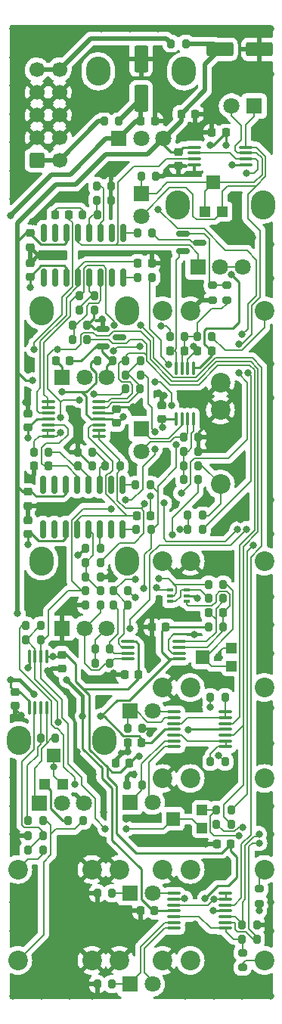
<source format=gbl>
G04 #@! TF.GenerationSoftware,KiCad,Pcbnew,(6.0.9)*
G04 #@! TF.CreationDate,2022-11-24T13:13:05-08:00*
G04 #@! TF.ProjectId,vcf-20,7663662d-3230-42e6-9b69-6361645f7063,rev?*
G04 #@! TF.SameCoordinates,Original*
G04 #@! TF.FileFunction,Copper,L2,Bot*
G04 #@! TF.FilePolarity,Positive*
%FSLAX46Y46*%
G04 Gerber Fmt 4.6, Leading zero omitted, Abs format (unit mm)*
G04 Created by KiCad (PCBNEW (6.0.9)) date 2022-11-24 13:13:05*
%MOMM*%
%LPD*%
G01*
G04 APERTURE LIST*
G04 Aperture macros list*
%AMRoundRect*
0 Rectangle with rounded corners*
0 $1 Rounding radius*
0 $2 $3 $4 $5 $6 $7 $8 $9 X,Y pos of 4 corners*
0 Add a 4 corners polygon primitive as box body*
4,1,4,$2,$3,$4,$5,$6,$7,$8,$9,$2,$3,0*
0 Add four circle primitives for the rounded corners*
1,1,$1+$1,$2,$3*
1,1,$1+$1,$4,$5*
1,1,$1+$1,$6,$7*
1,1,$1+$1,$8,$9*
0 Add four rect primitives between the rounded corners*
20,1,$1+$1,$2,$3,$4,$5,0*
20,1,$1+$1,$4,$5,$6,$7,0*
20,1,$1+$1,$6,$7,$8,$9,0*
20,1,$1+$1,$8,$9,$2,$3,0*%
G04 Aperture macros list end*
G04 #@! TA.AperFunction,SMDPad,CuDef*
%ADD10RoundRect,0.100000X0.637500X0.100000X-0.637500X0.100000X-0.637500X-0.100000X0.637500X-0.100000X0*%
G04 #@! TD*
G04 #@! TA.AperFunction,SMDPad,CuDef*
%ADD11RoundRect,0.200000X-0.200000X-0.275000X0.200000X-0.275000X0.200000X0.275000X-0.200000X0.275000X0*%
G04 #@! TD*
G04 #@! TA.AperFunction,ComponentPad*
%ADD12R,1.800000X1.800000*%
G04 #@! TD*
G04 #@! TA.AperFunction,ComponentPad*
%ADD13C,1.800000*%
G04 #@! TD*
G04 #@! TA.AperFunction,ComponentPad*
%ADD14C,2.200000*%
G04 #@! TD*
G04 #@! TA.AperFunction,ComponentPad*
%ADD15O,2.720000X3.240000*%
G04 #@! TD*
G04 #@! TA.AperFunction,SMDPad,CuDef*
%ADD16RoundRect,0.225000X0.225000X0.250000X-0.225000X0.250000X-0.225000X-0.250000X0.225000X-0.250000X0*%
G04 #@! TD*
G04 #@! TA.AperFunction,SMDPad,CuDef*
%ADD17RoundRect,0.250000X-1.250000X-0.550000X1.250000X-0.550000X1.250000X0.550000X-1.250000X0.550000X0*%
G04 #@! TD*
G04 #@! TA.AperFunction,SMDPad,CuDef*
%ADD18RoundRect,0.250000X-0.550000X1.250000X-0.550000X-1.250000X0.550000X-1.250000X0.550000X1.250000X0*%
G04 #@! TD*
G04 #@! TA.AperFunction,ComponentPad*
%ADD19RoundRect,0.250000X-0.600000X-0.600000X0.600000X-0.600000X0.600000X0.600000X-0.600000X0.600000X0*%
G04 #@! TD*
G04 #@! TA.AperFunction,ComponentPad*
%ADD20C,1.700000*%
G04 #@! TD*
G04 #@! TA.AperFunction,SMDPad,CuDef*
%ADD21RoundRect,0.225000X-0.250000X0.225000X-0.250000X-0.225000X0.250000X-0.225000X0.250000X0.225000X0*%
G04 #@! TD*
G04 #@! TA.AperFunction,SMDPad,CuDef*
%ADD22RoundRect,0.225000X-0.225000X-0.250000X0.225000X-0.250000X0.225000X0.250000X-0.225000X0.250000X0*%
G04 #@! TD*
G04 #@! TA.AperFunction,SMDPad,CuDef*
%ADD23RoundRect,0.225000X0.250000X-0.225000X0.250000X0.225000X-0.250000X0.225000X-0.250000X-0.225000X0*%
G04 #@! TD*
G04 #@! TA.AperFunction,SMDPad,CuDef*
%ADD24R,0.650000X0.400000*%
G04 #@! TD*
G04 #@! TA.AperFunction,SMDPad,CuDef*
%ADD25RoundRect,0.150000X-0.587500X-0.150000X0.587500X-0.150000X0.587500X0.150000X-0.587500X0.150000X0*%
G04 #@! TD*
G04 #@! TA.AperFunction,SMDPad,CuDef*
%ADD26RoundRect,0.200000X0.200000X0.275000X-0.200000X0.275000X-0.200000X-0.275000X0.200000X-0.275000X0*%
G04 #@! TD*
G04 #@! TA.AperFunction,SMDPad,CuDef*
%ADD27RoundRect,0.200000X0.275000X-0.200000X0.275000X0.200000X-0.275000X0.200000X-0.275000X-0.200000X0*%
G04 #@! TD*
G04 #@! TA.AperFunction,SMDPad,CuDef*
%ADD28RoundRect,0.200000X-0.275000X0.200000X-0.275000X-0.200000X0.275000X-0.200000X0.275000X0.200000X0*%
G04 #@! TD*
G04 #@! TA.AperFunction,SMDPad,CuDef*
%ADD29R,1.200000X1.200000*%
G04 #@! TD*
G04 #@! TA.AperFunction,SMDPad,CuDef*
%ADD30R,1.600000X1.500000*%
G04 #@! TD*
G04 #@! TA.AperFunction,SMDPad,CuDef*
%ADD31R,1.500000X1.600000*%
G04 #@! TD*
G04 #@! TA.AperFunction,SMDPad,CuDef*
%ADD32RoundRect,0.150000X0.150000X-0.825000X0.150000X0.825000X-0.150000X0.825000X-0.150000X-0.825000X0*%
G04 #@! TD*
G04 #@! TA.AperFunction,SMDPad,CuDef*
%ADD33RoundRect,0.100000X0.100000X-0.637500X0.100000X0.637500X-0.100000X0.637500X-0.100000X-0.637500X0*%
G04 #@! TD*
G04 #@! TA.AperFunction,SMDPad,CuDef*
%ADD34RoundRect,0.100000X-0.100000X0.637500X-0.100000X-0.637500X0.100000X-0.637500X0.100000X0.637500X0*%
G04 #@! TD*
G04 #@! TA.AperFunction,ViaPad*
%ADD35C,0.800000*%
G04 #@! TD*
G04 #@! TA.AperFunction,Conductor*
%ADD36C,0.203200*%
G04 #@! TD*
G04 #@! TA.AperFunction,Conductor*
%ADD37C,0.254000*%
G04 #@! TD*
G04 #@! TA.AperFunction,Conductor*
%ADD38C,0.381000*%
G04 #@! TD*
G04 #@! TA.AperFunction,Conductor*
%ADD39C,0.250000*%
G04 #@! TD*
G04 #@! TA.AperFunction,Conductor*
%ADD40C,0.508000*%
G04 #@! TD*
G04 APERTURE END LIST*
D10*
X26916300Y-24044000D03*
X26916300Y-24694000D03*
X26916300Y-25344000D03*
X26916300Y-25994000D03*
X21191300Y-25994000D03*
X21191300Y-25344000D03*
X21191300Y-24694000D03*
X21191300Y-24044000D03*
D11*
X11747000Y-81813400D03*
X10097000Y-81813400D03*
X11747000Y-80187800D03*
X10097000Y-80187800D03*
X8749800Y-99441000D03*
X7099800Y-99441000D03*
D12*
X13970000Y-87189000D03*
D13*
X16510000Y-87189000D03*
D14*
X17640000Y-84540000D03*
X20740000Y-84540000D03*
X29040000Y-84540000D03*
X12830000Y-115080000D03*
X9730000Y-115080000D03*
X1430000Y-115080000D03*
D12*
X13970000Y-97369000D03*
D13*
X16510000Y-97369000D03*
D12*
X13970000Y-107549000D03*
D13*
X16510000Y-107549000D03*
D12*
X13970000Y-117729000D03*
D13*
X16510000Y-117729000D03*
X15240000Y-31750000D03*
D12*
X15240000Y-29210000D03*
D14*
X12830000Y-104900000D03*
X9730000Y-104900000D03*
X1430000Y-104900000D03*
X17640000Y-94720000D03*
X20740000Y-94720000D03*
X29040000Y-94720000D03*
X17640000Y-104900000D03*
X20740000Y-104900000D03*
X29040000Y-104900000D03*
X17640000Y-115080000D03*
X20740000Y-115080000D03*
X29040000Y-115080000D03*
X17640000Y-42360000D03*
X20740000Y-42360000D03*
X29040000Y-42360000D03*
X17640000Y-70390000D03*
X20740000Y-70390000D03*
X29040000Y-70390000D03*
X24120000Y-50370000D03*
X24120000Y-53470000D03*
X24120000Y-61770000D03*
D15*
X1550000Y-90460000D03*
X11150000Y-90460000D03*
D12*
X3850000Y-97460000D03*
D13*
X6350000Y-97460000D03*
X8850000Y-97460000D03*
X11390000Y-77890400D03*
X8890000Y-77890400D03*
D12*
X6390000Y-77890400D03*
D15*
X13690000Y-70390400D03*
X4090000Y-70390400D03*
X20040000Y-15559800D03*
X10440000Y-15559800D03*
D12*
X12740000Y-23059800D03*
D13*
X15240000Y-23059800D03*
X17740000Y-23059800D03*
D15*
X28904000Y-30480000D03*
X19304000Y-30480000D03*
D12*
X21604000Y-37480000D03*
D13*
X24104000Y-37480000D03*
X26604000Y-37480000D03*
X11390000Y-49860000D03*
X8890000Y-49860000D03*
D12*
X6390000Y-49860000D03*
D15*
X13690000Y-42360000D03*
X4090000Y-42360000D03*
D12*
X15240000Y-55575200D03*
D13*
X15240000Y-58115200D03*
D16*
X13741000Y-90741500D03*
X15291000Y-90741500D03*
X13957500Y-92964000D03*
X12407500Y-92964000D03*
X15201500Y-109537500D03*
X16751500Y-109537500D03*
X25260500Y-102044500D03*
X23710500Y-102044500D03*
D17*
X24066500Y-13081000D03*
X28466500Y-13081000D03*
D18*
X15240000Y-18542000D03*
X15240000Y-14142000D03*
D16*
X21285500Y-20320000D03*
X19735500Y-20320000D03*
X15227000Y-21145500D03*
X16777000Y-21145500D03*
D11*
X18580500Y-12446000D03*
X20230500Y-12446000D03*
X12737500Y-21145500D03*
X11087500Y-21145500D03*
D19*
X3556000Y-25527000D03*
D20*
X6096000Y-25527000D03*
X3556000Y-22987000D03*
X6096000Y-22987000D03*
X3556000Y-20447000D03*
X6096000Y-20447000D03*
X3556000Y-17907000D03*
X6096000Y-17907000D03*
X3556000Y-15367000D03*
X6096000Y-15367000D03*
D11*
X13716500Y-89090500D03*
X15366500Y-89090500D03*
D21*
X1143000Y-86563500D03*
X1143000Y-85013500D03*
X6350000Y-80860500D03*
X6350000Y-82410500D03*
D22*
X16294500Y-65278000D03*
X14744500Y-65278000D03*
X22847000Y-76174600D03*
X24397000Y-76174600D03*
D16*
X4839000Y-59753500D03*
X3289000Y-59753500D03*
D22*
X18529000Y-46863000D03*
X20079000Y-46863000D03*
D23*
X2603500Y-53873000D03*
X2603500Y-55423000D03*
D16*
X23177200Y-22428200D03*
X24727200Y-22428200D03*
D23*
X2540000Y-65811000D03*
X2540000Y-67361000D03*
X12446000Y-54940500D03*
X12446000Y-53390500D03*
D21*
X19380200Y-26124200D03*
X19380200Y-24574200D03*
X2540000Y-62623500D03*
X2540000Y-64173500D03*
D16*
X16471500Y-77774800D03*
X18021500Y-77774800D03*
X14922700Y-83058000D03*
X13372700Y-83058000D03*
D13*
X25354200Y-19431000D03*
D12*
X27894200Y-19431000D03*
D24*
X20355600Y-74919600D03*
X20355600Y-74269600D03*
X20355600Y-73619600D03*
X18455600Y-73619600D03*
X18455600Y-74269600D03*
X18455600Y-74919600D03*
D25*
X21790900Y-34721800D03*
X19915900Y-33771800D03*
X19915900Y-35671800D03*
D11*
X2578500Y-99441000D03*
X4228500Y-99441000D03*
X2578500Y-102743000D03*
X4228500Y-102743000D03*
X2324500Y-77597000D03*
X3974500Y-77597000D03*
X2324500Y-79184500D03*
X3974500Y-79184500D03*
D26*
X24650200Y-85623400D03*
X23000200Y-85623400D03*
D11*
X23000200Y-92837000D03*
X24650200Y-92837000D03*
D27*
X28511500Y-108711500D03*
X28511500Y-107061500D03*
D28*
X26606500Y-114237000D03*
X26606500Y-115887000D03*
D11*
X13691000Y-95440500D03*
X15341000Y-95440500D03*
X10325500Y-107569000D03*
X11975500Y-107569000D03*
X10325500Y-117729000D03*
X11975500Y-117729000D03*
X9017500Y-70548500D03*
X10667500Y-70548500D03*
D26*
X22110200Y-65265300D03*
X20460200Y-65265300D03*
D11*
X9017500Y-75285600D03*
X10667500Y-75285600D03*
D26*
X4889000Y-58166000D03*
X3239000Y-58166000D03*
D11*
X13488000Y-51117500D03*
X15138000Y-51117500D03*
D26*
X15150500Y-49530000D03*
X13500500Y-49530000D03*
D11*
X12129000Y-75285600D03*
X13779000Y-75285600D03*
X9017500Y-73723500D03*
X10667500Y-73723500D03*
D26*
X22110200Y-66840100D03*
X20460200Y-66840100D03*
D11*
X12129000Y-73710800D03*
X13779000Y-73710800D03*
X9017500Y-72136000D03*
X10667500Y-72136000D03*
D26*
X10667500Y-68961000D03*
X9017500Y-68961000D03*
X24447000Y-72999600D03*
X22797000Y-72999600D03*
D11*
X24447000Y-77774800D03*
X22797000Y-77774800D03*
X16344500Y-66865500D03*
X14694500Y-66865500D03*
D26*
X24447000Y-74574400D03*
X22797000Y-74574400D03*
X12890000Y-59753500D03*
X11240000Y-59753500D03*
X15253200Y-27279600D03*
X16903200Y-27279600D03*
D11*
X8128500Y-59753500D03*
X9778500Y-59753500D03*
D26*
X9778500Y-58166000D03*
X8128500Y-58166000D03*
X15150500Y-47942500D03*
X13500500Y-47942500D03*
D27*
X23241000Y-41160200D03*
X23241000Y-39510200D03*
D26*
X16471500Y-33655000D03*
X14821500Y-33655000D03*
D28*
X24841200Y-41160200D03*
X24841200Y-39510200D03*
D11*
X16281000Y-61849000D03*
X14631000Y-61849000D03*
X10249500Y-28384500D03*
X11899500Y-28384500D03*
X10249500Y-29972000D03*
X11899500Y-29972000D03*
D26*
X10324500Y-31623000D03*
X8674500Y-31623000D03*
D11*
X21527000Y-45275500D03*
X23177000Y-45275500D03*
D26*
X20129000Y-45275500D03*
X18479000Y-45275500D03*
D29*
X6435600Y-95400600D03*
D30*
X5435600Y-92150600D03*
D29*
X4435600Y-95400600D03*
X25371200Y-80153000D03*
D31*
X22121200Y-81153000D03*
D29*
X25371200Y-82153000D03*
D10*
X18918000Y-87267500D03*
X18918000Y-87917500D03*
X18918000Y-88567500D03*
X18918000Y-89217500D03*
X18918000Y-89867500D03*
X18918000Y-90517500D03*
X18918000Y-91167500D03*
X24643000Y-91167500D03*
X24643000Y-90517500D03*
X24643000Y-89867500D03*
X24643000Y-89217500D03*
X24643000Y-88567500D03*
X24643000Y-87917500D03*
X24643000Y-87267500D03*
X13749100Y-79390600D03*
X13749100Y-80040600D03*
X13749100Y-80690600D03*
X13749100Y-81340600D03*
X19474100Y-81340600D03*
X19474100Y-80690600D03*
X19474100Y-80040600D03*
X19474100Y-79390600D03*
D32*
X13144500Y-66800500D03*
X11874500Y-66800500D03*
X10604500Y-66800500D03*
X9334500Y-66800500D03*
X8064500Y-66800500D03*
X6794500Y-66800500D03*
X5524500Y-66800500D03*
X4254500Y-66800500D03*
X4254500Y-61850500D03*
X5524500Y-61850500D03*
X6794500Y-61850500D03*
X8064500Y-61850500D03*
X9334500Y-61850500D03*
X10604500Y-61850500D03*
X11874500Y-61850500D03*
X13144500Y-61850500D03*
D25*
X12814500Y-45355000D03*
X10939500Y-44405000D03*
X10939500Y-46305000D03*
D11*
X20003000Y-56515000D03*
X21653000Y-56515000D03*
D26*
X12039000Y-47942500D03*
X10389000Y-47942500D03*
D10*
X18918000Y-107587500D03*
X18918000Y-108237500D03*
X18918000Y-108887500D03*
X18918000Y-109537500D03*
X18918000Y-110187500D03*
X18918000Y-110837500D03*
X18918000Y-111487500D03*
X24643000Y-111487500D03*
X24643000Y-110837500D03*
X24643000Y-110187500D03*
X24643000Y-109537500D03*
X24643000Y-108887500D03*
X24643000Y-108237500D03*
X24643000Y-107587500D03*
X4821000Y-52533000D03*
X4821000Y-53183000D03*
X4821000Y-53833000D03*
X4821000Y-54483000D03*
X4821000Y-55133000D03*
X4821000Y-55783000D03*
X4821000Y-56433000D03*
X10546000Y-56433000D03*
X10546000Y-55783000D03*
X10546000Y-55133000D03*
X10546000Y-54483000D03*
X10546000Y-53833000D03*
X10546000Y-53183000D03*
X10546000Y-52533000D03*
D16*
X7226500Y-47942500D03*
X5676500Y-47942500D03*
D22*
X16421500Y-37020500D03*
X14871500Y-37020500D03*
D26*
X5651000Y-90246200D03*
X4001000Y-90246200D03*
X25310500Y-98234500D03*
X23660500Y-98234500D03*
X25310500Y-99822000D03*
X23660500Y-99822000D03*
D29*
X22056500Y-98250500D03*
D31*
X18806500Y-99250500D03*
D29*
X22056500Y-100250500D03*
D26*
X10007000Y-40703500D03*
X8357000Y-40703500D03*
D11*
X14821500Y-38608000D03*
X16471500Y-38608000D03*
X9181600Y-44005500D03*
X7531600Y-44005500D03*
X8357000Y-42291000D03*
X10007000Y-42291000D03*
X20003000Y-61277500D03*
X21653000Y-61277500D03*
D26*
X21653000Y-58102500D03*
X20003000Y-58102500D03*
D11*
X20003000Y-59690000D03*
X21653000Y-59690000D03*
D29*
X22342600Y-31238600D03*
D30*
X23342600Y-27988600D03*
D29*
X24342600Y-31238600D03*
D33*
X4658000Y-81084500D03*
X4008000Y-81084500D03*
X3358000Y-81084500D03*
X2708000Y-81084500D03*
X2708000Y-86809500D03*
X3358000Y-86809500D03*
X4008000Y-86809500D03*
X4658000Y-86809500D03*
D23*
X2794000Y-37033000D03*
X2794000Y-38583000D03*
D21*
X2794000Y-33667500D03*
X2794000Y-35217500D03*
D32*
X13271500Y-38606500D03*
X12001500Y-38606500D03*
X10731500Y-38606500D03*
X9461500Y-38606500D03*
X8191500Y-38606500D03*
X6921500Y-38606500D03*
X5651500Y-38606500D03*
X4381500Y-38606500D03*
X4381500Y-33656500D03*
X5651500Y-33656500D03*
X6921500Y-33656500D03*
X8191500Y-33656500D03*
X9461500Y-33656500D03*
X10731500Y-33656500D03*
X12001500Y-33656500D03*
X13271500Y-33656500D03*
D16*
X7163000Y-31623000D03*
X5613000Y-31623000D03*
D26*
X7531600Y-45593000D03*
X9181600Y-45593000D03*
D11*
X2578500Y-101092000D03*
X4228500Y-101092000D03*
D16*
X21577000Y-46863000D03*
X23127000Y-46863000D03*
D23*
X17526000Y-54496000D03*
X17526000Y-52946000D03*
D34*
X19154500Y-54488000D03*
X19804500Y-54488000D03*
X20454500Y-54488000D03*
X21104500Y-54488000D03*
X21104500Y-48763000D03*
X20454500Y-48763000D03*
X19804500Y-48763000D03*
X19154500Y-48763000D03*
D26*
X28193500Y-112712500D03*
X26543500Y-112712500D03*
X28193500Y-111125000D03*
X26543500Y-111125000D03*
D35*
X26034547Y-66826947D03*
X27818705Y-68612011D03*
X17795300Y-63892050D03*
X15605900Y-63925004D03*
X29718000Y-86805000D03*
X22987000Y-86715600D03*
X23864034Y-92116438D03*
X16459200Y-76606400D03*
X21539200Y-74574400D03*
X16931700Y-73328579D03*
X15519853Y-73482653D03*
X17195800Y-72364600D03*
X12141200Y-82956400D03*
X20015200Y-51765200D03*
X16992600Y-60223400D03*
X16814800Y-50342800D03*
X18337979Y-48337021D03*
X18618200Y-52933600D03*
X19154032Y-57355632D03*
X27736800Y-34163000D03*
X24028400Y-33299400D03*
X19761200Y-22885400D03*
X12152445Y-46868000D03*
X27000200Y-26949400D03*
X25450800Y-26035000D03*
X24739600Y-23825200D03*
X18059400Y-27000200D03*
X21272500Y-107315000D03*
X17145000Y-10795000D03*
X13017500Y-57848500D03*
X29718000Y-15875000D03*
X10795000Y-85979000D03*
X29718000Y-100965000D03*
X29718000Y-119062500D03*
X18161000Y-20320000D03*
X889000Y-17145000D03*
X7239000Y-119062500D03*
X889000Y-20320000D03*
X29718000Y-48260000D03*
X14414500Y-94297500D03*
X10350500Y-108966000D03*
X20193000Y-119062500D03*
X21209000Y-78613000D03*
X6858000Y-85026500D03*
X889000Y-10795000D03*
X4254500Y-64389000D03*
X2286000Y-52578000D03*
X16192500Y-89725500D03*
X23368000Y-10795000D03*
X889000Y-111760000D03*
X12877800Y-26060400D03*
X25654000Y-59690000D03*
X23926800Y-81051400D03*
X29718000Y-90805000D03*
X8572500Y-36131500D03*
X16002000Y-110680500D03*
X7429500Y-10795000D03*
X26543000Y-119062500D03*
X22034500Y-63754000D03*
X29718000Y-77470000D03*
X4000500Y-10795000D03*
X23368000Y-119062500D03*
X2540000Y-61150500D03*
X13970000Y-10795000D03*
X29718000Y-80708500D03*
X8191500Y-69723000D03*
X29718000Y-108585000D03*
X889000Y-29845000D03*
X16446500Y-81343500D03*
X8572500Y-29146500D03*
X2590800Y-74676000D03*
X9779000Y-119062500D03*
X2857500Y-48196500D03*
X29718000Y-52070000D03*
X2794000Y-45085000D03*
X21145506Y-46355000D03*
X21272500Y-110998000D03*
X4064000Y-119062500D03*
X29718000Y-10795000D03*
X8128000Y-57023000D03*
X29718000Y-63500000D03*
X3048000Y-32385000D03*
X5334000Y-36131500D03*
X29718000Y-38735000D03*
X889000Y-94615000D03*
X1841500Y-87630000D03*
X26543000Y-10795000D03*
X13716000Y-91757500D03*
X14351000Y-53149500D03*
X889000Y-97853500D03*
X26543000Y-15875000D03*
X889000Y-100965000D03*
X2603500Y-82296000D03*
X22250400Y-71780400D03*
X13589000Y-99250500D03*
X26352500Y-65722500D03*
X11049000Y-98475800D03*
X20193000Y-10795000D03*
X21437600Y-76555600D03*
X889000Y-108585000D03*
X889000Y-119062500D03*
X18415000Y-62166500D03*
X15113000Y-101981000D03*
X29718000Y-67310000D03*
X29718000Y-111760000D03*
X8064500Y-91757500D03*
X10858500Y-43307000D03*
X10795000Y-10795000D03*
X9842500Y-94297500D03*
X19100800Y-64160400D03*
X5943600Y-72440800D03*
X18161000Y-17907000D03*
X29718000Y-34925000D03*
X29718000Y-74358500D03*
X22479000Y-102044500D03*
X889000Y-13970000D03*
X889000Y-26670000D03*
X4762500Y-82677000D03*
X889000Y-23495000D03*
X17780000Y-51879500D03*
X29718000Y-97790000D03*
X11747500Y-72072500D03*
X3238500Y-85280500D03*
X8699496Y-87757000D03*
X6921500Y-83693000D03*
X2794000Y-39751000D03*
X625000Y-83693000D03*
X625034Y-31686500D03*
X2603500Y-56578500D03*
X10731495Y-87757000D03*
X26162000Y-46101000D03*
X17170400Y-30988000D03*
X27218720Y-49277158D03*
X16306800Y-63119000D03*
X23012400Y-23850600D03*
X2540000Y-68516500D03*
X25369937Y-38331819D03*
X19737951Y-62790951D03*
X26543000Y-45021500D03*
X26162000Y-49276000D03*
X20510500Y-89281000D03*
X13271506Y-54229000D03*
X22415488Y-108140500D03*
X23304500Y-109537500D03*
X1397000Y-76263500D03*
X6413500Y-51435000D03*
X17663367Y-55443943D03*
X5339000Y-81084500D03*
X3048000Y-50165000D03*
X15049500Y-92202000D03*
X20129500Y-108185900D03*
X14585204Y-74489335D03*
X19570700Y-66865500D03*
X17443360Y-44048088D03*
X15137947Y-46355453D03*
X7810500Y-95377000D03*
X27051000Y-66802000D03*
X13985300Y-77901800D03*
X9969500Y-51707998D03*
X6223000Y-54292500D03*
X6223000Y-56007000D03*
X5842000Y-46672500D03*
X3254469Y-46672500D03*
X8318500Y-52324000D03*
X15188574Y-43951789D03*
X12248707Y-43948260D03*
X5931964Y-88432070D03*
X5435600Y-93446600D03*
X16764000Y-55880000D03*
X11874500Y-64516000D03*
X16764000Y-57848500D03*
X13589000Y-100330000D03*
X11239500Y-100330000D03*
X13525500Y-63525730D03*
X23418800Y-108229400D03*
X28447996Y-109537500D03*
X14603239Y-72384077D03*
X18757838Y-67447100D03*
X26225500Y-101155500D03*
X28460926Y-101947656D03*
X26600288Y-100155487D03*
X28444876Y-100948282D03*
D36*
X24342600Y-31238600D02*
X23441000Y-32140200D01*
X23441000Y-32140200D02*
X21441000Y-32140200D01*
X21441000Y-32140200D02*
X21056600Y-31755800D01*
X21056600Y-31755800D02*
X21056600Y-29362400D01*
X21056600Y-29362400D02*
X20243800Y-28549600D01*
X20243800Y-28549600D02*
X18440400Y-28549600D01*
X18440400Y-28549600D02*
X15240000Y-31750000D01*
X13970000Y-107549000D02*
X13950000Y-107569000D01*
X13950000Y-107569000D02*
X11975500Y-107569000D01*
X20129500Y-108185900D02*
X20077900Y-108237500D01*
X20077900Y-108237500D02*
X18918000Y-108237500D01*
X13970000Y-87189000D02*
X14731630Y-87189000D01*
X14731630Y-87189000D02*
X15933231Y-88390601D01*
X15933231Y-88390601D02*
X17429199Y-88390601D01*
X17429199Y-88390601D02*
X17902300Y-87917500D01*
X17902300Y-87917500D02*
X18830500Y-87917500D01*
X13754000Y-89090500D02*
X13754000Y-87405000D01*
X13754000Y-87405000D02*
X13970000Y-87189000D01*
D37*
X7171962Y-51435000D02*
X9130962Y-51435000D01*
X9130962Y-51435000D02*
X10160000Y-50405962D01*
X10160000Y-50405962D02*
X10160000Y-49276000D01*
X10160000Y-49276000D02*
X9575800Y-48691800D01*
X9575800Y-48691800D02*
X9575800Y-48183800D01*
X9575800Y-48183800D02*
X9817100Y-47942500D01*
X9817100Y-47942500D02*
X10389000Y-47942500D01*
D36*
X15150500Y-49530000D02*
X15671800Y-49530000D01*
X15671800Y-49530000D02*
X16027400Y-49885600D01*
X16027400Y-52781200D02*
X16491001Y-53244801D01*
X16027400Y-49885600D02*
X16027400Y-52781200D01*
X16491001Y-53244801D02*
X16491001Y-55607001D01*
X16491001Y-55607001D02*
X16764000Y-55880000D01*
D37*
X7099800Y-99441000D02*
X6477000Y-99441000D01*
X6477000Y-99441000D02*
X5105400Y-98069400D01*
X5105400Y-98069400D02*
X5105400Y-96070400D01*
X5105400Y-96070400D02*
X4435600Y-95400600D01*
D36*
X26034547Y-66826947D02*
X24684694Y-68176800D01*
X24684694Y-68176800D02*
X18088000Y-68176800D01*
X18088000Y-68176800D02*
X17795300Y-67884100D01*
X17795300Y-67884100D02*
X17795300Y-63892050D01*
X27098600Y-70002400D02*
X27098600Y-69332116D01*
X27098600Y-69332116D02*
X27818705Y-68612011D01*
X16256001Y-47180501D02*
X16256002Y-47816776D01*
X24485600Y-97637600D02*
X24485600Y-98997100D01*
X16256002Y-47816776D02*
X18677226Y-50238000D01*
X18677226Y-50238000D02*
X21515726Y-50238000D01*
X21515726Y-50238000D02*
X23693735Y-48059991D01*
X28349589Y-48846295D02*
X28349589Y-67089621D01*
X23693735Y-48059991D02*
X27563285Y-48059991D01*
X27563285Y-48059991D02*
X28349589Y-48846295D01*
X28349589Y-67089621D02*
X26695400Y-68743810D01*
X26695400Y-68743810D02*
X26695400Y-95427800D01*
X26695400Y-95427800D02*
X24485600Y-97637600D01*
X24485600Y-98997100D02*
X25310500Y-99822000D01*
X24730500Y-88567500D02*
X25529300Y-88567500D01*
X25529300Y-88567500D02*
X26289000Y-87807800D01*
X26289000Y-87807800D02*
X26289000Y-68580000D01*
X26289000Y-68580000D02*
X27946378Y-66922622D01*
X27946378Y-49013310D02*
X27396270Y-48463202D01*
X27396270Y-48463202D02*
X23860734Y-48463202D01*
X23860734Y-48463202D02*
X21682736Y-50641200D01*
X27946378Y-66922622D02*
X27946378Y-49013310D01*
X15852790Y-47983790D02*
X15852790Y-47471388D01*
X21682736Y-50641200D02*
X18510200Y-50641200D01*
X18510200Y-50641200D02*
X15852790Y-47983790D01*
X27051000Y-66802000D02*
X25273000Y-68580000D01*
X16230600Y-74701400D02*
X13985300Y-76946700D01*
X13985300Y-76946700D02*
X13985300Y-77901800D01*
X25273000Y-68580000D02*
X17294371Y-68580000D01*
X17294371Y-68580000D02*
X16230600Y-69643771D01*
X16230600Y-69643771D02*
X16230600Y-74701400D01*
X18757838Y-67447100D02*
X18757838Y-65544762D01*
X18757838Y-65544762D02*
X21615500Y-62687100D01*
X21615500Y-62687100D02*
X21615500Y-61277500D01*
X15605900Y-63925004D02*
X15605900Y-64124700D01*
X15605900Y-64124700D02*
X15240000Y-64490600D01*
X19154032Y-57355632D02*
X19154032Y-59916168D01*
X19154032Y-59916168D02*
X17094200Y-61976000D01*
X17094200Y-61976000D02*
X17094200Y-62738000D01*
X16307000Y-66865500D02*
X16510000Y-66865500D01*
X17094200Y-62687200D02*
X16256000Y-61849000D01*
X16510000Y-66865500D02*
X17094200Y-66281300D01*
X17094200Y-66281300D02*
X17094200Y-62687200D01*
X19570700Y-66865500D02*
X20510500Y-66865500D01*
X27508200Y-101018348D02*
X26479500Y-102047048D01*
X26479500Y-102047048D02*
X26479500Y-108066700D01*
X28471400Y-68988400D02*
X28459438Y-68988400D01*
X28752800Y-68707000D02*
X28471400Y-68988400D01*
X28752800Y-48679280D02*
X28752800Y-68707000D01*
X23526719Y-47656781D02*
X27730301Y-47656781D01*
X21348700Y-49834800D02*
X23526719Y-47656781D01*
X18844252Y-49834800D02*
X21348700Y-49834800D01*
X16659212Y-47649760D02*
X18844252Y-49834800D01*
X27508200Y-69939638D02*
X27508200Y-101018348D01*
X28459438Y-68988400D02*
X27508200Y-69939638D01*
X16659211Y-45422426D02*
X16659212Y-47649760D01*
X27730301Y-47656781D02*
X28752800Y-48679280D01*
X15188574Y-43951789D02*
X16659211Y-45422426D01*
X26479500Y-108066700D02*
X25658700Y-108887500D01*
X25658700Y-108887500D02*
X24730500Y-108887500D01*
X27098600Y-94135600D02*
X27098600Y-70002400D01*
X27098600Y-94135600D02*
X27098600Y-96472400D01*
X27098600Y-96472400D02*
X25273000Y-98298000D01*
X26695400Y-88747600D02*
X25575500Y-89867500D01*
X25575500Y-89867500D02*
X24643000Y-89867500D01*
X28460926Y-101947656D02*
X27719344Y-101947656D01*
X27791902Y-112712500D02*
X26991802Y-111912400D01*
X27719344Y-101947656D02*
X27320110Y-102346890D01*
X27320110Y-102346890D02*
X27320110Y-111521110D01*
X27320110Y-111521110D02*
X28156000Y-112357000D01*
X26991802Y-111912400D02*
X26060400Y-111912400D01*
X26060400Y-111912400D02*
X25781000Y-111633000D01*
X28156000Y-112357000D02*
X28156000Y-112712500D01*
X28156000Y-112712500D02*
X27791902Y-112712500D01*
X25781000Y-111633000D02*
X25781000Y-110959800D01*
X25781000Y-110959800D02*
X25658700Y-110837500D01*
X25658700Y-110837500D02*
X24730500Y-110837500D01*
X10731500Y-38606500D02*
X10731500Y-41211500D01*
X10731500Y-41211500D02*
X10439400Y-41503600D01*
X9449218Y-41503600D02*
X9133610Y-41819208D01*
X7747000Y-44005500D02*
X7747000Y-45593000D01*
X10439400Y-41503600D02*
X9449218Y-41503600D01*
X9133610Y-41819208D02*
X9133610Y-42762792D01*
X9133610Y-42762792D02*
X7890902Y-44005500D01*
X7890902Y-44005500D02*
X7747000Y-44005500D01*
X14294500Y-65278000D02*
X13652500Y-65278000D01*
X9334500Y-56527700D02*
X9334500Y-55503800D01*
X13652500Y-65278000D02*
X11272890Y-62898390D01*
X9334500Y-55503800D02*
X9705300Y-55133000D01*
X11272890Y-62898390D02*
X11272890Y-60838436D01*
X11272890Y-60838436D02*
X11581216Y-60530110D01*
X11581216Y-60530110D02*
X11711792Y-60530110D01*
X9705300Y-55133000D02*
X10633500Y-55133000D01*
X11711792Y-60530110D02*
X12016610Y-60225292D01*
X12016610Y-60225292D02*
X12016610Y-59209810D01*
X12016610Y-59209810D02*
X9334500Y-56527700D01*
X10546000Y-55783000D02*
X10546000Y-56774000D01*
X10546000Y-56774000D02*
X12852500Y-59080500D01*
X12852500Y-59080500D02*
X12852500Y-60228500D01*
X12852500Y-60228500D02*
X12542890Y-60538110D01*
X12542890Y-60538110D02*
X12542890Y-63581490D01*
X14482402Y-68326000D02*
X12852500Y-68326000D01*
X12542890Y-63581490D02*
X13452000Y-64490600D01*
X15519400Y-64770000D02*
X15519400Y-67289002D01*
X13452000Y-64490600D02*
X15240000Y-64490600D01*
X12852500Y-68326000D02*
X10630000Y-70548500D01*
X15240000Y-64490600D02*
X15519400Y-64770000D01*
X15519400Y-67289002D02*
X14482402Y-68326000D01*
X23418800Y-108229400D02*
X23426900Y-108237500D01*
X23426900Y-108237500D02*
X24730500Y-108237500D01*
X24730500Y-108237500D02*
X24730500Y-107587500D01*
X23418800Y-108229400D02*
X22760700Y-108887500D01*
X22760700Y-108887500D02*
X18830500Y-108887500D01*
D37*
X17526000Y-54496000D02*
X19146500Y-54496000D01*
X19146500Y-54496000D02*
X19154500Y-54488000D01*
D36*
X19804500Y-54488000D02*
X19804500Y-55143448D01*
X19804500Y-55143448D02*
X18305948Y-56642000D01*
X18305948Y-56642000D02*
X16306800Y-56642000D01*
X16306800Y-56642000D02*
X15240000Y-55575200D01*
X13538000Y-47942500D02*
X13538000Y-47396600D01*
X12763500Y-48279500D02*
X13100500Y-47942500D01*
X15852790Y-47399590D02*
X15852790Y-47471388D01*
X13091208Y-50340890D02*
X13094674Y-50337424D01*
X13538000Y-47396600D02*
X13792200Y-47142400D01*
X14287500Y-50668598D02*
X13959792Y-50340890D01*
X13094674Y-50337424D02*
X12763500Y-50006250D01*
X14287500Y-51566402D02*
X14287500Y-50668598D01*
X13100500Y-47942500D02*
X13538000Y-47942500D01*
X12763500Y-50006250D02*
X12763500Y-48279500D01*
X13959792Y-50340890D02*
X13091208Y-50340890D01*
X13698192Y-52155710D02*
X14287500Y-51566402D01*
X11887164Y-52155710D02*
X13698192Y-52155710D01*
X11509874Y-52533000D02*
X11887164Y-52155710D01*
X10633500Y-52533000D02*
X11509874Y-52533000D01*
X13792200Y-47142400D02*
X15595600Y-47142400D01*
X15595600Y-47142400D02*
X15852790Y-47399590D01*
X15137947Y-46355453D02*
X15065400Y-46428000D01*
X15065400Y-46428000D02*
X12592445Y-46428000D01*
X12592445Y-46428000D02*
X12152445Y-46868000D01*
D37*
X11430000Y-93446600D02*
X11430000Y-94488000D01*
X25273000Y-102057200D02*
X25273000Y-102844600D01*
X11430000Y-94488000D02*
X12509500Y-95567500D01*
X25273000Y-102844600D02*
X25947001Y-103518601D01*
X25947001Y-103518601D02*
X25947001Y-105776961D01*
X12509500Y-95567500D02*
X12509500Y-100901500D01*
X12509500Y-100901500D02*
X14680999Y-103072999D01*
X14680999Y-103072999D02*
X24257201Y-103072999D01*
X24257201Y-103072999D02*
X25273000Y-102057200D01*
X23828987Y-106727001D02*
X22415488Y-108140500D01*
X25947001Y-105776961D02*
X24996961Y-106727001D01*
X24996961Y-106727001D02*
X23828987Y-106727001D01*
D36*
X15852790Y-47471388D02*
X15852790Y-46078790D01*
X14031882Y-45593000D02*
X13600082Y-46024800D01*
X15852790Y-46078790D02*
X15367000Y-45593000D01*
X15367000Y-45593000D02*
X14031882Y-45593000D01*
X13600082Y-46024800D02*
X12039600Y-46024800D01*
X12039600Y-46024800D02*
X11618199Y-45603399D01*
X9191999Y-45603399D02*
X9181600Y-45593000D01*
X11618199Y-45603399D02*
X9191999Y-45603399D01*
X16471500Y-33655000D02*
X17233500Y-34417000D01*
X17233500Y-34417000D02*
X20701000Y-34417000D01*
X20701000Y-34417000D02*
X20980400Y-34696400D01*
X20980400Y-34696400D02*
X21409900Y-34696400D01*
X5435600Y-93446600D02*
X5435600Y-94400600D01*
X5435600Y-94400600D02*
X6435600Y-95400600D01*
D37*
X9181600Y-44005500D02*
X9639300Y-44005500D01*
X9639300Y-44005500D02*
X10038800Y-44405000D01*
X10038800Y-44405000D02*
X10877000Y-44405000D01*
X9969500Y-42291000D02*
X9969500Y-43217600D01*
X9969500Y-43217600D02*
X9181600Y-44005500D01*
D36*
X16256000Y-47180500D02*
X16256000Y-45720000D01*
X7878402Y-46672500D02*
X5842000Y-46672500D01*
X16256000Y-45720000D02*
X15189399Y-44653399D01*
X10279307Y-45200189D02*
X9884718Y-44805600D01*
X15189399Y-44653399D02*
X12139942Y-44653399D01*
X12139942Y-44653399D02*
X11593152Y-45200189D01*
X11593152Y-45200189D02*
X10279307Y-45200189D01*
X8480000Y-46070902D02*
X7878402Y-46672500D01*
X9884718Y-44805600D02*
X8784630Y-44805600D01*
X8784630Y-44805600D02*
X8480000Y-45110230D01*
X8480000Y-45110230D02*
X8480000Y-46070902D01*
X9179826Y-37274500D02*
X11013174Y-37274500D01*
X8859890Y-37594436D02*
X9179826Y-37274500D01*
X8859890Y-40225610D02*
X8859890Y-37594436D01*
X8394500Y-40691000D02*
X8859890Y-40225610D01*
X8394500Y-40703500D02*
X8394500Y-40691000D01*
X7957000Y-40703500D02*
X8394500Y-40703500D01*
X11333110Y-37594436D02*
X11333110Y-42612981D01*
X7302500Y-41358000D02*
X7957000Y-40703500D01*
X7302500Y-42986920D02*
X7302500Y-41358000D01*
X4359290Y-45930130D02*
X7302500Y-42986920D01*
X11013174Y-37274500D02*
X11333110Y-37594436D01*
X4733500Y-52104800D02*
X4359290Y-51730590D01*
X4359290Y-51730590D02*
X4359290Y-45930130D01*
X4733500Y-53183000D02*
X4733500Y-52104800D01*
X11333110Y-42612981D02*
X12248707Y-43528578D01*
X12248707Y-43528578D02*
X12248707Y-43948260D01*
X4733500Y-53833000D02*
X3805300Y-53833000D01*
X3805300Y-53833000D02*
X3556000Y-53583700D01*
X3556000Y-53583700D02*
X3556000Y-51435000D01*
X6858000Y-40915000D02*
X8191500Y-39581500D01*
X8191500Y-39581500D02*
X8191500Y-38606500D01*
X3556000Y-51435000D02*
X3956080Y-51034920D01*
X3956080Y-51034920D02*
X3956080Y-45763130D01*
X3956080Y-45763130D02*
X6858000Y-42861210D01*
X6858000Y-42861210D02*
X6858000Y-40915000D01*
X7175500Y-31623000D02*
X7175500Y-32098000D01*
X7175500Y-32098000D02*
X7556500Y-32479000D01*
X7556500Y-32479000D02*
X7556500Y-39646274D01*
X7556500Y-39646274D02*
X6350000Y-40852774D01*
X6350000Y-40852774D02*
X6350000Y-42799000D01*
X6350000Y-42799000D02*
X3254469Y-45894531D01*
X3254469Y-45894531D02*
X3254469Y-46672500D01*
X8191500Y-33656500D02*
X8191500Y-34631500D01*
X8191500Y-34631500D02*
X8586600Y-35026600D01*
X8586600Y-35026600D02*
X20650200Y-35026600D01*
X20650200Y-35026600D02*
X21604000Y-35980400D01*
X21604000Y-35980400D02*
X21604000Y-37480000D01*
X24434800Y-39510200D02*
X22834600Y-39510200D01*
X22834600Y-39510200D02*
X22885400Y-39459400D01*
X22885400Y-39459400D02*
X22885400Y-34340800D01*
X22885400Y-34340800D02*
X22316400Y-33771800D01*
X22316400Y-33771800D02*
X19915900Y-33771800D01*
X26882711Y-108233715D02*
X26581000Y-108535426D01*
X26581000Y-108535426D02*
X26581000Y-111036000D01*
X28444876Y-100948282D02*
X28147102Y-101246056D01*
X28147102Y-101246056D02*
X27850718Y-101246056D01*
X27850718Y-101246056D02*
X26882711Y-102214063D01*
X26882711Y-102214063D02*
X26882711Y-108233715D01*
X26581000Y-111036000D02*
X25732500Y-110187500D01*
X25732500Y-110187500D02*
X24730500Y-110187500D01*
X24650200Y-85623400D02*
X24650200Y-87260300D01*
X24650200Y-87260300D02*
X24643000Y-87267500D01*
X22987000Y-86715600D02*
X22987000Y-85636600D01*
X22987000Y-85636600D02*
X23000200Y-85623400D01*
X24643000Y-87917500D02*
X20438900Y-87917500D01*
X20438900Y-87917500D02*
X19788900Y-88567500D01*
X19788900Y-88567500D02*
X18918000Y-88567500D01*
X24643000Y-87267500D02*
X24643000Y-87917500D01*
X23000200Y-92837000D02*
X23000200Y-91988059D01*
X23000200Y-91988059D02*
X23820759Y-91167500D01*
X23820759Y-91167500D02*
X24643000Y-91167500D01*
X23864034Y-92116438D02*
X23929638Y-92116438D01*
X23929638Y-92116438D02*
X24650200Y-92837000D01*
X23660500Y-98234500D02*
X22072500Y-98234500D01*
X22072500Y-98234500D02*
X22056500Y-98250500D01*
X26225500Y-101155500D02*
X23431500Y-101155500D01*
X23431500Y-101155500D02*
X22958900Y-100682900D01*
X22958900Y-100682900D02*
X22958900Y-98936100D01*
X22958900Y-98936100D02*
X23660500Y-98234500D01*
X4699000Y-90779600D02*
X4114800Y-91363800D01*
X4114800Y-91363800D02*
X4114800Y-92760800D01*
X4114800Y-92760800D02*
X3302000Y-93573600D01*
X3302000Y-93573600D02*
X3302000Y-96912000D01*
X3302000Y-96912000D02*
X3850000Y-97460000D01*
X2590800Y-99415800D02*
X2514600Y-99339600D01*
X2514600Y-99339600D02*
X2514600Y-93282790D01*
X2514600Y-93282790D02*
X3629000Y-92168390D01*
X4008000Y-90861000D02*
X4008000Y-86809500D01*
X3629000Y-92168390D02*
X3629000Y-91240000D01*
X3629000Y-91240000D02*
X4008000Y-90861000D01*
X4699000Y-90779600D02*
X4724400Y-90754200D01*
X4724400Y-86875900D02*
X4658000Y-86809500D01*
X4724400Y-90754200D02*
X4724400Y-86875900D01*
X5232400Y-90246200D02*
X4699000Y-90779600D01*
X5651000Y-90246200D02*
X5232400Y-90246200D01*
X5435600Y-93446600D02*
X5435600Y-92150600D01*
X2362000Y-77597000D02*
X1924500Y-77597000D01*
X1924500Y-77597000D02*
X1622890Y-77898610D01*
X1622890Y-82468924D02*
X5230364Y-86076398D01*
X1622890Y-77898610D02*
X1622890Y-82468924D01*
X5230364Y-86076398D02*
X5230364Y-88722683D01*
X5641351Y-89133670D02*
X5850270Y-89133670D01*
X5230364Y-88722683D02*
X5641351Y-89133670D01*
X5850270Y-89133670D02*
X6578600Y-89862000D01*
X6578600Y-89862000D02*
X6578600Y-93383100D01*
X6578600Y-93383100D02*
X7810500Y-94615000D01*
X7810500Y-94615000D02*
X7810500Y-95377000D01*
X5931964Y-88432070D02*
X5905500Y-88405606D01*
X5905500Y-88405606D02*
X5905500Y-86181310D01*
X5905500Y-86181310D02*
X3358000Y-83633810D01*
X3358000Y-83633810D02*
X3358000Y-81084500D01*
X11239500Y-100330000D02*
X10096500Y-99187000D01*
X10096500Y-99187000D02*
X10096500Y-96964500D01*
X7061200Y-88569800D02*
X6413500Y-87922100D01*
X10096500Y-96964500D02*
X8572500Y-95440500D01*
X8572500Y-95440500D02*
X8572500Y-94615000D01*
X8572500Y-94615000D02*
X7061200Y-93103700D01*
X7061200Y-93103700D02*
X7061200Y-88569800D01*
X6413500Y-87922100D02*
X6413500Y-85915500D01*
X6413500Y-85915500D02*
X4008000Y-83510000D01*
X4008000Y-83510000D02*
X4008000Y-81084500D01*
X3358000Y-86809500D02*
X3225800Y-86941700D01*
X3225800Y-86941700D02*
X3225800Y-91490800D01*
X3225800Y-91490800D02*
X1876900Y-92839700D01*
X2170740Y-100217610D02*
X3791610Y-100217610D01*
X3791610Y-100217610D02*
X4191000Y-100617000D01*
X1876900Y-92839700D02*
X1876900Y-99923770D01*
X1876900Y-99923770D02*
X2170740Y-100217610D01*
X4191000Y-100617000D02*
X4191000Y-101092000D01*
X4191000Y-101092000D02*
X2616000Y-102667000D01*
X2616000Y-102667000D02*
X2616000Y-102743000D01*
D37*
X18830500Y-89217500D02*
X17903464Y-89217500D01*
X17903464Y-89217500D02*
X16379464Y-90741500D01*
X16379464Y-90741500D02*
X15303500Y-90741500D01*
X15303500Y-90741500D02*
X15303500Y-90266500D01*
X15303500Y-90266500D02*
X14976490Y-89939490D01*
X14976490Y-89939490D02*
X13275268Y-89939490D01*
X13275268Y-89939490D02*
X11092778Y-87757000D01*
X11092778Y-87757000D02*
X10731495Y-87757000D01*
X15049500Y-92202000D02*
X14719500Y-92202000D01*
X14719500Y-92202000D02*
X13957500Y-92964000D01*
D38*
X12407500Y-92964000D02*
X12407500Y-92570700D01*
X12407500Y-92570700D02*
X13220700Y-91757500D01*
X13220700Y-91757500D02*
X13716000Y-91757500D01*
X13691000Y-95440500D02*
X13691000Y-94563800D01*
X13691000Y-94563800D02*
X13957300Y-94297500D01*
X13957300Y-94297500D02*
X14414500Y-94297500D01*
D37*
X11430000Y-93446600D02*
X11963400Y-93980000D01*
X12941500Y-93980000D02*
X13957500Y-92964000D01*
X11963400Y-93980000D02*
X12941500Y-93980000D01*
X9461500Y-90917292D02*
X9461500Y-91478100D01*
X9461500Y-91478100D02*
X11430000Y-93446600D01*
X8699496Y-87757000D02*
X8686800Y-87769696D01*
X8686800Y-87769696D02*
X8686800Y-91363800D01*
X10858500Y-93535500D02*
X10858500Y-94678500D01*
X8686800Y-91363800D02*
X10858500Y-93535500D01*
X10858500Y-94678500D02*
X12001500Y-95821500D01*
X16573500Y-109537500D02*
X18830500Y-109537500D01*
X12001500Y-95821500D02*
X12001500Y-101600000D01*
X12001500Y-101600000D02*
X15240000Y-104838500D01*
X15240000Y-104838500D02*
X15240000Y-108204000D01*
X15240000Y-108204000D02*
X16573500Y-109537500D01*
D36*
X5148399Y-102049399D02*
X5148399Y-100947401D01*
X5148399Y-100947401D02*
X5689600Y-100406200D01*
X5689600Y-100406200D02*
X7784600Y-100406200D01*
X7784600Y-100406200D02*
X8749800Y-99441000D01*
X5148399Y-102049399D02*
X5148399Y-100960101D01*
X5148399Y-103246101D02*
X5148399Y-102049399D01*
X5148399Y-100960101D02*
X5148399Y-99960899D01*
X4628500Y-99441000D02*
X4191000Y-99441000D01*
X5148399Y-99960899D02*
X4628500Y-99441000D01*
X4318000Y-104076500D02*
X5148399Y-103246101D01*
X4318000Y-112192000D02*
X4318000Y-104076500D01*
X1430000Y-115080000D02*
X4318000Y-112192000D01*
D37*
X20355600Y-74269600D02*
X21234400Y-74269600D01*
X21234400Y-74269600D02*
X21539200Y-74574400D01*
D36*
X24447000Y-77774800D02*
X24447000Y-76124600D01*
X20355600Y-75194200D02*
X20355600Y-74919600D01*
X24447000Y-76124600D02*
X25148610Y-75422990D01*
X25148610Y-75422990D02*
X25148610Y-74091640D01*
X25148610Y-74091640D02*
X24854770Y-73797800D01*
X24854770Y-73797800D02*
X24017600Y-73797800D01*
X23622000Y-74193400D02*
X23622000Y-74933770D01*
X24017600Y-73797800D02*
X23622000Y-74193400D01*
X23622000Y-74933770D02*
X23168570Y-75387200D01*
X23168570Y-75387200D02*
X20548600Y-75387200D01*
X20548600Y-75387200D02*
X20355600Y-75194200D01*
X15519853Y-73482653D02*
X15646400Y-73356106D01*
X15646400Y-73356106D02*
X15646400Y-69657761D01*
X15646400Y-69657761D02*
X16344500Y-68959661D01*
X16344500Y-68959661D02*
X16344500Y-66865500D01*
X16931700Y-73328579D02*
X17222721Y-73619600D01*
X17222721Y-73619600D02*
X18455600Y-73619600D01*
X18328800Y-72364600D02*
X18963800Y-72999600D01*
X18963800Y-72999600D02*
X22797000Y-72999600D01*
X18455600Y-74919600D02*
X19060400Y-74919600D01*
X19060400Y-74919600D02*
X19634200Y-74345800D01*
X19634200Y-74345800D02*
X19634200Y-73736200D01*
X19750800Y-73619600D02*
X20355600Y-73619600D01*
X19634200Y-73736200D02*
X19750800Y-73619600D01*
X18328800Y-72364600D02*
X19202400Y-73238200D01*
X19202400Y-73238200D02*
X19202400Y-73960800D01*
X19202400Y-73960800D02*
X18893600Y-74269600D01*
X18893600Y-74269600D02*
X18455600Y-74269600D01*
X17195800Y-72364600D02*
X18328800Y-72364600D01*
X13455723Y-72384077D02*
X12129000Y-73710800D01*
X14603239Y-72384077D02*
X13455723Y-72384077D01*
X14585204Y-74489335D02*
X14520035Y-74489335D01*
X14520035Y-74489335D02*
X13741500Y-73710800D01*
X22797000Y-74574400D02*
X21842200Y-73619600D01*
X21842200Y-73619600D02*
X20355600Y-73619600D01*
X24409500Y-74574400D02*
X24409500Y-74904500D01*
X24409500Y-74904500D02*
X23622000Y-75692000D01*
X23622000Y-75692000D02*
X23622000Y-76936600D01*
X22847000Y-76174600D02*
X23622000Y-76949600D01*
X23622000Y-76949600D02*
X23622000Y-78342101D01*
X23622000Y-78342101D02*
X22573501Y-79390600D01*
X22573501Y-79390600D02*
X19561600Y-79390600D01*
X24447000Y-77774800D02*
X24447000Y-78212300D01*
X24447000Y-78212300D02*
X22618700Y-80040600D01*
X22618700Y-80040600D02*
X19561600Y-80040600D01*
X25371200Y-82153000D02*
X25355200Y-82169000D01*
X25355200Y-82169000D02*
X23137200Y-82169000D01*
X23137200Y-82169000D02*
X22121200Y-81153000D01*
X23926800Y-81051400D02*
X23926800Y-80616400D01*
X23926800Y-80616400D02*
X24390200Y-80153000D01*
X24390200Y-80153000D02*
X25371200Y-80153000D01*
X22121200Y-81153000D02*
X22450518Y-81153000D01*
X22450518Y-81153000D02*
X25551821Y-78051697D01*
X25551821Y-78051697D02*
X25551821Y-73704421D01*
X25551821Y-73704421D02*
X24847000Y-72999600D01*
X24847000Y-72999600D02*
X24409500Y-72999600D01*
X13779000Y-75285600D02*
X13284200Y-75780400D01*
X13284200Y-75780400D02*
X13284200Y-78550052D01*
X13284200Y-78550052D02*
X12710000Y-79124252D01*
X12710000Y-79124252D02*
X12710000Y-79656948D01*
X12710000Y-79656948D02*
X13093652Y-80040600D01*
X13093652Y-80040600D02*
X13749100Y-80040600D01*
X11747000Y-80187800D02*
X11747000Y-79413600D01*
X11747000Y-79413600D02*
X12623800Y-78536800D01*
X12623800Y-78536800D02*
X12623800Y-75780400D01*
X12623800Y-75780400D02*
X12129000Y-75285600D01*
X13749100Y-80690600D02*
X12249800Y-80690600D01*
X12249800Y-80690600D02*
X11747000Y-80187800D01*
X10097000Y-80187800D02*
X10097000Y-79183400D01*
X10097000Y-79183400D02*
X11390000Y-77890400D01*
X10097000Y-81813400D02*
X10097000Y-80187800D01*
X12129000Y-73710800D02*
X12204200Y-73710800D01*
X12204200Y-73710800D02*
X13779000Y-75285600D01*
X13749100Y-81340600D02*
X12219800Y-81340600D01*
X12219800Y-81340600D02*
X11747000Y-81813400D01*
X11747000Y-81813400D02*
X11281370Y-81813400D01*
X11281370Y-81813400D02*
X10504770Y-82590000D01*
X10504770Y-82590000D02*
X9689230Y-82590000D01*
X9689230Y-82590000D02*
X8890000Y-81790770D01*
X8890000Y-81790770D02*
X8890000Y-77890400D01*
X8890000Y-77890400D02*
X10667500Y-76112900D01*
X10667500Y-76112900D02*
X10667500Y-75285600D01*
D37*
X25369937Y-38331819D02*
X26212800Y-39174682D01*
X26212800Y-39174682D02*
X26212800Y-43662600D01*
X23139500Y-47348232D02*
X21748732Y-48739000D01*
X26212800Y-43662600D02*
X25527000Y-44348400D01*
X25527000Y-44348400D02*
X22580600Y-44348400D01*
X22580600Y-44348400D02*
X22329010Y-44599990D01*
X22329010Y-44599990D02*
X22329010Y-46052510D01*
X22329010Y-46052510D02*
X23139500Y-46863000D01*
X23139500Y-46863000D02*
X23139500Y-47348232D01*
X21748732Y-48739000D02*
X21104500Y-48739000D01*
D36*
X27139978Y-50369085D02*
X27139978Y-56730822D01*
X26162000Y-49276000D02*
X26162000Y-49391107D01*
X26162000Y-49391107D02*
X27139978Y-50369085D01*
X20779610Y-59314988D02*
X20779610Y-61749292D01*
X27139978Y-56730822D02*
X24991690Y-58879110D01*
X20779610Y-61749292D02*
X19737951Y-62790951D01*
X24991690Y-58879110D02*
X21215488Y-58879110D01*
X21215488Y-58879110D02*
X20779610Y-59314988D01*
X27543178Y-49601616D02*
X27543178Y-61420322D01*
X27543178Y-61420322D02*
X22098000Y-66865500D01*
X27218720Y-49277158D02*
X27543178Y-49601616D01*
X16814800Y-50342800D02*
X17373600Y-50342800D01*
X17373600Y-50342800D02*
X18618200Y-51587400D01*
X18618200Y-51587400D02*
X18618200Y-52933600D01*
X16471500Y-38608000D02*
X16238400Y-38841100D01*
X16238400Y-38841100D02*
X16238400Y-44431405D01*
X17449800Y-47448842D02*
X18337979Y-48337021D01*
X16238400Y-44431405D02*
X17449800Y-45642805D01*
X17449800Y-46253400D02*
X17449800Y-47448842D01*
X17449800Y-45642805D02*
X17449800Y-46253400D01*
X17443360Y-44048088D02*
X18038488Y-44048088D01*
X18038488Y-44048088D02*
X18516500Y-44526100D01*
X18516500Y-44526100D02*
X18516500Y-45275500D01*
D37*
X17663367Y-55443943D02*
X17526000Y-55306576D01*
X17526000Y-55306576D02*
X17526000Y-54496000D01*
D36*
X15240000Y-58115200D02*
X16309989Y-57045211D01*
X16309989Y-57045211D02*
X18472947Y-57045211D01*
X18472947Y-57045211D02*
X19003158Y-56515000D01*
X19003158Y-56515000D02*
X20040500Y-56515000D01*
X20040500Y-56515000D02*
X20454500Y-56101000D01*
X20454500Y-56101000D02*
X20454500Y-54639000D01*
X17170400Y-30988000D02*
X19327200Y-33144800D01*
X22259610Y-33144800D02*
X24700210Y-35585400D01*
X19327200Y-33144800D02*
X22259610Y-33144800D01*
X27101800Y-35585400D02*
X28171800Y-36655400D01*
X24700210Y-35585400D02*
X27101800Y-35585400D01*
X28171800Y-36655400D02*
X28171800Y-40675827D01*
X28171800Y-40675827D02*
X27206600Y-41641028D01*
X27206600Y-44357900D02*
X26543000Y-45021500D01*
X27206600Y-41641028D02*
X27206600Y-44357900D01*
X28143200Y-28371800D02*
X27178000Y-29337000D01*
X27178000Y-29337000D02*
X27178000Y-32004000D01*
X27178000Y-32004000D02*
X28575000Y-33401000D01*
X28575000Y-33401000D02*
X28575000Y-40868600D01*
X28459438Y-40958400D02*
X27609800Y-41808038D01*
X28575000Y-40868600D02*
X28485200Y-40958400D01*
X28485200Y-40958400D02*
X28459438Y-40958400D01*
X27609800Y-41808038D02*
X27609800Y-44993070D01*
X27609800Y-44993070D02*
X26501870Y-46101000D01*
X26501870Y-46101000D02*
X26162000Y-46101000D01*
X21527000Y-45275500D02*
X21527000Y-43751000D01*
X21527000Y-43751000D02*
X23139400Y-42138600D01*
X23139400Y-42138600D02*
X24282400Y-42138600D01*
X24282400Y-42138600D02*
X24841200Y-41579800D01*
X24841200Y-41579800D02*
X24841200Y-41160200D01*
D37*
X18059400Y-27000200D02*
X17780000Y-27279600D01*
X17780000Y-27279600D02*
X16903200Y-27279600D01*
D36*
X15240000Y-29210000D02*
X16967200Y-29210000D01*
X16967200Y-29210000D02*
X18188600Y-27988600D01*
X18188600Y-27988600D02*
X23342600Y-27988600D01*
X18954000Y-46863000D02*
X19180600Y-46636400D01*
X19180600Y-46636400D02*
X19180600Y-36699400D01*
X19534900Y-36345100D02*
X19534900Y-35646400D01*
X19180600Y-36699400D02*
X19534900Y-36345100D01*
X13273000Y-38608000D02*
X13271500Y-38606500D01*
X14821500Y-38608000D02*
X13273000Y-38608000D01*
X14722289Y-36871289D02*
X14871500Y-37020500D01*
X14859000Y-37084000D02*
X14646289Y-36871289D01*
X8951711Y-36871289D02*
X14722289Y-36871289D01*
X8191500Y-37631500D02*
X8951711Y-36871289D01*
X8191500Y-38606500D02*
X8191500Y-37631500D01*
X26604000Y-37480000D02*
X24104000Y-37480000D01*
X21191300Y-25344000D02*
X18064600Y-25344000D01*
X18064600Y-25344000D02*
X17221200Y-26187400D01*
X17221200Y-26187400D02*
X14427200Y-26187400D01*
X14427200Y-26187400D02*
X12649200Y-27965400D01*
X12649200Y-27965400D02*
X12649200Y-34747200D01*
X12649200Y-34747200D02*
X12369800Y-35026600D01*
X24342600Y-31238600D02*
X24342600Y-28997400D01*
X29184600Y-25095200D02*
X28133400Y-24044000D01*
X24342600Y-28997400D02*
X24948200Y-28391800D01*
X24948200Y-28391800D02*
X28123200Y-28391800D01*
X28123200Y-28391800D02*
X29184600Y-27330400D01*
X29184600Y-27330400D02*
X29184600Y-25095200D01*
X28133400Y-24044000D02*
X26916300Y-24044000D01*
X26916300Y-24044000D02*
X26916300Y-21572300D01*
X26916300Y-21572300D02*
X27894200Y-20594400D01*
X27894200Y-20594400D02*
X27894200Y-19431000D01*
X27000200Y-26949400D02*
X27863800Y-26949400D01*
X27863800Y-26949400D02*
X28295600Y-26517600D01*
X28295600Y-26517600D02*
X28295600Y-25603200D01*
X28295600Y-25603200D02*
X28036400Y-25344000D01*
X28036400Y-25344000D02*
X26916300Y-25344000D01*
X23342600Y-27988600D02*
X27891400Y-27988600D01*
X27891400Y-27988600D02*
X28781400Y-27098600D01*
X28781400Y-27098600D02*
X28781400Y-25301600D01*
X28781400Y-25301600D02*
X28173800Y-24694000D01*
X28173800Y-24694000D02*
X26916300Y-24694000D01*
D37*
X26916300Y-25994000D02*
X25491800Y-25994000D01*
X25491800Y-25994000D02*
X25450800Y-26035000D01*
X24727200Y-22428200D02*
X24727200Y-23812800D01*
X24727200Y-23812800D02*
X24739600Y-23825200D01*
X23012400Y-23850600D02*
X23304800Y-23850600D01*
X23304800Y-23850600D02*
X24727200Y-22428200D01*
D36*
X25354200Y-19431000D02*
X25354200Y-20502800D01*
X25354200Y-20502800D02*
X26441400Y-21590000D01*
X26441400Y-21590000D02*
X26441400Y-23213452D01*
X26441400Y-23213452D02*
X25781000Y-23873852D01*
X26040200Y-24694000D02*
X26916300Y-24694000D01*
X25781000Y-23873852D02*
X25781000Y-24434800D01*
X25781000Y-24434800D02*
X26040200Y-24694000D01*
X23342600Y-27988600D02*
X22342600Y-28988600D01*
X22342600Y-28988600D02*
X22342600Y-31238600D01*
X21191300Y-24694000D02*
X25176600Y-24694000D01*
X25176600Y-24694000D02*
X25826600Y-25344000D01*
X25826600Y-25344000D02*
X26916300Y-25344000D01*
D37*
X19380200Y-24574200D02*
X18554400Y-24574200D01*
X18554400Y-24574200D02*
X17740000Y-23759800D01*
X17740000Y-23759800D02*
X17740000Y-23059800D01*
X21191300Y-24044000D02*
X19910400Y-24044000D01*
X19910400Y-24044000D02*
X19380200Y-24574200D01*
D36*
X15253200Y-27279600D02*
X15253200Y-29196800D01*
X15253200Y-29196800D02*
X15240000Y-29210000D01*
D37*
X21615500Y-58102500D02*
X21615500Y-56515000D01*
D39*
X1143000Y-86931500D02*
X1841500Y-87630000D01*
D37*
X21615500Y-56515000D02*
X21615500Y-55974500D01*
D36*
X18288000Y-79171318D02*
X18846318Y-78613000D01*
D37*
X17526000Y-52133500D02*
X17780000Y-51879500D01*
X21463000Y-46672500D02*
X21463000Y-46672494D01*
X9055000Y-68961000D02*
X8953500Y-68961000D01*
D36*
X20643315Y-78613000D02*
X21209000Y-78613000D01*
D37*
X21463000Y-46672494D02*
X21145506Y-46355000D01*
X17526000Y-52933500D02*
X17526000Y-52133500D01*
X11991000Y-53833000D02*
X12446000Y-53378000D01*
X3276500Y-59753500D02*
X3276500Y-60414000D01*
X12446000Y-53378000D02*
X12674500Y-53149500D01*
X12674500Y-53149500D02*
X14351000Y-53149500D01*
D36*
X20454500Y-48739000D02*
X20454500Y-47810800D01*
D37*
X21615500Y-55974500D02*
X24120000Y-53470000D01*
X2603500Y-52895500D02*
X2286000Y-52578000D01*
X2708000Y-82191500D02*
X2603500Y-82296000D01*
X13716000Y-91757500D02*
X13716000Y-90754000D01*
D36*
X18288000Y-80259882D02*
X18288000Y-79171318D01*
D37*
X8166000Y-58166000D02*
X8166000Y-58178500D01*
X8953500Y-68961000D02*
X8191500Y-69723000D01*
D38*
X3695500Y-36131500D02*
X3683000Y-36131500D01*
D37*
X2603500Y-53860500D02*
X2603500Y-52895500D01*
X6390000Y-49860000D02*
X6390000Y-48668500D01*
X8166000Y-57061000D02*
X8128000Y-57023000D01*
D36*
X15766500Y-89090500D02*
X16192500Y-89516500D01*
D37*
X3276500Y-60414000D02*
X2540000Y-61150500D01*
D39*
X1143000Y-86576000D02*
X1143000Y-86931500D01*
D38*
X3683000Y-36131500D02*
X2794000Y-37020500D01*
X5334000Y-36131500D02*
X3695500Y-36131500D01*
D37*
X23698000Y-102044500D02*
X22479000Y-102044500D01*
D36*
X21402300Y-46863000D02*
X21564500Y-46863000D01*
X15329000Y-89090500D02*
X15766500Y-89090500D01*
D37*
X6390000Y-48668500D02*
X5664000Y-47942500D01*
D36*
X18718718Y-80690600D02*
X18288000Y-80259882D01*
D37*
X21564500Y-46774000D02*
X21463000Y-46672500D01*
D36*
X16192500Y-89516500D02*
X16192500Y-89725500D01*
X18846318Y-78613000D02*
X20643315Y-78613000D01*
D37*
X10633500Y-53833000D02*
X11991000Y-53833000D01*
X2708000Y-81084500D02*
X2708000Y-82191500D01*
X21564500Y-46863000D02*
X21564500Y-46774000D01*
D36*
X19561600Y-80690600D02*
X18718718Y-80690600D01*
X20454500Y-47810800D02*
X21402300Y-46863000D01*
D37*
X8166000Y-58178500D02*
X9741000Y-59753500D01*
D38*
X3695500Y-36131500D02*
X2794000Y-35230000D01*
D37*
X8166000Y-58166000D02*
X8166000Y-57061000D01*
X2540000Y-67335500D02*
X3015000Y-67335500D01*
D40*
X12740000Y-23059800D02*
X11332000Y-23059800D01*
D37*
X13924739Y-85961999D02*
X18546138Y-81340600D01*
D38*
X1651000Y-83693000D02*
X3238500Y-85280500D01*
D39*
X1618000Y-85001000D02*
X2708000Y-86091000D01*
D37*
X10731495Y-87757000D02*
X12526496Y-85961999D01*
D39*
X1143000Y-85001000D02*
X1618000Y-85001000D01*
D36*
X16307000Y-63119200D02*
X16306800Y-63119000D01*
D40*
X15214500Y-18567500D02*
X15240000Y-18542000D01*
X635000Y-31686500D02*
X625034Y-31686500D01*
D38*
X625000Y-83693000D02*
X1651000Y-83693000D01*
D40*
X15214500Y-21145500D02*
X15214500Y-18567500D01*
D37*
X18546138Y-81340600D02*
X18582600Y-81340600D01*
X2794000Y-38595500D02*
X2794000Y-39751000D01*
X3015000Y-67335500D02*
X3782010Y-68102510D01*
X17983200Y-77774800D02*
X17526000Y-78232000D01*
X3782010Y-68102510D02*
X6467490Y-68102510D01*
X17526000Y-78232000D02*
X17526000Y-80518000D01*
D40*
X15240000Y-18542000D02*
X15240000Y-18605500D01*
X14668500Y-21145500D02*
X12754200Y-23059800D01*
D37*
X18034000Y-77774800D02*
X17983200Y-77774800D01*
D39*
X625000Y-83693000D02*
X625000Y-84483000D01*
D37*
X2540000Y-67373500D02*
X2540000Y-68516500D01*
X18348600Y-81340600D02*
X19561600Y-81340600D01*
D36*
X16307000Y-65278000D02*
X16307000Y-63119200D01*
D37*
X17526000Y-80518000D02*
X18348600Y-81340600D01*
X2603500Y-56578500D02*
X2603500Y-55435500D01*
X2794000Y-38544404D02*
X4033914Y-37304490D01*
X6794500Y-67775500D02*
X6794500Y-66800500D01*
X6921500Y-37631500D02*
X6921500Y-38606500D01*
D38*
X7321499Y-84092999D02*
X6921500Y-83693000D01*
D39*
X2708000Y-86091000D02*
X2708000Y-86809500D01*
D40*
X5207000Y-27114500D02*
X635000Y-31686500D01*
D37*
X6594490Y-37304490D02*
X6921500Y-37631500D01*
D40*
X11332000Y-23059800D02*
X7277300Y-27114500D01*
D37*
X2603500Y-55435500D02*
X3556000Y-54483000D01*
X6467490Y-68102510D02*
X6794500Y-67775500D01*
X12526496Y-85961999D02*
X13924739Y-85961999D01*
X3556000Y-54483000D02*
X4733500Y-54483000D01*
D40*
X15214500Y-21145500D02*
X14668500Y-21145500D01*
X15240000Y-18605500D02*
X12700000Y-21145500D01*
D37*
X22834500Y-77774800D02*
X18034000Y-77774800D01*
D40*
X12754200Y-23059800D02*
X12740000Y-23059800D01*
D38*
X8699496Y-85470996D02*
X7321499Y-84092999D01*
D40*
X7277300Y-27114500D02*
X5207000Y-27114500D01*
D38*
X8699496Y-87757000D02*
X8699496Y-85470996D01*
D37*
X18582600Y-81340600D02*
X19561600Y-81340600D01*
D39*
X625000Y-84483000D02*
X1143000Y-85001000D01*
D37*
X4033914Y-37304490D02*
X6594490Y-37304490D01*
X2794000Y-38595500D02*
X2794000Y-38544404D01*
X5339000Y-81084500D02*
X6113500Y-81084500D01*
X4658000Y-81084500D02*
X5339000Y-81084500D01*
D40*
X1397000Y-32575500D02*
X1397000Y-34925000D01*
D37*
X3754490Y-34679086D02*
X3754490Y-34678990D01*
D40*
X22415500Y-17653000D02*
X22415500Y-14732000D01*
D37*
X14935200Y-83058000D02*
X14935200Y-83533000D01*
X11976000Y-54483000D02*
X12446000Y-54953000D01*
X3754490Y-34678990D02*
X2794000Y-33718500D01*
D40*
X19748500Y-20320000D02*
X22415500Y-17653000D01*
D37*
X1397000Y-61531500D02*
X1397000Y-62039500D01*
X3518510Y-63152510D02*
X6467490Y-63152510D01*
X2540000Y-62649000D02*
X3015000Y-62649000D01*
D40*
X1397000Y-50355500D02*
X1397000Y-61531500D01*
X1397000Y-34925000D02*
X1397000Y-50355500D01*
X20193000Y-12446000D02*
X23431500Y-12446000D01*
X17740000Y-23059800D02*
X15971300Y-24828500D01*
D37*
X1397000Y-49212500D02*
X2349500Y-50165000D01*
X2349500Y-50165000D02*
X2482315Y-50165000D01*
D40*
X22415500Y-14732000D02*
X24066500Y-13081000D01*
D37*
X10633500Y-54483000D02*
X11976000Y-54483000D01*
X4033914Y-34958510D02*
X3754490Y-34679086D01*
X7171962Y-51435000D02*
X6979185Y-51435000D01*
D40*
X1397000Y-61531500D02*
X1397000Y-75697815D01*
D37*
X12547500Y-54953000D02*
X13271500Y-54229000D01*
X6825000Y-80848000D02*
X6350000Y-80848000D01*
X24730500Y-89217500D02*
X20574000Y-89217500D01*
D40*
X11303000Y-24828500D02*
X7874000Y-28257500D01*
D37*
X20574000Y-89217500D02*
X20510500Y-89281000D01*
D39*
X1397000Y-34925000D02*
X1397000Y-34577000D01*
D37*
X7874000Y-81897000D02*
X6825000Y-80848000D01*
X6921500Y-34631500D02*
X6594490Y-34958510D01*
X6467490Y-63152510D02*
X6794500Y-62825500D01*
X6794500Y-62825500D02*
X6794500Y-61850500D01*
X1397000Y-34577000D02*
X2319000Y-33655000D01*
X6594490Y-34958510D02*
X4033914Y-34958510D01*
X1397000Y-62039500D02*
X1968500Y-62611000D01*
D40*
X1397000Y-75697815D02*
X1397000Y-76263500D01*
D37*
X7874000Y-83820000D02*
X7874000Y-81897000D01*
X13271500Y-54229000D02*
X13271506Y-54229000D01*
X2319000Y-33655000D02*
X2794000Y-33655000D01*
X13733800Y-84734400D02*
X8788400Y-84734400D01*
X6921500Y-33656500D02*
X6921500Y-34631500D01*
X8788400Y-84734400D02*
X7874000Y-83820000D01*
X14640600Y-79390600D02*
X13661600Y-79390600D01*
D40*
X17770700Y-23059800D02*
X17740000Y-23059800D01*
D37*
X9461500Y-90917292D02*
X9461500Y-85407500D01*
X9109001Y-53937501D02*
X9654500Y-54483000D01*
X9461500Y-85407500D02*
X8788400Y-84734400D01*
D40*
X7874000Y-28257500D02*
X5715000Y-28257500D01*
D37*
X23304500Y-109537500D02*
X24730500Y-109537500D01*
D40*
X15971300Y-24828500D02*
X11303000Y-24828500D01*
D37*
X6979185Y-51435000D02*
X6413500Y-51435000D01*
D40*
X5715000Y-28257500D02*
X1397000Y-32575500D01*
D37*
X14935200Y-79685200D02*
X14640600Y-79390600D01*
X9654500Y-54483000D02*
X10633500Y-54483000D01*
X8568962Y-51435000D02*
X9109001Y-51975039D01*
X9109001Y-51975039D02*
X9109001Y-53937501D01*
D40*
X23431500Y-12446000D02*
X24066500Y-13081000D01*
D37*
X7171962Y-51435000D02*
X8568962Y-51435000D01*
X12446000Y-54953000D02*
X12547500Y-54953000D01*
X2794000Y-33718500D02*
X2794000Y-33655000D01*
X6113500Y-81084500D02*
X6350000Y-80848000D01*
D40*
X19723000Y-20320000D02*
X19723000Y-21107500D01*
D37*
X14935200Y-83533000D02*
X13733800Y-84734400D01*
X2482315Y-50165000D02*
X3048000Y-50165000D01*
D40*
X19723000Y-21107500D02*
X17770700Y-23059800D01*
D37*
X3015000Y-62649000D02*
X3518510Y-63152510D01*
X1968500Y-62611000D02*
X2540000Y-62611000D01*
X14935200Y-83058000D02*
X14935200Y-79685200D01*
D36*
X18792000Y-107549000D02*
X18830500Y-107587500D01*
X16510000Y-107549000D02*
X18792000Y-107549000D01*
X20497700Y-65278000D02*
X20497700Y-66852800D01*
X23274500Y-90517500D02*
X23802300Y-90517500D01*
X23802300Y-90517500D02*
X24730500Y-90517500D01*
X18830500Y-89867500D02*
X19758700Y-89867500D01*
X19758700Y-89867500D02*
X20408700Y-90517500D01*
X24730500Y-91167500D02*
X24730500Y-90517500D01*
X20408700Y-90517500D02*
X23274500Y-90517500D01*
D37*
X8535500Y-47942500D02*
X10173000Y-46305000D01*
X11895357Y-47942500D02*
X12001500Y-47942500D01*
X11390000Y-49860000D02*
X11390000Y-48554000D01*
X11390000Y-48554000D02*
X12001500Y-47942500D01*
X10877000Y-46305000D02*
X10877000Y-46924143D01*
X10877000Y-46924143D02*
X11895357Y-47942500D01*
X7239000Y-47942500D02*
X8535500Y-47942500D01*
X10173000Y-46305000D02*
X10877000Y-46305000D01*
D36*
X16588500Y-87267500D02*
X16510000Y-87189000D01*
X18830500Y-87267500D02*
X16588500Y-87267500D01*
X18830500Y-91167500D02*
X17902300Y-91167500D01*
X16129000Y-92940800D02*
X16129000Y-93975330D01*
X16129000Y-93975330D02*
X16115899Y-93988431D01*
X16115899Y-95451569D02*
X16129000Y-95464670D01*
X16129000Y-95464670D02*
X16129000Y-96988000D01*
X17902300Y-91167500D02*
X16129000Y-92940800D01*
X16129000Y-96988000D02*
X16510000Y-97369000D01*
X16115899Y-93988431D02*
X16115899Y-95451569D01*
X18830500Y-90517500D02*
X17902300Y-90517500D01*
X15303500Y-96035500D02*
X13970000Y-97369000D01*
X17902300Y-90517500D02*
X15303500Y-93116300D01*
X15303500Y-93116300D02*
X15303500Y-94965500D01*
X15303500Y-94965500D02*
X15303500Y-95440500D01*
X15303500Y-95440500D02*
X15303500Y-96035500D01*
X16510000Y-117348000D02*
X16510000Y-117729000D01*
X17862000Y-111487500D02*
X15621000Y-113728500D01*
X15621000Y-113728500D02*
X15621000Y-116459000D01*
X18830500Y-111487500D02*
X17862000Y-111487500D01*
X15621000Y-116459000D02*
X16510000Y-117348000D01*
X13970000Y-117729000D02*
X15206791Y-116492209D01*
X17902300Y-110837500D02*
X18830500Y-110837500D01*
X11938000Y-117729000D02*
X13970000Y-117729000D01*
X15206791Y-116492209D02*
X15206791Y-113533009D01*
X15206791Y-113533009D02*
X17902300Y-110837500D01*
X10630000Y-68961000D02*
X10630000Y-66826000D01*
X10630000Y-66826000D02*
X10604500Y-66800500D01*
X23139500Y-45301000D02*
X24641101Y-46802601D01*
X29040000Y-44247975D02*
X29040000Y-42360000D01*
X29040000Y-44261370D02*
X29040000Y-44247975D01*
X23139500Y-45275500D02*
X23139500Y-45301000D01*
X26498769Y-46802601D02*
X29040000Y-44261370D01*
X24641101Y-46802601D02*
X26498769Y-46802601D01*
X28511500Y-107099000D02*
X28511500Y-105428500D01*
X28511500Y-105428500D02*
X29040000Y-104900000D01*
X26606500Y-115849500D02*
X26606500Y-115412000D01*
X26606500Y-115412000D02*
X26938500Y-115080000D01*
X27152025Y-115080000D02*
X29040000Y-115080000D01*
X26938500Y-115080000D02*
X27152025Y-115080000D01*
X24120000Y-61770000D02*
X24120000Y-63954500D01*
X22053000Y-59690000D02*
X24120000Y-61757000D01*
X24120000Y-63954500D02*
X22796500Y-65278000D01*
X21615500Y-59690000D02*
X22053000Y-59690000D01*
X24120000Y-61757000D02*
X24120000Y-61770000D01*
X22796500Y-65278000D02*
X22072700Y-65278000D01*
D40*
X9588500Y-11874500D02*
X18046500Y-11874500D01*
X6096000Y-15367000D02*
X9588500Y-11874500D01*
X18046500Y-11874500D02*
X18618000Y-12446000D01*
X3556000Y-15367000D02*
X6096000Y-15367000D01*
X10477500Y-21145500D02*
X6096000Y-25527000D01*
X3556000Y-25527000D02*
X6096000Y-25527000D01*
X11112500Y-21145500D02*
X10477500Y-21145500D01*
D36*
X14732000Y-66865500D02*
X13209500Y-66865500D01*
X13209500Y-66865500D02*
X13144500Y-66800500D01*
X4762500Y-47371000D02*
X5461000Y-46672500D01*
X6223000Y-52553809D02*
X4762500Y-51093309D01*
X6477000Y-52324000D02*
X8318500Y-52324000D01*
X4733500Y-56433000D02*
X3805300Y-56433000D01*
X9969500Y-51707998D02*
X10014002Y-51752500D01*
X5797000Y-56433000D02*
X5823001Y-56406999D01*
X3276500Y-56961800D02*
X3276500Y-57691000D01*
X10014002Y-51752500D02*
X12890500Y-51752500D01*
X12890500Y-51752500D02*
X13525500Y-51117500D01*
X3805300Y-56433000D02*
X3276500Y-56961800D01*
X4762500Y-51093309D02*
X4762500Y-47371000D01*
X5823001Y-56406999D02*
X6223000Y-56007000D01*
X5461000Y-46672500D02*
X5842000Y-46672500D01*
X6223000Y-52578000D02*
X6477000Y-52324000D01*
X4733500Y-56433000D02*
X5797000Y-56433000D01*
X3276500Y-57691000D02*
X3276500Y-58166000D01*
X6223000Y-54292500D02*
X6223000Y-52553809D01*
X6223000Y-54292500D02*
X6223000Y-52578000D01*
X4733500Y-55783000D02*
X4733500Y-56433000D01*
X4191000Y-102743000D02*
X4191000Y-103218000D01*
X2571000Y-103759000D02*
X1430000Y-104900000D01*
X4191000Y-103218000D02*
X3650000Y-103759000D01*
X3650000Y-103759000D02*
X2571000Y-103759000D01*
X2362000Y-79184500D02*
X3358000Y-80180500D01*
X2362000Y-79172000D02*
X3937000Y-77597000D01*
X3358000Y-80180500D02*
X3358000Y-81084500D01*
X2362000Y-79184500D02*
X2362000Y-79172000D01*
X4008000Y-79255500D02*
X3937000Y-79184500D01*
X4889500Y-78669500D02*
X4889500Y-75902000D01*
X4008000Y-81084500D02*
X4008000Y-79255500D01*
X16764000Y-58414185D02*
X16764000Y-57848500D01*
X7068000Y-73723500D02*
X9055000Y-73723500D01*
X20968500Y-99250500D02*
X18806500Y-99250500D01*
X13525500Y-63525730D02*
X14202672Y-63525730D01*
X7462890Y-72568890D02*
X7462890Y-65788436D01*
X7462890Y-65788436D02*
X8735326Y-64516000D01*
X15407610Y-62320792D02*
X15407610Y-59770575D01*
X14202672Y-63525730D02*
X15407610Y-62320792D01*
X15407610Y-59770575D02*
X16764000Y-58414185D01*
X17716500Y-100330000D02*
X18796000Y-99250500D01*
X11308815Y-64516000D02*
X11874500Y-64516000D01*
X4889500Y-75902000D02*
X7068000Y-73723500D01*
X3937000Y-79184500D02*
X4374500Y-79184500D01*
X13589000Y-100330000D02*
X17716500Y-100330000D01*
X21968500Y-100250500D02*
X20968500Y-99250500D01*
X4374500Y-79184500D02*
X4889500Y-78669500D01*
X8735326Y-64516000D02*
X11308815Y-64516000D01*
X8617500Y-73723500D02*
X7462890Y-72568890D01*
X9055000Y-73723500D02*
X8617500Y-73723500D01*
X28447996Y-108971815D02*
X28447996Y-109537500D01*
X28448000Y-108712000D02*
X28447996Y-108712004D01*
X28447996Y-108712004D02*
X28447996Y-108971815D01*
X5600500Y-31623000D02*
X5600500Y-31148000D01*
X8410390Y-30846390D02*
X8712000Y-31148000D01*
X5600500Y-31148000D02*
X5902110Y-30846390D01*
X8712000Y-31148000D02*
X8712000Y-31623000D01*
X5902110Y-30846390D02*
X8410390Y-30846390D01*
X6141000Y-58166000D02*
X5289000Y-58166000D01*
X9334500Y-60896500D02*
X9334500Y-61850500D01*
X8166000Y-59753500D02*
X8191500Y-59753500D01*
X7728500Y-59753500D02*
X6141000Y-58166000D01*
X8166000Y-59753500D02*
X7728500Y-59753500D01*
X8191500Y-59753500D02*
X9334500Y-60896500D01*
X5289000Y-58166000D02*
X4851500Y-58166000D01*
X9652000Y-40703500D02*
X9969500Y-40703500D01*
X9461500Y-38606500D02*
X9461500Y-40195500D01*
X9461500Y-40195500D02*
X9969500Y-40703500D01*
X8394500Y-42291000D02*
X8394500Y-41961000D01*
X8394500Y-41961000D02*
X9652000Y-40703500D01*
X9890890Y-69738110D02*
X9080500Y-70548500D01*
X10630000Y-73723500D02*
X10630000Y-73711000D01*
X9334500Y-66800500D02*
X9890890Y-67356890D01*
X9890890Y-67356890D02*
X9890890Y-69738110D01*
X9080500Y-70548500D02*
X9055000Y-70548500D01*
X9055000Y-70548500D02*
X9055000Y-72136000D01*
X10630000Y-73711000D02*
X9055000Y-72136000D01*
X13146000Y-61849000D02*
X13144500Y-61850500D01*
X14668500Y-61849000D02*
X13146000Y-61849000D01*
X9741000Y-58166000D02*
X10178500Y-58166000D01*
X10604500Y-61850500D02*
X10604500Y-59989000D01*
X11277500Y-59278500D02*
X11277500Y-59753500D01*
X10840000Y-59753500D02*
X11277500Y-59753500D01*
X10178500Y-58166000D02*
X11277500Y-59265000D01*
X10604500Y-59989000D02*
X10840000Y-59753500D01*
X11277500Y-59265000D02*
X11277500Y-59278500D01*
X20040500Y-58102500D02*
X20040500Y-61277500D01*
X20876390Y-56043208D02*
X20876390Y-57704110D01*
X21104500Y-54639000D02*
X21104500Y-55815098D01*
X21104500Y-55815098D02*
X20876390Y-56043208D01*
X20876390Y-57704110D02*
X20478000Y-58102500D01*
X20478000Y-58102500D02*
X20040500Y-58102500D01*
X4112390Y-57694208D02*
X4112390Y-59451890D01*
X4593098Y-57213500D02*
X4112390Y-57694208D01*
X7048500Y-55562500D02*
X7048500Y-56219870D01*
X7048500Y-56219870D02*
X6054870Y-57213500D01*
X6942500Y-59753500D02*
X5289000Y-59753500D01*
X4112390Y-59451890D02*
X4414000Y-59753500D01*
X6054870Y-57213500D02*
X4593098Y-57213500D01*
X8064500Y-61850500D02*
X8064500Y-60875500D01*
X8064500Y-60875500D02*
X6942500Y-59753500D01*
X4733500Y-55133000D02*
X6619000Y-55133000D01*
X4414000Y-59753500D02*
X4851500Y-59753500D01*
X5289000Y-59753500D02*
X4851500Y-59753500D01*
X6619000Y-55133000D02*
X7048500Y-55562500D01*
X8064500Y-66800500D02*
X8064500Y-65825500D01*
X14294500Y-65278000D02*
X14732000Y-65278000D01*
X8612000Y-65278000D02*
X14294500Y-65278000D01*
X8064500Y-65825500D02*
X8612000Y-65278000D01*
X11430098Y-53183000D02*
X11974208Y-52638890D01*
X12920402Y-52641500D02*
X13843000Y-52641500D01*
X14678708Y-50306610D02*
X14373890Y-50001792D01*
X13843000Y-52641500D02*
X15100500Y-51384000D01*
X14683110Y-50306610D02*
X14678708Y-50306610D01*
X12917792Y-52638890D02*
X12920402Y-52641500D01*
X13906500Y-49530000D02*
X13538000Y-49530000D01*
X13538000Y-49530000D02*
X13538000Y-49517500D01*
X11974208Y-52638890D02*
X12917792Y-52638890D01*
X14373890Y-49997390D02*
X13906500Y-49530000D01*
X10633500Y-53183000D02*
X11430098Y-53183000D01*
X15100500Y-50724000D02*
X14683110Y-50306610D01*
X15100500Y-51117500D02*
X15100500Y-50724000D01*
X15100500Y-51384000D02*
X15100500Y-51117500D01*
X14373890Y-50001792D02*
X14373890Y-49997390D01*
X13538000Y-49517500D02*
X15113000Y-47942500D01*
X13273000Y-33655000D02*
X13271500Y-33656500D01*
X14859000Y-33655000D02*
X13273000Y-33655000D01*
X10287000Y-31623000D02*
X9849500Y-31623000D01*
X9461500Y-32681500D02*
X9461500Y-33656500D01*
X10287000Y-29972000D02*
X10287000Y-31623000D01*
X9461500Y-32011000D02*
X9461500Y-32681500D01*
X9849500Y-31623000D02*
X9461500Y-32011000D01*
X11031500Y-28691500D02*
X11031500Y-32212000D01*
X10731500Y-32512000D02*
X10731500Y-33656500D01*
X10724500Y-28384500D02*
X11031500Y-28691500D01*
X11031500Y-32212000D02*
X10731500Y-32512000D01*
X10287000Y-28384500D02*
X10724500Y-28384500D01*
X20091500Y-45275500D02*
X20091500Y-46863000D01*
X21628000Y-45275500D02*
X20091500Y-45275500D01*
X19804500Y-47150000D02*
X19804500Y-48739000D01*
X20091500Y-46863000D02*
X19804500Y-47150000D01*
X19154500Y-47063500D02*
X18954000Y-46863000D01*
X18516500Y-46863000D02*
X18954000Y-46863000D01*
X19154500Y-48739000D02*
X19154500Y-47063500D01*
X24730500Y-111487500D02*
X23032000Y-111487500D01*
X26606500Y-112738000D02*
X26581000Y-112712500D01*
X26581000Y-112712500D02*
X25590500Y-112712500D01*
X23032000Y-111487500D02*
X21732000Y-110187500D01*
X26606500Y-114274500D02*
X26606500Y-112738000D01*
X25590500Y-112712500D02*
X24730500Y-111852500D01*
X21732000Y-110187500D02*
X18830500Y-110187500D01*
X24730500Y-111852500D02*
X24730500Y-111487500D01*
X24511000Y-100647500D02*
X25695130Y-100647500D01*
X26187143Y-100155487D02*
X26600288Y-100155487D01*
X25695130Y-100647500D02*
X26187143Y-100155487D01*
X23685500Y-99822000D02*
X24511000Y-100647500D01*
G04 #@! TA.AperFunction,Conductor*
G36*
X21495220Y-110817602D02*
G01*
X21516194Y-110834505D01*
X22033427Y-111351739D01*
X22547078Y-111865390D01*
X22554190Y-111873205D01*
X22558174Y-111879483D01*
X22563952Y-111884909D01*
X22605931Y-111924330D01*
X22608773Y-111927085D01*
X22627735Y-111946047D01*
X22630862Y-111948473D01*
X22631503Y-111949038D01*
X22639661Y-111956006D01*
X22670542Y-111985004D01*
X22687319Y-111994228D01*
X22703832Y-112005075D01*
X22712698Y-112011952D01*
X22712703Y-112011955D01*
X22718966Y-112016813D01*
X22757847Y-112033638D01*
X22768495Y-112038854D01*
X22805622Y-112059265D01*
X22824161Y-112064025D01*
X22842859Y-112070426D01*
X22860435Y-112078032D01*
X22902278Y-112084659D01*
X22913897Y-112087065D01*
X22954926Y-112097600D01*
X22974064Y-112097600D01*
X22993774Y-112099151D01*
X23012684Y-112102146D01*
X23054860Y-112098159D01*
X23066719Y-112097600D01*
X23629912Y-112097600D01*
X23692593Y-112114395D01*
X23698625Y-112119024D01*
X23846650Y-112180338D01*
X23854838Y-112181416D01*
X23961521Y-112195461D01*
X23965615Y-112196000D01*
X24158999Y-112196000D01*
X24227120Y-112216002D01*
X24248094Y-112232905D01*
X24258122Y-112242933D01*
X24270963Y-112257967D01*
X24282221Y-112273462D01*
X24288329Y-112278515D01*
X24314867Y-112300469D01*
X24323648Y-112308459D01*
X25105584Y-113090396D01*
X25112690Y-113098206D01*
X25116674Y-113104483D01*
X25122452Y-113109909D01*
X25164431Y-113149330D01*
X25167273Y-113152085D01*
X25186235Y-113171047D01*
X25189362Y-113173473D01*
X25190003Y-113174038D01*
X25198161Y-113181006D01*
X25229042Y-113210004D01*
X25245819Y-113219228D01*
X25262332Y-113230075D01*
X25271198Y-113236952D01*
X25271203Y-113236955D01*
X25277466Y-113241813D01*
X25316347Y-113258638D01*
X25326995Y-113263854D01*
X25364122Y-113284265D01*
X25382661Y-113289025D01*
X25401359Y-113295426D01*
X25418935Y-113303032D01*
X25460778Y-113309659D01*
X25472397Y-113312065D01*
X25513426Y-113322600D01*
X25532564Y-113322600D01*
X25552274Y-113324151D01*
X25571184Y-113327146D01*
X25613360Y-113323159D01*
X25625219Y-113322600D01*
X25647104Y-113322600D01*
X25715225Y-113342602D01*
X25754879Y-113383328D01*
X25781861Y-113427881D01*
X25783356Y-113429376D01*
X25808784Y-113493150D01*
X25795251Y-113562845D01*
X25779240Y-113584739D01*
X25779919Y-113585272D01*
X25775237Y-113591243D01*
X25769861Y-113596619D01*
X25681028Y-113743301D01*
X25678757Y-113750548D01*
X25678756Y-113750550D01*
X25663834Y-113798166D01*
X25629747Y-113906938D01*
X25623000Y-113980365D01*
X25623001Y-114493634D01*
X25629747Y-114567062D01*
X25631746Y-114573440D01*
X25631746Y-114573441D01*
X25676294Y-114715592D01*
X25681028Y-114730699D01*
X25769861Y-114877381D01*
X25865385Y-114972905D01*
X25899411Y-115035217D01*
X25894346Y-115106032D01*
X25865385Y-115151095D01*
X25769861Y-115246619D01*
X25681028Y-115393301D01*
X25629747Y-115556938D01*
X25623000Y-115630365D01*
X25623001Y-116143634D01*
X25629747Y-116217062D01*
X25631746Y-116223440D01*
X25631746Y-116223441D01*
X25664536Y-116328072D01*
X25681028Y-116380699D01*
X25769861Y-116527381D01*
X25891119Y-116648639D01*
X26037801Y-116737472D01*
X26045048Y-116739743D01*
X26045050Y-116739744D01*
X26111336Y-116760517D01*
X26201438Y-116788753D01*
X26274865Y-116795500D01*
X26277763Y-116795500D01*
X26607360Y-116795499D01*
X26938134Y-116795499D01*
X26940992Y-116795236D01*
X26941001Y-116795236D01*
X26976504Y-116791974D01*
X27011562Y-116788753D01*
X27017947Y-116786752D01*
X27167950Y-116739744D01*
X27167952Y-116739743D01*
X27175199Y-116737472D01*
X27321881Y-116648639D01*
X27443139Y-116527381D01*
X27531972Y-116380699D01*
X27548721Y-116327255D01*
X27576222Y-116239497D01*
X27583253Y-116217062D01*
X27586288Y-116184031D01*
X27612438Y-116118026D01*
X27670123Y-116076637D01*
X27741027Y-116073005D01*
X27802638Y-116108283D01*
X27807566Y-116113724D01*
X27899102Y-116220898D01*
X28091624Y-116385328D01*
X28307498Y-116517616D01*
X28312068Y-116519509D01*
X28312072Y-116519511D01*
X28536836Y-116612611D01*
X28541409Y-116614505D01*
X28625761Y-116634756D01*
X28782784Y-116672454D01*
X28782790Y-116672455D01*
X28787597Y-116673609D01*
X29040000Y-116693474D01*
X29292403Y-116673609D01*
X29297210Y-116672455D01*
X29297216Y-116672454D01*
X29454239Y-116634756D01*
X29538591Y-116614505D01*
X29543164Y-116612611D01*
X29767928Y-116519511D01*
X29767932Y-116519509D01*
X29772502Y-116517616D01*
X29776726Y-116515028D01*
X29776731Y-116515025D01*
X29779671Y-116513224D01*
X29780940Y-116512881D01*
X29781136Y-116512781D01*
X29781157Y-116512822D01*
X29848205Y-116494689D01*
X29915881Y-116516149D01*
X29961211Y-116570790D01*
X29971500Y-116620660D01*
X29971500Y-119250500D01*
X29951498Y-119318621D01*
X29897842Y-119365114D01*
X29845500Y-119376500D01*
X16709955Y-119376500D01*
X16641834Y-119356498D01*
X16595341Y-119302842D01*
X16585237Y-119232568D01*
X16614731Y-119167988D01*
X16674457Y-119129604D01*
X16693945Y-119125521D01*
X16706015Y-119123975D01*
X16803847Y-119111442D01*
X16808795Y-119109957D01*
X16808802Y-119109956D01*
X17020747Y-119046369D01*
X17025690Y-119044886D01*
X17106236Y-119005427D01*
X17229049Y-118945262D01*
X17229052Y-118945260D01*
X17233684Y-118942991D01*
X17422243Y-118808494D01*
X17586303Y-118645005D01*
X17721458Y-118456917D01*
X17729424Y-118440800D01*
X17821784Y-118253922D01*
X17821785Y-118253920D01*
X17824078Y-118249280D01*
X17891408Y-118027671D01*
X17921640Y-117798041D01*
X17923327Y-117729000D01*
X17917032Y-117652434D01*
X17904773Y-117503318D01*
X17904772Y-117503312D01*
X17904349Y-117498167D01*
X17847925Y-117273533D01*
X17845866Y-117268797D01*
X17757630Y-117065868D01*
X17757628Y-117065865D01*
X17755570Y-117061131D01*
X17730427Y-117022265D01*
X17649751Y-116897560D01*
X17638146Y-116879621D01*
X17617939Y-116811562D01*
X17637735Y-116743381D01*
X17691250Y-116696727D01*
X17734052Y-116685570D01*
X17887390Y-116673502D01*
X17897137Y-116671959D01*
X18133624Y-116615183D01*
X18143009Y-116612134D01*
X18367700Y-116519064D01*
X18376494Y-116514583D01*
X18571167Y-116395287D01*
X18580627Y-116384830D01*
X18576844Y-116376054D01*
X17369885Y-115169095D01*
X17335859Y-115106783D01*
X17337694Y-115081132D01*
X18004408Y-115081132D01*
X18004539Y-115082965D01*
X18008790Y-115089580D01*
X18933010Y-116013800D01*
X18945390Y-116020560D01*
X18953040Y-116014833D01*
X19074582Y-115816496D01*
X19077448Y-115810870D01*
X19126194Y-115759252D01*
X19195108Y-115742182D01*
X19262310Y-115765080D01*
X19301450Y-115810246D01*
X19302384Y-115812502D01*
X19434672Y-116028376D01*
X19599102Y-116220898D01*
X19791624Y-116385328D01*
X20007498Y-116517616D01*
X20012068Y-116519509D01*
X20012072Y-116519511D01*
X20236836Y-116612611D01*
X20241409Y-116614505D01*
X20325761Y-116634756D01*
X20482784Y-116672454D01*
X20482790Y-116672455D01*
X20487597Y-116673609D01*
X20740000Y-116693474D01*
X20992403Y-116673609D01*
X20997210Y-116672455D01*
X20997216Y-116672454D01*
X21154239Y-116634756D01*
X21238591Y-116614505D01*
X21243164Y-116612611D01*
X21467928Y-116519511D01*
X21467932Y-116519509D01*
X21472502Y-116517616D01*
X21688376Y-116385328D01*
X21880898Y-116220898D01*
X22045328Y-116028376D01*
X22177616Y-115812502D01*
X22197488Y-115764528D01*
X22272611Y-115583164D01*
X22272612Y-115583162D01*
X22274505Y-115578591D01*
X22306719Y-115444408D01*
X22332454Y-115337216D01*
X22332455Y-115337210D01*
X22333609Y-115332403D01*
X22353474Y-115080000D01*
X22333609Y-114827597D01*
X22274505Y-114581409D01*
X22272611Y-114576836D01*
X22179511Y-114352072D01*
X22179509Y-114352068D01*
X22177616Y-114347498D01*
X22045328Y-114131624D01*
X21880898Y-113939102D01*
X21688376Y-113774672D01*
X21472502Y-113642384D01*
X21467932Y-113640491D01*
X21467928Y-113640489D01*
X21243164Y-113547389D01*
X21243162Y-113547388D01*
X21238591Y-113545495D01*
X21138994Y-113521584D01*
X20997216Y-113487546D01*
X20997210Y-113487545D01*
X20992403Y-113486391D01*
X20740000Y-113466526D01*
X20487597Y-113486391D01*
X20482790Y-113487545D01*
X20482784Y-113487546D01*
X20341006Y-113521584D01*
X20241409Y-113545495D01*
X20236838Y-113547388D01*
X20236836Y-113547389D01*
X20012072Y-113640489D01*
X20012068Y-113640491D01*
X20007498Y-113642384D01*
X19791624Y-113774672D01*
X19599102Y-113939102D01*
X19434672Y-114131624D01*
X19302384Y-114347498D01*
X19301487Y-114349663D01*
X19253235Y-114400752D01*
X19184320Y-114417817D01*
X19117119Y-114394915D01*
X19077448Y-114349130D01*
X19074582Y-114343504D01*
X18955287Y-114148833D01*
X18944830Y-114139373D01*
X18936054Y-114143156D01*
X18012022Y-115067188D01*
X18004408Y-115081132D01*
X17337694Y-115081132D01*
X17340924Y-115035968D01*
X17369885Y-114990905D01*
X18573800Y-113786990D01*
X18580560Y-113774610D01*
X18574833Y-113766960D01*
X18376494Y-113645417D01*
X18367700Y-113640936D01*
X18143009Y-113547866D01*
X18133624Y-113544817D01*
X17897137Y-113488041D01*
X17887390Y-113486498D01*
X17644930Y-113467416D01*
X17635070Y-113467416D01*
X17392610Y-113486498D01*
X17382863Y-113488041D01*
X17146376Y-113544817D01*
X17136991Y-113547866D01*
X16915529Y-113639599D01*
X16844939Y-113647188D01*
X16781452Y-113615409D01*
X16745225Y-113554351D01*
X16747759Y-113483399D01*
X16778216Y-113434095D01*
X18000364Y-112211947D01*
X18062676Y-112177921D01*
X18119053Y-112179262D01*
X18121650Y-112180338D01*
X18218633Y-112193106D01*
X18236521Y-112195461D01*
X18240615Y-112196000D01*
X18917917Y-112196000D01*
X19595384Y-112195999D01*
X19599469Y-112195461D01*
X19599473Y-112195461D01*
X19706163Y-112181416D01*
X19706165Y-112181416D01*
X19714350Y-112180338D01*
X19818244Y-112137304D01*
X19854748Y-112122184D01*
X19854750Y-112122183D01*
X19862376Y-112119024D01*
X19888275Y-112099151D01*
X19982936Y-112026514D01*
X19982937Y-112026513D01*
X19989487Y-112021487D01*
X19994513Y-112014937D01*
X19994516Y-112014934D01*
X20039732Y-111956007D01*
X20087024Y-111894375D01*
X20148338Y-111746350D01*
X20164000Y-111627385D01*
X20163999Y-111347616D01*
X20148338Y-111228650D01*
X20140911Y-111210719D01*
X20133321Y-111140130D01*
X20140911Y-111114280D01*
X20145178Y-111103980D01*
X20145179Y-111103977D01*
X20148338Y-111096350D01*
X20164000Y-110977385D01*
X20164000Y-110923600D01*
X20184002Y-110855479D01*
X20237658Y-110808986D01*
X20290000Y-110797600D01*
X21427099Y-110797600D01*
X21495220Y-110817602D01*
G37*
G04 #@! TD.AperFunction*
G04 #@! TA.AperFunction,Conductor*
G36*
X9821530Y-99784977D02*
G01*
X9856218Y-99809529D01*
X10074270Y-100027582D01*
X10289782Y-100243094D01*
X10323807Y-100305406D01*
X10326221Y-100327861D01*
X10325996Y-100330000D01*
X10326686Y-100336565D01*
X10343415Y-100495729D01*
X10345958Y-100519928D01*
X10404973Y-100701556D01*
X10500460Y-100866944D01*
X10504878Y-100871851D01*
X10504879Y-100871852D01*
X10603868Y-100981790D01*
X10628247Y-101008866D01*
X10782748Y-101121118D01*
X10788776Y-101123802D01*
X10788778Y-101123803D01*
X10951181Y-101196109D01*
X10957212Y-101198794D01*
X11027626Y-101213761D01*
X11137556Y-101237128D01*
X11137561Y-101237128D01*
X11144013Y-101238500D01*
X11240000Y-101238500D01*
X11308121Y-101258502D01*
X11354614Y-101312158D01*
X11366000Y-101364500D01*
X11366000Y-101520980D01*
X11365470Y-101532214D01*
X11363792Y-101539719D01*
X11364041Y-101547638D01*
X11365938Y-101608012D01*
X11366000Y-101611969D01*
X11366000Y-101639983D01*
X11366496Y-101643908D01*
X11366496Y-101643909D01*
X11366508Y-101644004D01*
X11367441Y-101655849D01*
X11368835Y-101700205D01*
X11371047Y-101707817D01*
X11374513Y-101719748D01*
X11378523Y-101739112D01*
X11381073Y-101759299D01*
X11383989Y-101766663D01*
X11383990Y-101766668D01*
X11397407Y-101800556D01*
X11401252Y-101811785D01*
X11413631Y-101854393D01*
X11417669Y-101861220D01*
X11417670Y-101861223D01*
X11423988Y-101871906D01*
X11432688Y-101889664D01*
X11437261Y-101901215D01*
X11437265Y-101901221D01*
X11440181Y-101908588D01*
X11444839Y-101914999D01*
X11444840Y-101915001D01*
X11466264Y-101944488D01*
X11472781Y-101954410D01*
X11491326Y-101985768D01*
X11491329Y-101985772D01*
X11495366Y-101992598D01*
X11509750Y-102006982D01*
X11522591Y-102022016D01*
X11534558Y-102038487D01*
X11540666Y-102043540D01*
X11568755Y-102066777D01*
X11577535Y-102074767D01*
X12605652Y-103102884D01*
X12639678Y-103165196D01*
X12634613Y-103236011D01*
X12592066Y-103292847D01*
X12545971Y-103314498D01*
X12336376Y-103364817D01*
X12326991Y-103367866D01*
X12102300Y-103460936D01*
X12093506Y-103465417D01*
X11898833Y-103584713D01*
X11889373Y-103595170D01*
X11893156Y-103603946D01*
X13100115Y-104810905D01*
X13134141Y-104873217D01*
X13129076Y-104944032D01*
X13100115Y-104989095D01*
X11896200Y-106193010D01*
X11889440Y-106205390D01*
X11895167Y-106213040D01*
X12093506Y-106334583D01*
X12102301Y-106339064D01*
X12112021Y-106343090D01*
X12167303Y-106387637D01*
X12189726Y-106455000D01*
X12172169Y-106523791D01*
X12120209Y-106572171D01*
X12063806Y-106585500D01*
X11727509Y-106585501D01*
X11718866Y-106585501D01*
X11716008Y-106585764D01*
X11715999Y-106585764D01*
X11680496Y-106589026D01*
X11645438Y-106592247D01*
X11639060Y-106594246D01*
X11639059Y-106594246D01*
X11489050Y-106641256D01*
X11489048Y-106641257D01*
X11481801Y-106643528D01*
X11335119Y-106732361D01*
X11239241Y-106828239D01*
X11176929Y-106862265D01*
X11106114Y-106857200D01*
X11061051Y-106828239D01*
X10970943Y-106738131D01*
X10959074Y-106728824D01*
X10825488Y-106647921D01*
X10811743Y-106641715D01*
X10661856Y-106594744D01*
X10648806Y-106592131D01*
X10584979Y-106586266D01*
X10579191Y-106586000D01*
X10494988Y-106586000D01*
X10426867Y-106565998D01*
X10380374Y-106512342D01*
X10370270Y-106442068D01*
X10399764Y-106377488D01*
X10446770Y-106343591D01*
X10457700Y-106339064D01*
X10466494Y-106334583D01*
X10661167Y-106215287D01*
X10670627Y-106204830D01*
X10666844Y-106196054D01*
X9742812Y-105272022D01*
X9728868Y-105264408D01*
X9727035Y-105264539D01*
X9720420Y-105268790D01*
X8796200Y-106193010D01*
X8789440Y-106205390D01*
X8795167Y-106213040D01*
X8993506Y-106334583D01*
X9002300Y-106339064D01*
X9226991Y-106432134D01*
X9236376Y-106435183D01*
X9472863Y-106491959D01*
X9482611Y-106493502D01*
X9623396Y-106504582D01*
X9689738Y-106529867D01*
X9731878Y-106587005D01*
X9736437Y-106657855D01*
X9701968Y-106719923D01*
X9691262Y-106729344D01*
X9680058Y-106738130D01*
X9569631Y-106848557D01*
X9560324Y-106860426D01*
X9479421Y-106994012D01*
X9473215Y-107007757D01*
X9426244Y-107157644D01*
X9423631Y-107170694D01*
X9417766Y-107234521D01*
X9417500Y-107240309D01*
X9417500Y-107296885D01*
X9421975Y-107312124D01*
X9423365Y-107313329D01*
X9431048Y-107315000D01*
X10453500Y-107315000D01*
X10521621Y-107335002D01*
X10568114Y-107388658D01*
X10579500Y-107441000D01*
X10579500Y-108533884D01*
X10583975Y-108549123D01*
X10585365Y-108550328D01*
X10589794Y-108551291D01*
X10648815Y-108545868D01*
X10661851Y-108543257D01*
X10811743Y-108496285D01*
X10825488Y-108490079D01*
X10959074Y-108409176D01*
X10970943Y-108399869D01*
X11061051Y-108309761D01*
X11123363Y-108275735D01*
X11194178Y-108280800D01*
X11239241Y-108309761D01*
X11335119Y-108405639D01*
X11481801Y-108494472D01*
X11489048Y-108496743D01*
X11489050Y-108496744D01*
X11555336Y-108517517D01*
X11645438Y-108545753D01*
X11718865Y-108552500D01*
X11721763Y-108552500D01*
X11976165Y-108552499D01*
X12232134Y-108552499D01*
X12234992Y-108552236D01*
X12235001Y-108552236D01*
X12270504Y-108548974D01*
X12305562Y-108545753D01*
X12313530Y-108543256D01*
X12422289Y-108509173D01*
X12493274Y-108507889D01*
X12553684Y-108545186D01*
X12577950Y-108585178D01*
X12594247Y-108628650D01*
X12619385Y-108695705D01*
X12706739Y-108812261D01*
X12823295Y-108899615D01*
X12959684Y-108950745D01*
X13021866Y-108957500D01*
X14139118Y-108957500D01*
X14207239Y-108977502D01*
X14253732Y-109031158D01*
X14263836Y-109101432D01*
X14258711Y-109123166D01*
X14256011Y-109131307D01*
X14253142Y-109144690D01*
X14243828Y-109235597D01*
X14243500Y-109242014D01*
X14243500Y-109265385D01*
X14247975Y-109280624D01*
X14249365Y-109281829D01*
X14257048Y-109283500D01*
X15329500Y-109283500D01*
X15397621Y-109303502D01*
X15444114Y-109357158D01*
X15455500Y-109409500D01*
X15455500Y-110502385D01*
X15459975Y-110517624D01*
X15461365Y-110518829D01*
X15469048Y-110520500D01*
X15471938Y-110520500D01*
X15478453Y-110520163D01*
X15570557Y-110510606D01*
X15583956Y-110507712D01*
X15732607Y-110458119D01*
X15745786Y-110451945D01*
X15878673Y-110369712D01*
X15895811Y-110356129D01*
X15897341Y-110358059D01*
X15949380Y-110329597D01*
X16020199Y-110334613D01*
X16057117Y-110358299D01*
X16057872Y-110357343D01*
X16063618Y-110361881D01*
X16068798Y-110367052D01*
X16075028Y-110370892D01*
X16075029Y-110370893D01*
X16206520Y-110451945D01*
X16214399Y-110456802D01*
X16376743Y-110510649D01*
X16383580Y-110511349D01*
X16383582Y-110511350D01*
X16424901Y-110515583D01*
X16477768Y-110521000D01*
X17025232Y-110521000D01*
X17028478Y-110520663D01*
X17028482Y-110520663D01*
X17041115Y-110519352D01*
X17110937Y-110532217D01*
X17162719Y-110580788D01*
X17180021Y-110649643D01*
X17157351Y-110716923D01*
X17143214Y-110733774D01*
X14828899Y-113048089D01*
X14821086Y-113055199D01*
X14814808Y-113059183D01*
X14809382Y-113064962D01*
X14809381Y-113064962D01*
X14769961Y-113106940D01*
X14767206Y-113109782D01*
X14748244Y-113128744D01*
X14745818Y-113131871D01*
X14745253Y-113132512D01*
X14738285Y-113140670D01*
X14709287Y-113171551D01*
X14700063Y-113188328D01*
X14689216Y-113204841D01*
X14682339Y-113213707D01*
X14682336Y-113213712D01*
X14677478Y-113219975D01*
X14668028Y-113241813D01*
X14660653Y-113258856D01*
X14655437Y-113269504D01*
X14635026Y-113306631D01*
X14630926Y-113322600D01*
X14630266Y-113325170D01*
X14623865Y-113343868D01*
X14616259Y-113361444D01*
X14615019Y-113369275D01*
X14609633Y-113403283D01*
X14607226Y-113414906D01*
X14596691Y-113455935D01*
X14596691Y-113475073D01*
X14595140Y-113494783D01*
X14592145Y-113513693D01*
X14592891Y-113521584D01*
X14596132Y-113555870D01*
X14596691Y-113567728D01*
X14596691Y-114509817D01*
X14576689Y-114577938D01*
X14523033Y-114624431D01*
X14452759Y-114634535D01*
X14388179Y-114605041D01*
X14354282Y-114558035D01*
X14269064Y-114352300D01*
X14264583Y-114343506D01*
X14145287Y-114148833D01*
X14134830Y-114139373D01*
X14126054Y-114143156D01*
X11896200Y-116373010D01*
X11889440Y-116385390D01*
X11895167Y-116393040D01*
X12089401Y-116512067D01*
X12137032Y-116564715D01*
X12148639Y-116634756D01*
X12120536Y-116699954D01*
X12061646Y-116739608D01*
X12023566Y-116745500D01*
X11725864Y-116745501D01*
X11718866Y-116745501D01*
X11716008Y-116745764D01*
X11715999Y-116745764D01*
X11680496Y-116749026D01*
X11645438Y-116752247D01*
X11639060Y-116754246D01*
X11639059Y-116754246D01*
X11489050Y-116801256D01*
X11489048Y-116801257D01*
X11481801Y-116803528D01*
X11335119Y-116892361D01*
X11239241Y-116988239D01*
X11176929Y-117022265D01*
X11106114Y-117017200D01*
X11061051Y-116988239D01*
X10970943Y-116898131D01*
X10959074Y-116888824D01*
X10825488Y-116807921D01*
X10811743Y-116801715D01*
X10661856Y-116754744D01*
X10648806Y-116752131D01*
X10584979Y-116746266D01*
X10579191Y-116746000D01*
X10535619Y-116746000D01*
X10467498Y-116725998D01*
X10421005Y-116672342D01*
X10410901Y-116602068D01*
X10440395Y-116537488D01*
X10469784Y-116512567D01*
X10661167Y-116395287D01*
X10670627Y-116384830D01*
X10666844Y-116376054D01*
X9742812Y-115452022D01*
X9728868Y-115444408D01*
X9727035Y-115444539D01*
X9720420Y-115448790D01*
X8796200Y-116373010D01*
X8789440Y-116385390D01*
X8795167Y-116393040D01*
X8993506Y-116514583D01*
X9002300Y-116519064D01*
X9226991Y-116612134D01*
X9236376Y-116615183D01*
X9472863Y-116671959D01*
X9482610Y-116673502D01*
X9601419Y-116682853D01*
X9667760Y-116708139D01*
X9709900Y-116765277D01*
X9714459Y-116836127D01*
X9680628Y-116897560D01*
X9569631Y-117008557D01*
X9560324Y-117020426D01*
X9479421Y-117154012D01*
X9473215Y-117167757D01*
X9426244Y-117317644D01*
X9423631Y-117330694D01*
X9417766Y-117394521D01*
X9417500Y-117400309D01*
X9417500Y-117456885D01*
X9421975Y-117472124D01*
X9423365Y-117473329D01*
X9431048Y-117475000D01*
X10453500Y-117475000D01*
X10521621Y-117495002D01*
X10568114Y-117548658D01*
X10579500Y-117601000D01*
X10579500Y-118693884D01*
X10583975Y-118709123D01*
X10585365Y-118710328D01*
X10589794Y-118711291D01*
X10648815Y-118705868D01*
X10661851Y-118703257D01*
X10811743Y-118656285D01*
X10825488Y-118650079D01*
X10959074Y-118569176D01*
X10970943Y-118559869D01*
X11061051Y-118469761D01*
X11123363Y-118435735D01*
X11194178Y-118440800D01*
X11239241Y-118469761D01*
X11335119Y-118565639D01*
X11481801Y-118654472D01*
X11489048Y-118656743D01*
X11489050Y-118656744D01*
X11535419Y-118671275D01*
X11645438Y-118705753D01*
X11718865Y-118712500D01*
X11721763Y-118712500D01*
X11976165Y-118712499D01*
X12232134Y-118712499D01*
X12234992Y-118712236D01*
X12235001Y-118712236D01*
X12270504Y-118708974D01*
X12305562Y-118705753D01*
X12415581Y-118671275D01*
X12486563Y-118669990D01*
X12546974Y-118707287D01*
X12571240Y-118747279D01*
X12619385Y-118875705D01*
X12706739Y-118992261D01*
X12823295Y-119079615D01*
X12843643Y-119087243D01*
X12959684Y-119130745D01*
X12959212Y-119132004D01*
X13013703Y-119163134D01*
X13046524Y-119226089D01*
X13040098Y-119296794D01*
X12996467Y-119352801D01*
X12922911Y-119376500D01*
X634500Y-119376500D01*
X566379Y-119356498D01*
X519886Y-119302842D01*
X508500Y-119250500D01*
X508500Y-118057705D01*
X9417501Y-118057705D01*
X9417764Y-118063454D01*
X9423632Y-118127315D01*
X9426243Y-118140351D01*
X9473215Y-118290243D01*
X9479421Y-118303988D01*
X9560324Y-118437574D01*
X9569631Y-118449443D01*
X9680057Y-118559869D01*
X9691926Y-118569176D01*
X9825512Y-118650079D01*
X9839257Y-118656285D01*
X9989144Y-118703256D01*
X10002194Y-118705869D01*
X10057086Y-118710913D01*
X10068624Y-118707525D01*
X10069829Y-118706135D01*
X10071500Y-118698452D01*
X10071500Y-118001115D01*
X10067025Y-117985876D01*
X10065635Y-117984671D01*
X10057952Y-117983000D01*
X9435616Y-117983000D01*
X9420377Y-117987475D01*
X9419172Y-117988865D01*
X9417501Y-117996548D01*
X9417501Y-118057705D01*
X508500Y-118057705D01*
X508500Y-116626494D01*
X528502Y-116558373D01*
X582158Y-116511880D01*
X652432Y-116501776D01*
X691704Y-116514228D01*
X693278Y-116515030D01*
X697498Y-116517616D01*
X811205Y-116564715D01*
X925685Y-116612134D01*
X931409Y-116614505D01*
X1015761Y-116634756D01*
X1172784Y-116672454D01*
X1172790Y-116672455D01*
X1177597Y-116673609D01*
X1430000Y-116693474D01*
X1682403Y-116673609D01*
X1687210Y-116672455D01*
X1687216Y-116672454D01*
X1844239Y-116634756D01*
X1928591Y-116614505D01*
X1933164Y-116612611D01*
X2157928Y-116519511D01*
X2157932Y-116519509D01*
X2162502Y-116517616D01*
X2378376Y-116385328D01*
X2570898Y-116220898D01*
X2735328Y-116028376D01*
X2867616Y-115812502D01*
X2887488Y-115764528D01*
X2962611Y-115583164D01*
X2962612Y-115583162D01*
X2964505Y-115578591D01*
X2996719Y-115444408D01*
X3022454Y-115337216D01*
X3022455Y-115337210D01*
X3023609Y-115332403D01*
X3043086Y-115084930D01*
X8117416Y-115084930D01*
X8136498Y-115327390D01*
X8138041Y-115337137D01*
X8194817Y-115573624D01*
X8197866Y-115583009D01*
X8290936Y-115807700D01*
X8295417Y-115816494D01*
X8414713Y-116011167D01*
X8425170Y-116020627D01*
X8433946Y-116016844D01*
X9357978Y-115092812D01*
X9364356Y-115081132D01*
X10094408Y-115081132D01*
X10094539Y-115082965D01*
X10098790Y-115089580D01*
X11023010Y-116013800D01*
X11035390Y-116020560D01*
X11043040Y-116014833D01*
X11164582Y-115816495D01*
X11167731Y-115810315D01*
X11216478Y-115758698D01*
X11285392Y-115741629D01*
X11352595Y-115764528D01*
X11392269Y-115810315D01*
X11395418Y-115816495D01*
X11514713Y-116011167D01*
X11525170Y-116020627D01*
X11533946Y-116016844D01*
X12457978Y-115092812D01*
X12465592Y-115078868D01*
X12465461Y-115077035D01*
X12461210Y-115070420D01*
X11536990Y-114146200D01*
X11524610Y-114139440D01*
X11516960Y-114145167D01*
X11395418Y-114343505D01*
X11392269Y-114349685D01*
X11343522Y-114401302D01*
X11274608Y-114418371D01*
X11207405Y-114395472D01*
X11167731Y-114349685D01*
X11164582Y-114343505D01*
X11045287Y-114148833D01*
X11034830Y-114139373D01*
X11026054Y-114143156D01*
X10102022Y-115067188D01*
X10094408Y-115081132D01*
X9364356Y-115081132D01*
X9365592Y-115078868D01*
X9365461Y-115077035D01*
X9361210Y-115070420D01*
X8436990Y-114146200D01*
X8424610Y-114139440D01*
X8416960Y-114145167D01*
X8295417Y-114343506D01*
X8290936Y-114352300D01*
X8197866Y-114576991D01*
X8194817Y-114586376D01*
X8138041Y-114822863D01*
X8136498Y-114832610D01*
X8117416Y-115075070D01*
X8117416Y-115084930D01*
X3043086Y-115084930D01*
X3043474Y-115080000D01*
X3023609Y-114827597D01*
X2964505Y-114581409D01*
X2962611Y-114576836D01*
X2962609Y-114576830D01*
X2946023Y-114536789D01*
X2938433Y-114466199D01*
X2973336Y-114399475D01*
X3597641Y-113775170D01*
X8789373Y-113775170D01*
X8793156Y-113783946D01*
X9717188Y-114707978D01*
X9731132Y-114715592D01*
X9732965Y-114715461D01*
X9739580Y-114711210D01*
X10663800Y-113786990D01*
X10670254Y-113775170D01*
X11889373Y-113775170D01*
X11893156Y-113783946D01*
X12817188Y-114707978D01*
X12831132Y-114715592D01*
X12832965Y-114715461D01*
X12839580Y-114711210D01*
X13763800Y-113786990D01*
X13770560Y-113774610D01*
X13764833Y-113766960D01*
X13566494Y-113645417D01*
X13557700Y-113640936D01*
X13333009Y-113547866D01*
X13323624Y-113544817D01*
X13087137Y-113488041D01*
X13077390Y-113486498D01*
X12834930Y-113467416D01*
X12825070Y-113467416D01*
X12582610Y-113486498D01*
X12572863Y-113488041D01*
X12336376Y-113544817D01*
X12326991Y-113547866D01*
X12102300Y-113640936D01*
X12093506Y-113645417D01*
X11898833Y-113764713D01*
X11889373Y-113775170D01*
X10670254Y-113775170D01*
X10670560Y-113774610D01*
X10664833Y-113766960D01*
X10466494Y-113645417D01*
X10457700Y-113640936D01*
X10233009Y-113547866D01*
X10223624Y-113544817D01*
X9987137Y-113488041D01*
X9977390Y-113486498D01*
X9734930Y-113467416D01*
X9725070Y-113467416D01*
X9482610Y-113486498D01*
X9472863Y-113488041D01*
X9236376Y-113544817D01*
X9226991Y-113547866D01*
X9002300Y-113640936D01*
X8993506Y-113645417D01*
X8798833Y-113764713D01*
X8789373Y-113775170D01*
X3597641Y-113775170D01*
X4695890Y-112676921D01*
X4703706Y-112669809D01*
X4709983Y-112665826D01*
X4754830Y-112618069D01*
X4757585Y-112615227D01*
X4776547Y-112596265D01*
X4778973Y-112593138D01*
X4779538Y-112592497D01*
X4786507Y-112584337D01*
X4810075Y-112559239D01*
X4815504Y-112553458D01*
X4824728Y-112536681D01*
X4835575Y-112520168D01*
X4842452Y-112511302D01*
X4842455Y-112511297D01*
X4847313Y-112505034D01*
X4864139Y-112466150D01*
X4869354Y-112455505D01*
X4889765Y-112418378D01*
X4894525Y-112399838D01*
X4900928Y-112381136D01*
X4905384Y-112370839D01*
X4908532Y-112363565D01*
X4915159Y-112321722D01*
X4917566Y-112310098D01*
X4926129Y-112276750D01*
X4928100Y-112269074D01*
X4928100Y-112249936D01*
X4929651Y-112230225D01*
X4931406Y-112219144D01*
X4932646Y-112211316D01*
X4928659Y-112169139D01*
X4928100Y-112157281D01*
X4928100Y-109832938D01*
X14243500Y-109832938D01*
X14243837Y-109839453D01*
X14253394Y-109931557D01*
X14256288Y-109944956D01*
X14305881Y-110093607D01*
X14312055Y-110106786D01*
X14394288Y-110239673D01*
X14403324Y-110251074D01*
X14513929Y-110361486D01*
X14525340Y-110370498D01*
X14658380Y-110452504D01*
X14671561Y-110458651D01*
X14820314Y-110507991D01*
X14833690Y-110510858D01*
X14924597Y-110520172D01*
X14929626Y-110520429D01*
X14944624Y-110516025D01*
X14945829Y-110514635D01*
X14947500Y-110506952D01*
X14947500Y-109809615D01*
X14943025Y-109794376D01*
X14941635Y-109793171D01*
X14933952Y-109791500D01*
X14261615Y-109791500D01*
X14246376Y-109795975D01*
X14245171Y-109797365D01*
X14243500Y-109805048D01*
X14243500Y-109832938D01*
X4928100Y-109832938D01*
X4928100Y-107897705D01*
X9417501Y-107897705D01*
X9417764Y-107903454D01*
X9423632Y-107967315D01*
X9426243Y-107980351D01*
X9473215Y-108130243D01*
X9479421Y-108143988D01*
X9560324Y-108277574D01*
X9569631Y-108289443D01*
X9680057Y-108399869D01*
X9691926Y-108409176D01*
X9825512Y-108490079D01*
X9839257Y-108496285D01*
X9989144Y-108543256D01*
X10002194Y-108545869D01*
X10057086Y-108550913D01*
X10068624Y-108547525D01*
X10069829Y-108546135D01*
X10071500Y-108538452D01*
X10071500Y-107841115D01*
X10067025Y-107825876D01*
X10065635Y-107824671D01*
X10057952Y-107823000D01*
X9435616Y-107823000D01*
X9420377Y-107827475D01*
X9419172Y-107828865D01*
X9417501Y-107836548D01*
X9417501Y-107897705D01*
X4928100Y-107897705D01*
X4928100Y-104904930D01*
X8117416Y-104904930D01*
X8136498Y-105147390D01*
X8138041Y-105157137D01*
X8194817Y-105393624D01*
X8197866Y-105403009D01*
X8290936Y-105627700D01*
X8295417Y-105636494D01*
X8414713Y-105831167D01*
X8425170Y-105840627D01*
X8433946Y-105836844D01*
X9357978Y-104912812D01*
X9364356Y-104901132D01*
X10094408Y-104901132D01*
X10094539Y-104902965D01*
X10098790Y-104909580D01*
X11023010Y-105833800D01*
X11035390Y-105840560D01*
X11043040Y-105834833D01*
X11164582Y-105636495D01*
X11167731Y-105630315D01*
X11216478Y-105578698D01*
X11285392Y-105561629D01*
X11352595Y-105584528D01*
X11392269Y-105630315D01*
X11395418Y-105636495D01*
X11514713Y-105831167D01*
X11525170Y-105840627D01*
X11533946Y-105836844D01*
X12457978Y-104912812D01*
X12465592Y-104898868D01*
X12465461Y-104897035D01*
X12461210Y-104890420D01*
X11536990Y-103966200D01*
X11524610Y-103959440D01*
X11516960Y-103965167D01*
X11395418Y-104163505D01*
X11392269Y-104169685D01*
X11343522Y-104221302D01*
X11274608Y-104238371D01*
X11207405Y-104215472D01*
X11167731Y-104169685D01*
X11164582Y-104163505D01*
X11045287Y-103968833D01*
X11034830Y-103959373D01*
X11026054Y-103963156D01*
X10102022Y-104887188D01*
X10094408Y-104901132D01*
X9364356Y-104901132D01*
X9365592Y-104898868D01*
X9365461Y-104897035D01*
X9361210Y-104890420D01*
X8436990Y-103966200D01*
X8424610Y-103959440D01*
X8416960Y-103965167D01*
X8295417Y-104163506D01*
X8290936Y-104172300D01*
X8197866Y-104396991D01*
X8194817Y-104406376D01*
X8138041Y-104642863D01*
X8136498Y-104652610D01*
X8117416Y-104895070D01*
X8117416Y-104904930D01*
X4928100Y-104904930D01*
X4928100Y-104381402D01*
X4948102Y-104313281D01*
X4965005Y-104292306D01*
X5526295Y-103731017D01*
X5534105Y-103723911D01*
X5540382Y-103719927D01*
X5585229Y-103672170D01*
X5587984Y-103669328D01*
X5606946Y-103650366D01*
X5609372Y-103647239D01*
X5609937Y-103646598D01*
X5616906Y-103638438D01*
X5640474Y-103613340D01*
X5645903Y-103607559D01*
X5652714Y-103595170D01*
X8789373Y-103595170D01*
X8793156Y-103603946D01*
X9717188Y-104527978D01*
X9731132Y-104535592D01*
X9732965Y-104535461D01*
X9739580Y-104531210D01*
X10663800Y-103606990D01*
X10670560Y-103594610D01*
X10664833Y-103586960D01*
X10466494Y-103465417D01*
X10457700Y-103460936D01*
X10233009Y-103367866D01*
X10223624Y-103364817D01*
X9987137Y-103308041D01*
X9977390Y-103306498D01*
X9734930Y-103287416D01*
X9725070Y-103287416D01*
X9482610Y-103306498D01*
X9472863Y-103308041D01*
X9236376Y-103364817D01*
X9226991Y-103367866D01*
X9002300Y-103460936D01*
X8993506Y-103465417D01*
X8798833Y-103584713D01*
X8789373Y-103595170D01*
X5652714Y-103595170D01*
X5655127Y-103590782D01*
X5665974Y-103574269D01*
X5672851Y-103565403D01*
X5672854Y-103565398D01*
X5677712Y-103559135D01*
X5694538Y-103520251D01*
X5699753Y-103509606D01*
X5720164Y-103472479D01*
X5724924Y-103453939D01*
X5731327Y-103435237D01*
X5735785Y-103424936D01*
X5738931Y-103417666D01*
X5740183Y-103409766D01*
X5745559Y-103375818D01*
X5747967Y-103364191D01*
X5751706Y-103349632D01*
X5758499Y-103323175D01*
X5758499Y-103304044D01*
X5760050Y-103284332D01*
X5761806Y-103273245D01*
X5763046Y-103265417D01*
X5759058Y-103223229D01*
X5758499Y-103211371D01*
X5758499Y-101252303D01*
X5778501Y-101184182D01*
X5795404Y-101163207D01*
X5905408Y-101053204D01*
X5967720Y-101019179D01*
X5994503Y-101016300D01*
X7708922Y-101016300D01*
X7719474Y-101016798D01*
X7726728Y-101018419D01*
X7792195Y-101016362D01*
X7796152Y-101016300D01*
X7822983Y-101016300D01*
X7826910Y-101015804D01*
X7827816Y-101015747D01*
X7838460Y-101014908D01*
X7880799Y-101013578D01*
X7899186Y-101008236D01*
X7918543Y-101004228D01*
X7929665Y-101002823D01*
X7929666Y-101002823D01*
X7937532Y-101001829D01*
X7948104Y-100997644D01*
X7976918Y-100986236D01*
X7988145Y-100982392D01*
X8021209Y-100972785D01*
X8021211Y-100972784D01*
X8028825Y-100970572D01*
X8045305Y-100960826D01*
X8063045Y-100952135D01*
X8080854Y-100945084D01*
X8115132Y-100920180D01*
X8125052Y-100913664D01*
X8154679Y-100896143D01*
X8154682Y-100896141D01*
X8161506Y-100892105D01*
X8175033Y-100878578D01*
X8190067Y-100865737D01*
X8199147Y-100859140D01*
X8199148Y-100859139D01*
X8205562Y-100854479D01*
X8214248Y-100843980D01*
X8232569Y-100821833D01*
X8240559Y-100813052D01*
X8592208Y-100461404D01*
X8654520Y-100427379D01*
X8681303Y-100424500D01*
X8986682Y-100424499D01*
X9006434Y-100424499D01*
X9009292Y-100424236D01*
X9009301Y-100424236D01*
X9044804Y-100420974D01*
X9079862Y-100417753D01*
X9086241Y-100415754D01*
X9236250Y-100368744D01*
X9236252Y-100368743D01*
X9243499Y-100366472D01*
X9390181Y-100277639D01*
X9511439Y-100156381D01*
X9600272Y-100009699D01*
X9646889Y-99860945D01*
X9686347Y-99801923D01*
X9751451Y-99773604D01*
X9821530Y-99784977D01*
G37*
G04 #@! TD.AperFunction*
G04 #@! TA.AperFunction,Conductor*
G36*
X29915881Y-106336149D02*
G01*
X29961211Y-106390790D01*
X29971500Y-106440660D01*
X29971500Y-113539340D01*
X29951498Y-113607461D01*
X29897842Y-113653954D01*
X29827568Y-113664058D01*
X29779671Y-113646776D01*
X29776731Y-113644975D01*
X29776726Y-113644972D01*
X29772502Y-113642384D01*
X29767932Y-113640491D01*
X29767928Y-113640489D01*
X29543164Y-113547389D01*
X29543162Y-113547388D01*
X29538591Y-113545495D01*
X29438994Y-113521584D01*
X29297216Y-113487546D01*
X29297210Y-113487545D01*
X29292403Y-113486391D01*
X29140439Y-113474431D01*
X29074098Y-113449145D01*
X29031958Y-113392007D01*
X29027399Y-113321157D01*
X29037909Y-113295071D01*
X29036911Y-113294620D01*
X29040037Y-113287696D01*
X29043972Y-113281199D01*
X29047634Y-113269516D01*
X29085297Y-113149330D01*
X29095253Y-113117562D01*
X29102000Y-113044135D01*
X29101999Y-112380866D01*
X29095253Y-112307438D01*
X29084606Y-112273462D01*
X29046244Y-112151050D01*
X29046243Y-112151048D01*
X29043972Y-112143801D01*
X28978684Y-112035997D01*
X28959075Y-112003618D01*
X28959075Y-112003617D01*
X28955139Y-111997119D01*
X28952551Y-111994531D01*
X28926878Y-111930145D01*
X28940411Y-111860450D01*
X28953173Y-111840592D01*
X28958676Y-111833574D01*
X29039579Y-111699988D01*
X29045785Y-111686243D01*
X29092756Y-111536356D01*
X29095369Y-111523306D01*
X29101234Y-111459479D01*
X29101500Y-111453691D01*
X29101500Y-111397115D01*
X29097025Y-111381876D01*
X29095635Y-111380671D01*
X29087952Y-111379000D01*
X28093002Y-111379000D01*
X28024881Y-111358998D01*
X28003907Y-111342095D01*
X27976405Y-111314593D01*
X27942379Y-111252281D01*
X27939500Y-111225498D01*
X27939500Y-110997000D01*
X27959502Y-110928879D01*
X28013158Y-110882386D01*
X28065500Y-110871000D01*
X29083384Y-110871000D01*
X29098623Y-110866525D01*
X29099828Y-110865135D01*
X29101499Y-110857452D01*
X29101499Y-110796295D01*
X29101236Y-110790546D01*
X29095368Y-110726685D01*
X29092757Y-110713649D01*
X29045785Y-110563757D01*
X29039577Y-110550008D01*
X28965289Y-110427344D01*
X28947110Y-110358715D01*
X28968920Y-110291151D01*
X28999004Y-110260137D01*
X29027170Y-110239673D01*
X29059249Y-110216366D01*
X29187036Y-110074444D01*
X29261796Y-109944956D01*
X29279219Y-109914779D01*
X29279220Y-109914778D01*
X29282523Y-109909056D01*
X29341538Y-109727428D01*
X29346944Y-109675998D01*
X29360810Y-109544065D01*
X29361500Y-109537500D01*
X29360403Y-109527066D01*
X29347333Y-109402701D01*
X29360106Y-109332862D01*
X29364867Y-109324260D01*
X29433037Y-109211697D01*
X29433038Y-109211695D01*
X29436972Y-109205199D01*
X29455935Y-109144690D01*
X29486252Y-109047946D01*
X29488253Y-109041562D01*
X29495000Y-108968135D01*
X29494999Y-108454866D01*
X29488253Y-108381438D01*
X29465791Y-108309761D01*
X29439244Y-108225050D01*
X29439243Y-108225048D01*
X29436972Y-108217801D01*
X29348139Y-108071119D01*
X29252615Y-107975595D01*
X29218589Y-107913283D01*
X29223654Y-107842468D01*
X29252615Y-107797405D01*
X29348139Y-107701881D01*
X29436972Y-107555199D01*
X29488253Y-107391562D01*
X29495000Y-107318135D01*
X29494999Y-106804866D01*
X29488253Y-106731438D01*
X29445568Y-106595231D01*
X29444283Y-106524248D01*
X29481580Y-106463837D01*
X29529537Y-106438634D01*
X29529068Y-106437191D01*
X29533780Y-106435660D01*
X29538591Y-106434505D01*
X29543164Y-106432611D01*
X29767928Y-106339511D01*
X29767932Y-106339509D01*
X29772502Y-106337616D01*
X29776726Y-106335028D01*
X29776731Y-106335025D01*
X29779671Y-106333224D01*
X29780940Y-106332881D01*
X29781136Y-106332781D01*
X29781157Y-106332822D01*
X29848205Y-106314689D01*
X29915881Y-106336149D01*
G37*
G04 #@! TD.AperFunction*
G04 #@! TA.AperFunction,Conductor*
G36*
X3584875Y-104369598D02*
G01*
X3592128Y-104371219D01*
X3595594Y-104371110D01*
X3659689Y-104396696D01*
X3700929Y-104454487D01*
X3707900Y-104495816D01*
X3707900Y-111887098D01*
X3687898Y-111955219D01*
X3670995Y-111976193D01*
X2110525Y-113536663D01*
X2048213Y-113570689D01*
X1973213Y-113563977D01*
X1933170Y-113547391D01*
X1933163Y-113547389D01*
X1928591Y-113545495D01*
X1828994Y-113521584D01*
X1687216Y-113487546D01*
X1687210Y-113487545D01*
X1682403Y-113486391D01*
X1430000Y-113466526D01*
X1177597Y-113486391D01*
X1172790Y-113487545D01*
X1172784Y-113487546D01*
X1031006Y-113521584D01*
X931409Y-113545495D01*
X926838Y-113547388D01*
X926836Y-113547389D01*
X892086Y-113561783D01*
X697498Y-113642384D01*
X693278Y-113644970D01*
X691704Y-113645772D01*
X621927Y-113658877D01*
X556143Y-113632178D01*
X515236Y-113574151D01*
X508500Y-113533506D01*
X508500Y-106446494D01*
X528502Y-106378373D01*
X582158Y-106331880D01*
X652432Y-106321776D01*
X691704Y-106334228D01*
X693278Y-106335030D01*
X697498Y-106337616D01*
X818260Y-106387637D01*
X925685Y-106432134D01*
X931409Y-106434505D01*
X1016032Y-106454821D01*
X1172784Y-106492454D01*
X1172790Y-106492455D01*
X1177597Y-106493609D01*
X1430000Y-106513474D01*
X1682403Y-106493609D01*
X1687210Y-106492455D01*
X1687216Y-106492454D01*
X1843968Y-106454821D01*
X1928591Y-106434505D01*
X1933164Y-106432611D01*
X2157928Y-106339511D01*
X2157932Y-106339509D01*
X2162502Y-106337616D01*
X2378376Y-106205328D01*
X2570898Y-106040898D01*
X2735328Y-105848376D01*
X2867616Y-105632502D01*
X2887488Y-105584528D01*
X2962611Y-105403164D01*
X2962612Y-105403162D01*
X2964505Y-105398591D01*
X3023609Y-105152403D01*
X3043474Y-104900000D01*
X3023609Y-104647597D01*
X3019967Y-104632423D01*
X2994060Y-104524514D01*
X2997608Y-104453606D01*
X3038927Y-104395872D01*
X3104901Y-104369642D01*
X3116579Y-104369100D01*
X3574322Y-104369100D01*
X3584875Y-104369598D01*
G37*
G04 #@! TD.AperFunction*
G04 #@! TA.AperFunction,Conductor*
G36*
X24923332Y-103409766D02*
G01*
X24968395Y-103438727D01*
X25274596Y-103744928D01*
X25308622Y-103807240D01*
X25311501Y-103834023D01*
X25311501Y-105461538D01*
X25291499Y-105529659D01*
X25274596Y-105550633D01*
X24770633Y-106054596D01*
X24708321Y-106088622D01*
X24681538Y-106091501D01*
X23908007Y-106091501D01*
X23896778Y-106090972D01*
X23889268Y-106089293D01*
X23881342Y-106089542D01*
X23881341Y-106089542D01*
X23820989Y-106091439D01*
X23817031Y-106091501D01*
X23789004Y-106091501D01*
X23784958Y-106092012D01*
X23773130Y-106092943D01*
X23728782Y-106094337D01*
X23721165Y-106096550D01*
X23709240Y-106100014D01*
X23689881Y-106104023D01*
X23688620Y-106104182D01*
X23669688Y-106106574D01*
X23662324Y-106109490D01*
X23662319Y-106109491D01*
X23640408Y-106118167D01*
X23628415Y-106122915D01*
X23617211Y-106126752D01*
X23574594Y-106139133D01*
X23560860Y-106147255D01*
X23557081Y-106149490D01*
X23539330Y-106158186D01*
X23527772Y-106162762D01*
X23527767Y-106162765D01*
X23520399Y-106165682D01*
X23513984Y-106170343D01*
X23484494Y-106191768D01*
X23474572Y-106198285D01*
X23443215Y-106216829D01*
X23443212Y-106216831D01*
X23436388Y-106220867D01*
X23422001Y-106235254D01*
X23406967Y-106248095D01*
X23390500Y-106260059D01*
X23385447Y-106266167D01*
X23362215Y-106294250D01*
X23354225Y-106303030D01*
X22462160Y-107195095D01*
X22399848Y-107229121D01*
X22373065Y-107232000D01*
X22320001Y-107232000D01*
X22313549Y-107233372D01*
X22313544Y-107233372D01*
X22226600Y-107251853D01*
X22133200Y-107271706D01*
X22127170Y-107274391D01*
X22127169Y-107274391D01*
X21964766Y-107346697D01*
X21964764Y-107346698D01*
X21958736Y-107349382D01*
X21804235Y-107461634D01*
X21676448Y-107603556D01*
X21580961Y-107768944D01*
X21521946Y-107950572D01*
X21521256Y-107957133D01*
X21521256Y-107957135D01*
X21509841Y-108065743D01*
X21501984Y-108140500D01*
X21502674Y-108147065D01*
X21502674Y-108151400D01*
X21482672Y-108219521D01*
X21429016Y-108266014D01*
X21376674Y-108277400D01*
X21166072Y-108277400D01*
X21097951Y-108257398D01*
X21051458Y-108203742D01*
X21040762Y-108164570D01*
X21023732Y-108002535D01*
X21023732Y-108002533D01*
X21023042Y-107995972D01*
X20964027Y-107814344D01*
X20868540Y-107648956D01*
X20740753Y-107507034D01*
X20586252Y-107394782D01*
X20580224Y-107392098D01*
X20580222Y-107392097D01*
X20417819Y-107319791D01*
X20417818Y-107319791D01*
X20411788Y-107317106D01*
X20316656Y-107296885D01*
X20231444Y-107278772D01*
X20231439Y-107278772D01*
X20224987Y-107277400D01*
X20211301Y-107277400D01*
X20143180Y-107257398D01*
X20094893Y-107199620D01*
X20090185Y-107188254D01*
X20090183Y-107188251D01*
X20087024Y-107180624D01*
X19989487Y-107053513D01*
X19982937Y-107048487D01*
X19982934Y-107048484D01*
X19911944Y-106994012D01*
X19862375Y-106955976D01*
X19714350Y-106894662D01*
X19602662Y-106879958D01*
X19599472Y-106879538D01*
X19599471Y-106879538D01*
X19595385Y-106879000D01*
X18918083Y-106879000D01*
X18240616Y-106879001D01*
X18236531Y-106879539D01*
X18236527Y-106879539D01*
X18129837Y-106893584D01*
X18129835Y-106893584D01*
X18121650Y-106894662D01*
X18063139Y-106918898D01*
X18038004Y-106929309D01*
X17989786Y-106938900D01*
X17861474Y-106938900D01*
X17793353Y-106918898D01*
X17757383Y-106879958D01*
X17755570Y-106881131D01*
X17734497Y-106848557D01*
X17638146Y-106699621D01*
X17617939Y-106631562D01*
X17637735Y-106563381D01*
X17691250Y-106516727D01*
X17734052Y-106505570D01*
X17887390Y-106493502D01*
X17897137Y-106491959D01*
X18133624Y-106435183D01*
X18143009Y-106432134D01*
X18367700Y-106339064D01*
X18376494Y-106334583D01*
X18571167Y-106215287D01*
X18580627Y-106204830D01*
X18576844Y-106196054D01*
X17369885Y-104989095D01*
X17335859Y-104926783D01*
X17340924Y-104855968D01*
X17369885Y-104810905D01*
X17550905Y-104629885D01*
X17613217Y-104595859D01*
X17684032Y-104600924D01*
X17729095Y-104629885D01*
X18933010Y-105833800D01*
X18945390Y-105840560D01*
X18953040Y-105834833D01*
X19074582Y-105636496D01*
X19077448Y-105630870D01*
X19126194Y-105579252D01*
X19195108Y-105562182D01*
X19262310Y-105585080D01*
X19301450Y-105630246D01*
X19302384Y-105632502D01*
X19434672Y-105848376D01*
X19599102Y-106040898D01*
X19791624Y-106205328D01*
X20007498Y-106337616D01*
X20012068Y-106339509D01*
X20012072Y-106339511D01*
X20236836Y-106432611D01*
X20241409Y-106434505D01*
X20326032Y-106454821D01*
X20482784Y-106492454D01*
X20482790Y-106492455D01*
X20487597Y-106493609D01*
X20740000Y-106513474D01*
X20992403Y-106493609D01*
X20997210Y-106492455D01*
X20997216Y-106492454D01*
X21153968Y-106454821D01*
X21238591Y-106434505D01*
X21243164Y-106432611D01*
X21467928Y-106339511D01*
X21467932Y-106339509D01*
X21472502Y-106337616D01*
X21688376Y-106205328D01*
X21880898Y-106040898D01*
X22045328Y-105848376D01*
X22177616Y-105632502D01*
X22197488Y-105584528D01*
X22272611Y-105403164D01*
X22272612Y-105403162D01*
X22274505Y-105398591D01*
X22333609Y-105152403D01*
X22353474Y-104900000D01*
X22333609Y-104647597D01*
X22329967Y-104632423D01*
X22283840Y-104440291D01*
X22274505Y-104401409D01*
X22262000Y-104371219D01*
X22179511Y-104172072D01*
X22179509Y-104172068D01*
X22177616Y-104167498D01*
X22045328Y-103951624D01*
X22015184Y-103916330D01*
X21986153Y-103851540D01*
X21996758Y-103781340D01*
X22043633Y-103728017D01*
X22110995Y-103708499D01*
X24178181Y-103708499D01*
X24189415Y-103709029D01*
X24196920Y-103710707D01*
X24265213Y-103708561D01*
X24269170Y-103708499D01*
X24297184Y-103708499D01*
X24301109Y-103708003D01*
X24301110Y-103708003D01*
X24301205Y-103707991D01*
X24313050Y-103707058D01*
X24342871Y-103706121D01*
X24349483Y-103705913D01*
X24349484Y-103705913D01*
X24357406Y-103705664D01*
X24376950Y-103699986D01*
X24396313Y-103695976D01*
X24408641Y-103694419D01*
X24408643Y-103694419D01*
X24416500Y-103693426D01*
X24423864Y-103690510D01*
X24423869Y-103690509D01*
X24457757Y-103677092D01*
X24468986Y-103673247D01*
X24485666Y-103668401D01*
X24511594Y-103660868D01*
X24518421Y-103656830D01*
X24518424Y-103656829D01*
X24529107Y-103650511D01*
X24546865Y-103641811D01*
X24558416Y-103637238D01*
X24558422Y-103637234D01*
X24565789Y-103634318D01*
X24601692Y-103608233D01*
X24611611Y-103601718D01*
X24642969Y-103583173D01*
X24642973Y-103583170D01*
X24649799Y-103579133D01*
X24664183Y-103564749D01*
X24679217Y-103551908D01*
X24689274Y-103544601D01*
X24695688Y-103539941D01*
X24723979Y-103505743D01*
X24731968Y-103496964D01*
X24790205Y-103438727D01*
X24852517Y-103404701D01*
X24923332Y-103409766D01*
G37*
G04 #@! TD.AperFunction*
G04 #@! TA.AperFunction,Conductor*
G36*
X29915881Y-96156149D02*
G01*
X29961211Y-96210790D01*
X29971500Y-96260660D01*
X29971500Y-103359340D01*
X29951498Y-103427461D01*
X29897842Y-103473954D01*
X29827568Y-103484058D01*
X29779671Y-103466776D01*
X29776731Y-103464975D01*
X29776726Y-103464972D01*
X29772502Y-103462384D01*
X29767932Y-103460491D01*
X29767928Y-103460489D01*
X29543164Y-103367389D01*
X29543162Y-103367388D01*
X29538591Y-103365495D01*
X29453968Y-103345179D01*
X29297216Y-103307546D01*
X29297210Y-103307545D01*
X29292403Y-103306391D01*
X29040000Y-103286526D01*
X28787597Y-103306391D01*
X28782790Y-103307545D01*
X28782784Y-103307546D01*
X28626032Y-103345179D01*
X28541409Y-103365495D01*
X28536838Y-103367388D01*
X28536836Y-103367389D01*
X28312072Y-103460489D01*
X28312068Y-103460491D01*
X28307498Y-103462384D01*
X28303278Y-103464970D01*
X28122045Y-103576030D01*
X28053511Y-103594568D01*
X27985835Y-103573112D01*
X27940502Y-103518473D01*
X27930210Y-103468597D01*
X27930210Y-102899866D01*
X27950212Y-102831745D01*
X28003868Y-102785252D01*
X28074142Y-102775148D01*
X28107458Y-102784759D01*
X28178638Y-102816450D01*
X28250595Y-102831745D01*
X28358982Y-102854784D01*
X28358987Y-102854784D01*
X28365439Y-102856156D01*
X28556413Y-102856156D01*
X28562865Y-102854784D01*
X28562870Y-102854784D01*
X28671257Y-102831745D01*
X28743214Y-102816450D01*
X28749245Y-102813765D01*
X28911648Y-102741459D01*
X28911650Y-102741458D01*
X28917678Y-102738774D01*
X29072179Y-102626522D01*
X29199966Y-102484600D01*
X29295453Y-102319212D01*
X29354468Y-102137584D01*
X29369707Y-101992598D01*
X29373740Y-101954221D01*
X29374430Y-101947656D01*
X29367366Y-101880445D01*
X29355158Y-101764291D01*
X29355158Y-101764289D01*
X29354468Y-101757728D01*
X29295453Y-101576100D01*
X29292149Y-101570377D01*
X29249825Y-101497070D01*
X29233087Y-101428075D01*
X29249825Y-101371070D01*
X29276102Y-101325556D01*
X29276103Y-101325554D01*
X29279403Y-101319838D01*
X29338418Y-101138210D01*
X29340215Y-101121118D01*
X29357690Y-100954847D01*
X29358380Y-100948282D01*
X29357001Y-100935166D01*
X29339108Y-100764917D01*
X29339108Y-100764915D01*
X29338418Y-100758354D01*
X29279403Y-100576726D01*
X29183916Y-100411338D01*
X29139976Y-100362537D01*
X29060551Y-100274327D01*
X29060550Y-100274326D01*
X29056129Y-100269416D01*
X28925920Y-100174813D01*
X28906970Y-100161045D01*
X28906969Y-100161044D01*
X28901628Y-100157164D01*
X28895600Y-100154480D01*
X28895598Y-100154479D01*
X28733195Y-100082173D01*
X28733194Y-100082173D01*
X28727164Y-100079488D01*
X28616220Y-100055906D01*
X28546820Y-100041154D01*
X28546815Y-100041154D01*
X28540363Y-100039782D01*
X28349389Y-100039782D01*
X28342937Y-100041154D01*
X28342932Y-100041154D01*
X28270497Y-100056551D01*
X28199706Y-100051149D01*
X28143074Y-100008332D01*
X28118580Y-99941694D01*
X28118300Y-99933304D01*
X28118300Y-96266393D01*
X28138302Y-96198272D01*
X28191958Y-96151779D01*
X28262232Y-96141675D01*
X28301499Y-96154124D01*
X28303281Y-96155032D01*
X28307498Y-96157616D01*
X28312071Y-96159510D01*
X28535685Y-96252134D01*
X28541409Y-96254505D01*
X28565156Y-96260206D01*
X28782784Y-96312454D01*
X28782790Y-96312455D01*
X28787597Y-96313609D01*
X29040000Y-96333474D01*
X29292403Y-96313609D01*
X29297210Y-96312455D01*
X29297216Y-96312454D01*
X29514844Y-96260206D01*
X29538591Y-96254505D01*
X29543164Y-96252611D01*
X29767928Y-96159511D01*
X29767932Y-96159509D01*
X29772502Y-96157616D01*
X29776726Y-96155028D01*
X29776731Y-96155025D01*
X29779671Y-96153224D01*
X29780940Y-96152881D01*
X29781136Y-96152781D01*
X29781157Y-96152822D01*
X29848205Y-96134689D01*
X29915881Y-96156149D01*
G37*
G04 #@! TD.AperFunction*
G04 #@! TA.AperFunction,Conductor*
G36*
X693164Y-92380623D02*
G01*
X799947Y-92436804D01*
X804248Y-92438323D01*
X804253Y-92438325D01*
X937087Y-92485233D01*
X1055634Y-92527096D01*
X1060101Y-92527976D01*
X1060103Y-92527977D01*
X1181977Y-92551998D01*
X1244944Y-92584796D01*
X1280184Y-92646429D01*
X1282061Y-92695326D01*
X1279742Y-92709971D01*
X1277335Y-92721597D01*
X1266800Y-92762626D01*
X1266800Y-92781764D01*
X1265249Y-92801474D01*
X1262254Y-92820384D01*
X1263000Y-92828275D01*
X1266241Y-92862561D01*
X1266800Y-92874419D01*
X1266800Y-99848092D01*
X1266302Y-99858644D01*
X1264681Y-99865898D01*
X1264930Y-99873819D01*
X1266738Y-99931365D01*
X1266800Y-99935322D01*
X1266800Y-99962153D01*
X1267296Y-99966080D01*
X1267353Y-99966986D01*
X1268192Y-99977630D01*
X1269522Y-100019969D01*
X1271734Y-100027582D01*
X1274864Y-100038356D01*
X1278872Y-100057713D01*
X1281271Y-100076702D01*
X1284191Y-100084077D01*
X1296864Y-100116088D01*
X1300708Y-100127315D01*
X1309381Y-100157164D01*
X1312528Y-100167995D01*
X1322274Y-100184475D01*
X1330965Y-100202215D01*
X1338016Y-100220024D01*
X1354777Y-100243094D01*
X1362920Y-100254302D01*
X1369436Y-100264222D01*
X1383970Y-100288797D01*
X1390995Y-100300676D01*
X1404522Y-100314203D01*
X1417363Y-100329237D01*
X1419508Y-100332189D01*
X1428621Y-100344732D01*
X1434729Y-100349785D01*
X1461266Y-100371738D01*
X1470047Y-100379728D01*
X1647171Y-100556853D01*
X1681196Y-100619165D01*
X1678756Y-100673733D01*
X1680556Y-100674094D01*
X1676631Y-100693694D01*
X1670766Y-100757521D01*
X1670500Y-100763309D01*
X1670500Y-100819885D01*
X1674975Y-100835124D01*
X1676365Y-100836329D01*
X1684048Y-100838000D01*
X2706500Y-100838000D01*
X2774621Y-100858002D01*
X2821114Y-100911658D01*
X2832500Y-100964000D01*
X2832500Y-101220000D01*
X2812498Y-101288121D01*
X2758842Y-101334614D01*
X2706500Y-101346000D01*
X1688616Y-101346000D01*
X1673377Y-101350475D01*
X1672172Y-101351865D01*
X1670501Y-101359548D01*
X1670501Y-101420705D01*
X1670764Y-101426454D01*
X1676632Y-101490315D01*
X1679243Y-101503351D01*
X1726215Y-101653243D01*
X1732421Y-101666988D01*
X1813324Y-101800574D01*
X1822631Y-101812443D01*
X1838239Y-101828051D01*
X1872265Y-101890363D01*
X1867200Y-101961178D01*
X1838239Y-102006241D01*
X1816861Y-102027619D01*
X1728028Y-102174301D01*
X1676747Y-102337938D01*
X1670000Y-102411365D01*
X1670001Y-103074634D01*
X1676678Y-103147312D01*
X1676678Y-103147314D01*
X1676747Y-103148062D01*
X1676611Y-103148074D01*
X1670643Y-103215815D01*
X1627165Y-103271941D01*
X1560245Y-103295652D01*
X1543443Y-103295454D01*
X1434930Y-103286914D01*
X1430000Y-103286526D01*
X1177597Y-103306391D01*
X1172790Y-103307545D01*
X1172784Y-103307546D01*
X1016032Y-103345179D01*
X931409Y-103365495D01*
X926838Y-103367388D01*
X926836Y-103367389D01*
X920646Y-103369953D01*
X697498Y-103462384D01*
X693278Y-103464970D01*
X691704Y-103465772D01*
X621927Y-103478877D01*
X556143Y-103452178D01*
X515236Y-103394151D01*
X508500Y-103353506D01*
X508500Y-92492132D01*
X528502Y-92424011D01*
X582158Y-92377518D01*
X652432Y-92367414D01*
X693164Y-92380623D01*
G37*
G04 #@! TD.AperFunction*
G04 #@! TA.AperFunction,Conductor*
G36*
X20731720Y-99880602D02*
G01*
X20752694Y-99897505D01*
X20911095Y-100055906D01*
X20945121Y-100118218D01*
X20948000Y-100145001D01*
X20948000Y-100898634D01*
X20954755Y-100960816D01*
X21005885Y-101097205D01*
X21093239Y-101213761D01*
X21209795Y-101301115D01*
X21346184Y-101352245D01*
X21408366Y-101359000D01*
X22683111Y-101359000D01*
X22751232Y-101379002D01*
X22797725Y-101432658D01*
X22807829Y-101502932D01*
X22802704Y-101524667D01*
X22765010Y-101638311D01*
X22762142Y-101651690D01*
X22752828Y-101742597D01*
X22752500Y-101749014D01*
X22752500Y-101772385D01*
X22756975Y-101787624D01*
X22758365Y-101788829D01*
X22766048Y-101790500D01*
X23838500Y-101790500D01*
X23906621Y-101810502D01*
X23953114Y-101864158D01*
X23964500Y-101916500D01*
X23964500Y-102172500D01*
X23944498Y-102240621D01*
X23890842Y-102287114D01*
X23838500Y-102298500D01*
X22770615Y-102298500D01*
X22755376Y-102302975D01*
X22754171Y-102304365D01*
X22749621Y-102325283D01*
X22748523Y-102325044D01*
X22732498Y-102379620D01*
X22678842Y-102426113D01*
X22626500Y-102437499D01*
X14996422Y-102437499D01*
X14928301Y-102417497D01*
X14907327Y-102400594D01*
X13886227Y-101379494D01*
X13852201Y-101317182D01*
X13857266Y-101246367D01*
X13899813Y-101189531D01*
X13924072Y-101175293D01*
X13951218Y-101163207D01*
X14039719Y-101123805D01*
X14039726Y-101123801D01*
X14045752Y-101121118D01*
X14200253Y-101008866D01*
X14224634Y-100981788D01*
X14285077Y-100944550D01*
X14318268Y-100940100D01*
X17640822Y-100940100D01*
X17651374Y-100940598D01*
X17658628Y-100942219D01*
X17724095Y-100940162D01*
X17728052Y-100940100D01*
X17754883Y-100940100D01*
X17758810Y-100939604D01*
X17759716Y-100939547D01*
X17770360Y-100938708D01*
X17812699Y-100937378D01*
X17831086Y-100932036D01*
X17850443Y-100928028D01*
X17861565Y-100926623D01*
X17861566Y-100926623D01*
X17869432Y-100925629D01*
X17883195Y-100920180D01*
X17908818Y-100910036D01*
X17920045Y-100906192D01*
X17953109Y-100896585D01*
X17953111Y-100896584D01*
X17960725Y-100894372D01*
X17977205Y-100884626D01*
X17994945Y-100875935D01*
X18012754Y-100868884D01*
X18047032Y-100843980D01*
X18056952Y-100837464D01*
X18086579Y-100819943D01*
X18086582Y-100819941D01*
X18093406Y-100815905D01*
X18106933Y-100802378D01*
X18121967Y-100789537D01*
X18131047Y-100782940D01*
X18131048Y-100782939D01*
X18137462Y-100778279D01*
X18147532Y-100766107D01*
X18164473Y-100745628D01*
X18172463Y-100736848D01*
X18313406Y-100595905D01*
X18375718Y-100561879D01*
X18402501Y-100559000D01*
X19604634Y-100559000D01*
X19666816Y-100552245D01*
X19803205Y-100501115D01*
X19919761Y-100413761D01*
X20007115Y-100297205D01*
X20058245Y-100160816D01*
X20065000Y-100098634D01*
X20065000Y-99986600D01*
X20085002Y-99918479D01*
X20138658Y-99871986D01*
X20191000Y-99860600D01*
X20663599Y-99860600D01*
X20731720Y-99880602D01*
G37*
G04 #@! TD.AperFunction*
G04 #@! TA.AperFunction,Conductor*
G36*
X15523732Y-98383921D02*
G01*
X15543647Y-98397464D01*
X15615961Y-98457500D01*
X15699349Y-98526730D01*
X15899322Y-98643584D01*
X16115694Y-98726209D01*
X16120760Y-98727240D01*
X16120761Y-98727240D01*
X16173846Y-98738040D01*
X16342656Y-98772385D01*
X16472089Y-98777131D01*
X16568949Y-98780683D01*
X16568953Y-98780683D01*
X16574113Y-98780872D01*
X16579233Y-98780216D01*
X16579235Y-98780216D01*
X16653166Y-98770745D01*
X16803847Y-98751442D01*
X16808795Y-98749957D01*
X16808802Y-98749956D01*
X17020747Y-98686369D01*
X17025690Y-98684886D01*
X17106236Y-98645427D01*
X17229049Y-98585262D01*
X17229052Y-98585260D01*
X17233684Y-98582991D01*
X17348833Y-98500857D01*
X17415905Y-98477584D01*
X17484914Y-98494267D01*
X17533948Y-98545611D01*
X17548000Y-98603436D01*
X17548000Y-99583498D01*
X17527998Y-99651619D01*
X17511095Y-99672593D01*
X17500693Y-99682995D01*
X17438381Y-99717021D01*
X17411598Y-99719900D01*
X14318268Y-99719900D01*
X14250147Y-99699898D01*
X14224636Y-99678215D01*
X14200253Y-99651134D01*
X14045752Y-99538882D01*
X14039724Y-99536198D01*
X14039722Y-99536197D01*
X13877319Y-99463891D01*
X13877318Y-99463891D01*
X13871288Y-99461206D01*
X13777887Y-99441353D01*
X13690944Y-99422872D01*
X13690939Y-99422872D01*
X13684487Y-99421500D01*
X13493513Y-99421500D01*
X13487061Y-99422872D01*
X13487056Y-99422872D01*
X13405397Y-99440230D01*
X13306712Y-99461206D01*
X13306663Y-99460977D01*
X13238973Y-99462913D01*
X13178174Y-99426252D01*
X13146846Y-99362541D01*
X13145000Y-99341051D01*
X13145000Y-98903500D01*
X13165002Y-98835379D01*
X13218658Y-98788886D01*
X13271000Y-98777500D01*
X14918134Y-98777500D01*
X14980316Y-98770745D01*
X15116705Y-98719615D01*
X15233261Y-98632261D01*
X15320615Y-98515705D01*
X15345180Y-98450178D01*
X15387822Y-98393414D01*
X15454383Y-98368714D01*
X15523732Y-98383921D01*
G37*
G04 #@! TD.AperFunction*
G04 #@! TA.AperFunction,Conductor*
G36*
X5325934Y-82124677D02*
G01*
X5364419Y-82147510D01*
X5372865Y-82154829D01*
X5380548Y-82156500D01*
X6478000Y-82156500D01*
X6546121Y-82176502D01*
X6592614Y-82230158D01*
X6604000Y-82282500D01*
X6604000Y-82538500D01*
X6583998Y-82606621D01*
X6530342Y-82653114D01*
X6478000Y-82664500D01*
X5385115Y-82664500D01*
X5369876Y-82668975D01*
X5368671Y-82670365D01*
X5367000Y-82678048D01*
X5367000Y-82680938D01*
X5367337Y-82687453D01*
X5376894Y-82779557D01*
X5379788Y-82792956D01*
X5429381Y-82941607D01*
X5435555Y-82954786D01*
X5517788Y-83087673D01*
X5526824Y-83099074D01*
X5637429Y-83209486D01*
X5648840Y-83218498D01*
X5781880Y-83300504D01*
X5795061Y-83306651D01*
X5945258Y-83356470D01*
X6003618Y-83396901D01*
X6030854Y-83462466D01*
X6028950Y-83500020D01*
X6027958Y-83503072D01*
X6027268Y-83509640D01*
X6027267Y-83509643D01*
X6019046Y-83587865D01*
X6007996Y-83693000D01*
X6008686Y-83699565D01*
X6020202Y-83809130D01*
X6027958Y-83882928D01*
X6086973Y-84064556D01*
X6090276Y-84070278D01*
X6090277Y-84070279D01*
X6124186Y-84129010D01*
X6182460Y-84229944D01*
X6186878Y-84234851D01*
X6186879Y-84234852D01*
X6305825Y-84366955D01*
X6310247Y-84371866D01*
X6464748Y-84484118D01*
X6470776Y-84486802D01*
X6470778Y-84486803D01*
X6633181Y-84559109D01*
X6639212Y-84561794D01*
X6809131Y-84597912D01*
X6872028Y-84632063D01*
X7963591Y-85723626D01*
X7997617Y-85785938D01*
X8000496Y-85812721D01*
X8000496Y-87127221D01*
X7980494Y-87195342D01*
X7968137Y-87211525D01*
X7960456Y-87220056D01*
X7915239Y-87298374D01*
X7871109Y-87374810D01*
X7864969Y-87385444D01*
X7805954Y-87567072D01*
X7805264Y-87573633D01*
X7805264Y-87573635D01*
X7800686Y-87617197D01*
X7785992Y-87757000D01*
X7805954Y-87946928D01*
X7864969Y-88128556D01*
X7868272Y-88134278D01*
X7868273Y-88134279D01*
X7885625Y-88164333D01*
X7960456Y-88293944D01*
X7964874Y-88298851D01*
X7964875Y-88298852D01*
X8018936Y-88358893D01*
X8049654Y-88422900D01*
X8051300Y-88443203D01*
X8051300Y-91284780D01*
X8050770Y-91296014D01*
X8049092Y-91303519D01*
X8049341Y-91311438D01*
X8051238Y-91371812D01*
X8051300Y-91375769D01*
X8051300Y-91403783D01*
X8051796Y-91407708D01*
X8051796Y-91407709D01*
X8051808Y-91407804D01*
X8052741Y-91419649D01*
X8054135Y-91464005D01*
X8059813Y-91483548D01*
X8063823Y-91502912D01*
X8064975Y-91512029D01*
X8066373Y-91523099D01*
X8069289Y-91530463D01*
X8069290Y-91530468D01*
X8082707Y-91564356D01*
X8086552Y-91575585D01*
X8088123Y-91580991D01*
X8098931Y-91618193D01*
X8102969Y-91625020D01*
X8102970Y-91625023D01*
X8109288Y-91635706D01*
X8117988Y-91653464D01*
X8122561Y-91665015D01*
X8122565Y-91665021D01*
X8125481Y-91672388D01*
X8130139Y-91678799D01*
X8130140Y-91678801D01*
X8151564Y-91708288D01*
X8158081Y-91718210D01*
X8176626Y-91749568D01*
X8176629Y-91749572D01*
X8180666Y-91756398D01*
X8195050Y-91770782D01*
X8207891Y-91785816D01*
X8219858Y-91802287D01*
X8246498Y-91824325D01*
X8254055Y-91830577D01*
X8262835Y-91838567D01*
X10186095Y-93761828D01*
X10220121Y-93824140D01*
X10223000Y-93850923D01*
X10223000Y-94599480D01*
X10222470Y-94610714D01*
X10220792Y-94618219D01*
X10222509Y-94672872D01*
X10222938Y-94686512D01*
X10223000Y-94690469D01*
X10223000Y-94718483D01*
X10223496Y-94722408D01*
X10223496Y-94722409D01*
X10223508Y-94722504D01*
X10224441Y-94734349D01*
X10225835Y-94778705D01*
X10228047Y-94786317D01*
X10231513Y-94798248D01*
X10235523Y-94817612D01*
X10238073Y-94837799D01*
X10240989Y-94845163D01*
X10240990Y-94845168D01*
X10254407Y-94879056D01*
X10258252Y-94890285D01*
X10270631Y-94932893D01*
X10274669Y-94939720D01*
X10274670Y-94939723D01*
X10280988Y-94950406D01*
X10289688Y-94968164D01*
X10294261Y-94979715D01*
X10294265Y-94979721D01*
X10297181Y-94987088D01*
X10301839Y-94993499D01*
X10301840Y-94993501D01*
X10323264Y-95022988D01*
X10329781Y-95032910D01*
X10348326Y-95064268D01*
X10348329Y-95064272D01*
X10352366Y-95071098D01*
X10366750Y-95085482D01*
X10379591Y-95100516D01*
X10391558Y-95116987D01*
X10414055Y-95135598D01*
X10425750Y-95145273D01*
X10434531Y-95153263D01*
X11329096Y-96047829D01*
X11363121Y-96110141D01*
X11366000Y-96136924D01*
X11366000Y-99289498D01*
X11345998Y-99357619D01*
X11292342Y-99404112D01*
X11222068Y-99414216D01*
X11157488Y-99384722D01*
X11150904Y-99378593D01*
X10743504Y-98971192D01*
X10709479Y-98908880D01*
X10706600Y-98882097D01*
X10706600Y-97040177D01*
X10707098Y-97029625D01*
X10708719Y-97022371D01*
X10706662Y-96956905D01*
X10706600Y-96952948D01*
X10706600Y-96926117D01*
X10706104Y-96922190D01*
X10706047Y-96921284D01*
X10705208Y-96910635D01*
X10704127Y-96876228D01*
X10703878Y-96868301D01*
X10698536Y-96849914D01*
X10694528Y-96830557D01*
X10693123Y-96819437D01*
X10692129Y-96811568D01*
X10676535Y-96772180D01*
X10672693Y-96760957D01*
X10663085Y-96727890D01*
X10663084Y-96727888D01*
X10660872Y-96720274D01*
X10651125Y-96703793D01*
X10642433Y-96686051D01*
X10635384Y-96668246D01*
X10610483Y-96633972D01*
X10603967Y-96624052D01*
X10586443Y-96594420D01*
X10586441Y-96594417D01*
X10582405Y-96587593D01*
X10568874Y-96574062D01*
X10556032Y-96559027D01*
X10544779Y-96543538D01*
X10512133Y-96516531D01*
X10503353Y-96508541D01*
X9219505Y-95224693D01*
X9185479Y-95162381D01*
X9182600Y-95135598D01*
X9182600Y-94690678D01*
X9183098Y-94680126D01*
X9184719Y-94672872D01*
X9182662Y-94607405D01*
X9182600Y-94603448D01*
X9182600Y-94576617D01*
X9182104Y-94572690D01*
X9182047Y-94571784D01*
X9181208Y-94561135D01*
X9181138Y-94558890D01*
X9179878Y-94518801D01*
X9174536Y-94500414D01*
X9170528Y-94481057D01*
X9169123Y-94469935D01*
X9169123Y-94469934D01*
X9168129Y-94462068D01*
X9162140Y-94446942D01*
X9152536Y-94422682D01*
X9148692Y-94411455D01*
X9139085Y-94378391D01*
X9139084Y-94378389D01*
X9136872Y-94370775D01*
X9127126Y-94354295D01*
X9118435Y-94336555D01*
X9111384Y-94318746D01*
X9086480Y-94284468D01*
X9079964Y-94274548D01*
X9062443Y-94244921D01*
X9062441Y-94244918D01*
X9058405Y-94238094D01*
X9044878Y-94224567D01*
X9032037Y-94209533D01*
X9025440Y-94200453D01*
X9025439Y-94200452D01*
X9020779Y-94194038D01*
X8988127Y-94167026D01*
X8979348Y-94159037D01*
X7708205Y-92887893D01*
X7674179Y-92825581D01*
X7671300Y-92798798D01*
X7671300Y-88645478D01*
X7671798Y-88634926D01*
X7673419Y-88627672D01*
X7671362Y-88562205D01*
X7671300Y-88558248D01*
X7671300Y-88531417D01*
X7670804Y-88527490D01*
X7670747Y-88526584D01*
X7669908Y-88515935D01*
X7669682Y-88508721D01*
X7668578Y-88473601D01*
X7663236Y-88455214D01*
X7659228Y-88435857D01*
X7657823Y-88424737D01*
X7656829Y-88416868D01*
X7641235Y-88377480D01*
X7637393Y-88366257D01*
X7627785Y-88333190D01*
X7627784Y-88333188D01*
X7625572Y-88325574D01*
X7615825Y-88309093D01*
X7607133Y-88291351D01*
X7600084Y-88273546D01*
X7575181Y-88239269D01*
X7568665Y-88229349D01*
X7551143Y-88199722D01*
X7547105Y-88192894D01*
X7533578Y-88179367D01*
X7520737Y-88164333D01*
X7514140Y-88155253D01*
X7514139Y-88155252D01*
X7509479Y-88148838D01*
X7495669Y-88137413D01*
X7476833Y-88121831D01*
X7468052Y-88113841D01*
X7060504Y-87706292D01*
X7026479Y-87643980D01*
X7023600Y-87617197D01*
X7023600Y-85991181D01*
X7024097Y-85980632D01*
X7025720Y-85973372D01*
X7025353Y-85961675D01*
X7023662Y-85907887D01*
X7023600Y-85903929D01*
X7023600Y-85877117D01*
X7023104Y-85873191D01*
X7023050Y-85872335D01*
X7022208Y-85861639D01*
X7022009Y-85855287D01*
X7020878Y-85819301D01*
X7018667Y-85811689D01*
X7018666Y-85811685D01*
X7015536Y-85800908D01*
X7011528Y-85781556D01*
X7010318Y-85771981D01*
X7009129Y-85762568D01*
X6993535Y-85723183D01*
X6989697Y-85711975D01*
X6977873Y-85671275D01*
X6973840Y-85664455D01*
X6973837Y-85664449D01*
X6968128Y-85654797D01*
X6959433Y-85637050D01*
X6952384Y-85619246D01*
X6947720Y-85612826D01*
X6947718Y-85612823D01*
X6927483Y-85584971D01*
X6920975Y-85575066D01*
X6899406Y-85538594D01*
X6885874Y-85525062D01*
X6873032Y-85510027D01*
X6861779Y-85494538D01*
X6854330Y-85488376D01*
X6829133Y-85467531D01*
X6820353Y-85459541D01*
X4655005Y-83294193D01*
X4620979Y-83231881D01*
X4618100Y-83205098D01*
X4618100Y-82456499D01*
X4638102Y-82388378D01*
X4691758Y-82341885D01*
X4744099Y-82330499D01*
X4797884Y-82330499D01*
X4801969Y-82329961D01*
X4801973Y-82329961D01*
X4908663Y-82315916D01*
X4908665Y-82315916D01*
X4916850Y-82314838D01*
X5017661Y-82273081D01*
X5057248Y-82256684D01*
X5057250Y-82256683D01*
X5064876Y-82253524D01*
X5110569Y-82218462D01*
X5185435Y-82161015D01*
X5185437Y-82161013D01*
X5191987Y-82155987D01*
X5194493Y-82152721D01*
X5255118Y-82119615D01*
X5325934Y-82124677D01*
G37*
G04 #@! TD.AperFunction*
G04 #@! TA.AperFunction,Conductor*
G36*
X20321332Y-91124957D02*
G01*
X20331626Y-91127600D01*
X20350764Y-91127600D01*
X20370474Y-91129151D01*
X20389384Y-91132146D01*
X20431560Y-91128159D01*
X20443419Y-91127600D01*
X22693657Y-91127600D01*
X22761778Y-91147602D01*
X22808271Y-91201258D01*
X22818375Y-91271532D01*
X22788881Y-91336112D01*
X22782752Y-91342695D01*
X22622308Y-91503139D01*
X22614495Y-91510249D01*
X22608217Y-91514233D01*
X22602791Y-91520012D01*
X22602790Y-91520012D01*
X22563370Y-91561990D01*
X22560615Y-91564832D01*
X22541653Y-91583794D01*
X22539227Y-91586921D01*
X22538662Y-91587562D01*
X22531694Y-91595720D01*
X22502696Y-91626601D01*
X22493472Y-91643378D01*
X22482625Y-91659891D01*
X22475748Y-91668757D01*
X22475745Y-91668762D01*
X22470887Y-91675025D01*
X22454062Y-91713906D01*
X22448846Y-91724554D01*
X22428435Y-91761681D01*
X22424539Y-91776856D01*
X22423675Y-91780220D01*
X22417274Y-91798918D01*
X22409668Y-91816494D01*
X22406172Y-91838567D01*
X22403042Y-91858333D01*
X22400635Y-91869956D01*
X22390100Y-91910985D01*
X22390100Y-91918910D01*
X22389106Y-91926778D01*
X22387548Y-91926581D01*
X22370098Y-91986011D01*
X22353195Y-92006985D01*
X22238561Y-92121619D01*
X22149728Y-92268301D01*
X22098447Y-92431938D01*
X22091700Y-92505365D01*
X22091701Y-93168634D01*
X22091964Y-93171492D01*
X22091964Y-93171501D01*
X22094457Y-93198628D01*
X22098447Y-93242062D01*
X22100446Y-93248440D01*
X22100446Y-93248441D01*
X22146704Y-93396048D01*
X22149728Y-93405699D01*
X22238561Y-93552381D01*
X22359819Y-93673639D01*
X22506501Y-93762472D01*
X22513748Y-93764743D01*
X22513750Y-93764744D01*
X22560432Y-93779373D01*
X22670138Y-93813753D01*
X22743565Y-93820500D01*
X22746463Y-93820500D01*
X23000865Y-93820499D01*
X23256834Y-93820499D01*
X23259692Y-93820236D01*
X23259701Y-93820236D01*
X23295204Y-93816974D01*
X23330262Y-93813753D01*
X23397276Y-93792752D01*
X23486650Y-93764744D01*
X23486652Y-93764743D01*
X23493899Y-93762472D01*
X23640581Y-93673639D01*
X23736105Y-93578115D01*
X23798417Y-93544089D01*
X23869232Y-93549154D01*
X23914295Y-93578115D01*
X24009819Y-93673639D01*
X24156501Y-93762472D01*
X24163748Y-93764743D01*
X24163750Y-93764744D01*
X24210432Y-93779373D01*
X24320138Y-93813753D01*
X24393565Y-93820500D01*
X24396463Y-93820500D01*
X24650865Y-93820499D01*
X24906834Y-93820499D01*
X24909692Y-93820236D01*
X24909701Y-93820236D01*
X24945204Y-93816974D01*
X24980262Y-93813753D01*
X25047276Y-93792752D01*
X25136650Y-93764744D01*
X25136652Y-93764743D01*
X25143899Y-93762472D01*
X25290581Y-93673639D01*
X25411839Y-93552381D01*
X25500672Y-93405699D01*
X25503697Y-93396048D01*
X25523717Y-93332164D01*
X25551953Y-93242062D01*
X25558700Y-93168635D01*
X25558699Y-92505366D01*
X25558434Y-92502474D01*
X25552564Y-92438592D01*
X25551953Y-92431938D01*
X25500672Y-92268301D01*
X25411839Y-92121619D01*
X25364822Y-92074602D01*
X25330796Y-92012290D01*
X25335861Y-91941475D01*
X25378408Y-91884639D01*
X25423875Y-91866125D01*
X25423186Y-91863553D01*
X25431162Y-91861416D01*
X25439350Y-91860338D01*
X25528165Y-91823550D01*
X25579748Y-91802184D01*
X25579750Y-91802183D01*
X25587376Y-91799024D01*
X25645094Y-91754735D01*
X25707936Y-91706514D01*
X25707937Y-91706513D01*
X25714487Y-91701487D01*
X25719513Y-91694937D01*
X25719516Y-91694934D01*
X25784244Y-91610578D01*
X25812024Y-91574375D01*
X25842891Y-91499856D01*
X25887440Y-91444575D01*
X25954803Y-91422154D01*
X26023594Y-91439712D01*
X26071973Y-91491675D01*
X26085300Y-91548074D01*
X26085300Y-95122899D01*
X26065298Y-95191020D01*
X26048395Y-95211994D01*
X25068578Y-96191810D01*
X24107710Y-97152678D01*
X24099895Y-97159790D01*
X24093617Y-97163774D01*
X24088191Y-97169552D01*
X24048770Y-97211531D01*
X24046015Y-97214373D01*
X24043407Y-97216981D01*
X23981095Y-97251007D01*
X23942784Y-97253357D01*
X23926570Y-97251867D01*
X23920021Y-97251265D01*
X23920017Y-97251265D01*
X23917135Y-97251000D01*
X23914237Y-97251000D01*
X23659835Y-97251001D01*
X23403866Y-97251001D01*
X23401008Y-97251264D01*
X23400999Y-97251264D01*
X23365496Y-97254526D01*
X23330438Y-97257747D01*
X23324060Y-97259746D01*
X23324059Y-97259746D01*
X23174050Y-97306756D01*
X23174048Y-97306757D01*
X23166801Y-97309028D01*
X23160303Y-97312963D01*
X23159329Y-97313403D01*
X23089012Y-97323205D01*
X23024559Y-97293435D01*
X23024043Y-97292953D01*
X23019761Y-97287239D01*
X22903205Y-97199885D01*
X22766816Y-97148755D01*
X22704634Y-97142000D01*
X21408366Y-97142000D01*
X21346184Y-97148755D01*
X21209795Y-97199885D01*
X21093239Y-97287239D01*
X21005885Y-97403795D01*
X20954755Y-97540184D01*
X20948000Y-97602366D01*
X20948000Y-98514400D01*
X20927998Y-98582521D01*
X20874342Y-98629014D01*
X20822000Y-98640400D01*
X20191000Y-98640400D01*
X20122879Y-98620398D01*
X20076386Y-98566742D01*
X20065000Y-98514400D01*
X20065000Y-98402366D01*
X20058245Y-98340184D01*
X20007115Y-98203795D01*
X19919761Y-98087239D01*
X19803205Y-97999885D01*
X19666816Y-97948755D01*
X19604634Y-97942000D01*
X18008366Y-97942000D01*
X18004976Y-97942368D01*
X18004962Y-97942369D01*
X17990832Y-97943904D01*
X17920949Y-97931374D01*
X17868935Y-97883052D01*
X17851302Y-97814280D01*
X17856669Y-97782012D01*
X17889904Y-97672625D01*
X17889907Y-97672612D01*
X17891408Y-97667671D01*
X17921640Y-97438041D01*
X17921758Y-97433217D01*
X17923245Y-97372365D01*
X17923245Y-97372361D01*
X17923327Y-97369000D01*
X17914130Y-97257136D01*
X17904773Y-97143318D01*
X17904772Y-97143312D01*
X17904349Y-97138167D01*
X17858324Y-96954932D01*
X17849184Y-96918544D01*
X17849183Y-96918540D01*
X17847925Y-96913533D01*
X17845866Y-96908797D01*
X17757630Y-96705868D01*
X17757628Y-96705865D01*
X17755570Y-96701131D01*
X17751775Y-96695264D01*
X17668828Y-96567048D01*
X17638146Y-96519621D01*
X17617939Y-96451562D01*
X17637735Y-96383381D01*
X17691250Y-96336727D01*
X17734052Y-96325570D01*
X17887390Y-96313502D01*
X17897137Y-96311959D01*
X18133624Y-96255183D01*
X18143009Y-96252134D01*
X18367700Y-96159064D01*
X18376494Y-96154583D01*
X18571167Y-96035287D01*
X18580627Y-96024830D01*
X18576844Y-96016054D01*
X17369885Y-94809095D01*
X17335859Y-94746783D01*
X17337694Y-94721132D01*
X18004408Y-94721132D01*
X18004539Y-94722965D01*
X18008790Y-94729580D01*
X18933010Y-95653800D01*
X18945390Y-95660560D01*
X18953040Y-95654833D01*
X19074582Y-95456496D01*
X19077448Y-95450870D01*
X19126194Y-95399252D01*
X19195108Y-95382182D01*
X19262310Y-95405080D01*
X19301450Y-95450246D01*
X19302384Y-95452502D01*
X19304964Y-95456713D01*
X19304966Y-95456716D01*
X19342269Y-95517588D01*
X19434672Y-95668376D01*
X19599102Y-95860898D01*
X19791624Y-96025328D01*
X20007498Y-96157616D01*
X20012068Y-96159509D01*
X20012072Y-96159511D01*
X20236836Y-96252611D01*
X20241409Y-96254505D01*
X20265156Y-96260206D01*
X20482784Y-96312454D01*
X20482790Y-96312455D01*
X20487597Y-96313609D01*
X20740000Y-96333474D01*
X20992403Y-96313609D01*
X20997210Y-96312455D01*
X20997216Y-96312454D01*
X21214844Y-96260206D01*
X21238591Y-96254505D01*
X21243164Y-96252611D01*
X21467928Y-96159511D01*
X21467932Y-96159509D01*
X21472502Y-96157616D01*
X21688376Y-96025328D01*
X21880898Y-95860898D01*
X22045328Y-95668376D01*
X22177616Y-95452502D01*
X22206744Y-95382182D01*
X22272611Y-95223164D01*
X22272612Y-95223162D01*
X22274505Y-95218591D01*
X22304777Y-95092497D01*
X22332454Y-94977216D01*
X22332455Y-94977210D01*
X22333609Y-94972403D01*
X22353474Y-94720000D01*
X22333609Y-94467597D01*
X22332260Y-94461975D01*
X22286358Y-94270782D01*
X22274505Y-94221409D01*
X22272611Y-94216836D01*
X22179511Y-93992072D01*
X22179509Y-93992068D01*
X22177616Y-93987498D01*
X22045328Y-93771624D01*
X21880898Y-93579102D01*
X21688376Y-93414672D01*
X21472502Y-93282384D01*
X21467932Y-93280491D01*
X21467928Y-93280489D01*
X21243164Y-93187389D01*
X21243162Y-93187388D01*
X21238591Y-93185495D01*
X21153968Y-93165179D01*
X20997216Y-93127546D01*
X20997210Y-93127545D01*
X20992403Y-93126391D01*
X20740000Y-93106526D01*
X20487597Y-93126391D01*
X20482790Y-93127545D01*
X20482784Y-93127546D01*
X20326032Y-93165179D01*
X20241409Y-93185495D01*
X20236838Y-93187388D01*
X20236836Y-93187389D01*
X20012072Y-93280489D01*
X20012068Y-93280491D01*
X20007498Y-93282384D01*
X19791624Y-93414672D01*
X19599102Y-93579102D01*
X19434672Y-93771624D01*
X19380135Y-93860620D01*
X19325131Y-93950379D01*
X19302384Y-93987498D01*
X19301487Y-93989663D01*
X19253235Y-94040752D01*
X19184320Y-94057817D01*
X19117119Y-94034915D01*
X19077448Y-93989130D01*
X19074582Y-93983504D01*
X18955287Y-93788833D01*
X18944830Y-93779373D01*
X18936054Y-93783156D01*
X18012022Y-94707188D01*
X18004408Y-94721132D01*
X17337694Y-94721132D01*
X17340924Y-94675968D01*
X17369885Y-94630905D01*
X18573800Y-93426990D01*
X18580560Y-93414610D01*
X18574833Y-93406960D01*
X18376494Y-93285417D01*
X18367700Y-93280936D01*
X18143009Y-93187866D01*
X18133624Y-93184817D01*
X17897137Y-93128041D01*
X17887390Y-93126498D01*
X17644930Y-93107416D01*
X17635070Y-93107416D01*
X17392610Y-93126498D01*
X17382863Y-93128041D01*
X17146376Y-93184817D01*
X17136991Y-93187866D01*
X17052610Y-93222818D01*
X16982020Y-93230407D01*
X16918533Y-93198628D01*
X16882306Y-93137570D01*
X16884840Y-93066618D01*
X16915297Y-93017314D01*
X17424349Y-92508263D01*
X18034081Y-91898531D01*
X18096393Y-91864505D01*
X18139622Y-91862704D01*
X18153302Y-91864505D01*
X18236521Y-91875461D01*
X18240615Y-91876000D01*
X18917917Y-91876000D01*
X19595384Y-91875999D01*
X19599469Y-91875461D01*
X19599473Y-91875461D01*
X19706163Y-91861416D01*
X19706165Y-91861416D01*
X19714350Y-91860338D01*
X19803165Y-91823550D01*
X19854748Y-91802184D01*
X19854750Y-91802183D01*
X19862376Y-91799024D01*
X19920094Y-91754735D01*
X19982936Y-91706514D01*
X19982937Y-91706513D01*
X19989487Y-91701487D01*
X19994513Y-91694937D01*
X19994516Y-91694934D01*
X20059244Y-91610578D01*
X20087024Y-91574375D01*
X20148338Y-91426350D01*
X20164000Y-91307385D01*
X20164000Y-91246999D01*
X20184002Y-91178878D01*
X20237658Y-91132385D01*
X20307932Y-91122281D01*
X20321332Y-91124957D01*
G37*
G04 #@! TD.AperFunction*
G04 #@! TA.AperFunction,Conductor*
G36*
X7708556Y-96284128D02*
G01*
X7708561Y-96284128D01*
X7715013Y-96285500D01*
X7905987Y-96285500D01*
X7919809Y-96282562D01*
X7945231Y-96277159D01*
X8016022Y-96282562D01*
X8060522Y-96311311D01*
X9120115Y-97370905D01*
X9154141Y-97433217D01*
X9149076Y-97504033D01*
X9120115Y-97549095D01*
X8939095Y-97730115D01*
X8876783Y-97764141D01*
X8805968Y-97759076D01*
X8760905Y-97730115D01*
X7703866Y-96673077D01*
X7692329Y-96666777D01*
X7682877Y-96674183D01*
X7616918Y-96700450D01*
X7547229Y-96686887D01*
X7499377Y-96643440D01*
X7493252Y-96633972D01*
X7469764Y-96597665D01*
X7466290Y-96593847D01*
X7466283Y-96593838D01*
X7404633Y-96526085D01*
X7373581Y-96462239D01*
X7381977Y-96391740D01*
X7400172Y-96364844D01*
X7398861Y-96363861D01*
X7444683Y-96302721D01*
X7501542Y-96260206D01*
X7571706Y-96255039D01*
X7708556Y-96284128D01*
G37*
G04 #@! TD.AperFunction*
G04 #@! TA.AperFunction,Conductor*
G36*
X14637314Y-93881778D02*
G01*
X14682888Y-93936217D01*
X14693400Y-93986602D01*
X14693400Y-94558890D01*
X14673398Y-94627011D01*
X14656495Y-94647985D01*
X14604741Y-94699739D01*
X14542429Y-94733765D01*
X14471614Y-94728700D01*
X14426551Y-94699739D01*
X14336443Y-94609631D01*
X14324574Y-94600324D01*
X14190988Y-94519421D01*
X14177243Y-94513215D01*
X14027356Y-94466244D01*
X14014306Y-94463631D01*
X13959414Y-94458587D01*
X13947876Y-94461975D01*
X13946671Y-94463365D01*
X13945000Y-94471048D01*
X13945000Y-95568500D01*
X13924998Y-95636621D01*
X13871342Y-95683114D01*
X13819000Y-95694500D01*
X13563000Y-95694500D01*
X13494879Y-95674498D01*
X13448386Y-95620842D01*
X13437000Y-95568500D01*
X13437000Y-94457501D01*
X13437093Y-94457501D01*
X13437094Y-94404931D01*
X13468894Y-94351338D01*
X13835827Y-93984405D01*
X13898139Y-93950379D01*
X13924922Y-93947500D01*
X14231232Y-93947500D01*
X14234478Y-93947163D01*
X14234482Y-93947163D01*
X14268583Y-93943625D01*
X14333519Y-93936887D01*
X14368237Y-93925304D01*
X14488824Y-93885073D01*
X14488826Y-93885072D01*
X14495768Y-93882756D01*
X14501993Y-93878904D01*
X14508621Y-93875799D01*
X14509280Y-93877206D01*
X14569544Y-93860620D01*
X14637314Y-93881778D01*
G37*
G04 #@! TD.AperFunction*
G04 #@! TA.AperFunction,Conductor*
G36*
X29915881Y-85976149D02*
G01*
X29961211Y-86030790D01*
X29971500Y-86080660D01*
X29971500Y-93179340D01*
X29951498Y-93247461D01*
X29897842Y-93293954D01*
X29827568Y-93304058D01*
X29779671Y-93286776D01*
X29776731Y-93284975D01*
X29776726Y-93284972D01*
X29772502Y-93282384D01*
X29767932Y-93280491D01*
X29767928Y-93280489D01*
X29543164Y-93187389D01*
X29543162Y-93187388D01*
X29538591Y-93185495D01*
X29453968Y-93165179D01*
X29297216Y-93127546D01*
X29297210Y-93127545D01*
X29292403Y-93126391D01*
X29040000Y-93106526D01*
X28787597Y-93126391D01*
X28782790Y-93127545D01*
X28782784Y-93127546D01*
X28626032Y-93165179D01*
X28541409Y-93185495D01*
X28536838Y-93187388D01*
X28536836Y-93187389D01*
X28509703Y-93198628D01*
X28307498Y-93282384D01*
X28303281Y-93284968D01*
X28301499Y-93285876D01*
X28231721Y-93298978D01*
X28165938Y-93272275D01*
X28125034Y-93214246D01*
X28118300Y-93173607D01*
X28118300Y-86086393D01*
X28138302Y-86018272D01*
X28191958Y-85971779D01*
X28262232Y-85961675D01*
X28301499Y-85974124D01*
X28303281Y-85975032D01*
X28307498Y-85977616D01*
X28340247Y-85991181D01*
X28535685Y-86072134D01*
X28541409Y-86074505D01*
X28567047Y-86080660D01*
X28782784Y-86132454D01*
X28782790Y-86132455D01*
X28787597Y-86133609D01*
X29040000Y-86153474D01*
X29292403Y-86133609D01*
X29297210Y-86132455D01*
X29297216Y-86132454D01*
X29512953Y-86080660D01*
X29538591Y-86074505D01*
X29543164Y-86072611D01*
X29767928Y-85979511D01*
X29767932Y-85979509D01*
X29772502Y-85977616D01*
X29776726Y-85975028D01*
X29776731Y-85975025D01*
X29779671Y-85973224D01*
X29780940Y-85972881D01*
X29781136Y-85972781D01*
X29781157Y-85972822D01*
X29848205Y-85954689D01*
X29915881Y-85976149D01*
G37*
G04 #@! TD.AperFunction*
G04 #@! TA.AperFunction,Conductor*
G36*
X13937121Y-90594992D02*
G01*
X13983614Y-90648648D01*
X13995000Y-90700990D01*
X13995000Y-91706385D01*
X13999475Y-91721624D01*
X14000865Y-91722829D01*
X14021025Y-91727214D01*
X14083337Y-91761239D01*
X14117363Y-91823550D01*
X14112299Y-91894366D01*
X14083338Y-91939430D01*
X14079173Y-91943595D01*
X14016861Y-91977621D01*
X13990078Y-91980500D01*
X13683768Y-91980500D01*
X13680522Y-91980837D01*
X13680518Y-91980837D01*
X13646417Y-91984375D01*
X13581481Y-91991113D01*
X13553762Y-92000361D01*
X13426176Y-92042927D01*
X13426174Y-92042928D01*
X13419232Y-92045244D01*
X13273787Y-92135248D01*
X13268614Y-92140430D01*
X13262877Y-92144977D01*
X13261445Y-92143170D01*
X13208925Y-92171902D01*
X13138105Y-92166892D01*
X13101647Y-92143501D01*
X13100817Y-92144552D01*
X13083660Y-92131002D01*
X12950620Y-92048996D01*
X12937439Y-92042849D01*
X12788686Y-91993509D01*
X12775311Y-91990642D01*
X12770520Y-91990151D01*
X12704793Y-91963308D01*
X12664013Y-91905193D01*
X12661125Y-91834255D01*
X12679837Y-91792988D01*
X12684812Y-91785816D01*
X12762598Y-91673688D01*
X12766893Y-91665056D01*
X12814057Y-91570252D01*
X12817113Y-91564109D01*
X12865364Y-91512029D01*
X12934112Y-91494302D01*
X13001530Y-91516557D01*
X13018942Y-91531059D01*
X13053429Y-91565486D01*
X13064840Y-91574498D01*
X13197880Y-91656504D01*
X13211061Y-91662651D01*
X13359814Y-91711991D01*
X13373190Y-91714858D01*
X13464097Y-91724172D01*
X13469126Y-91724429D01*
X13484124Y-91720025D01*
X13485329Y-91718635D01*
X13487000Y-91710952D01*
X13487000Y-90700990D01*
X13507002Y-90632869D01*
X13560658Y-90586376D01*
X13613000Y-90574990D01*
X13869000Y-90574990D01*
X13937121Y-90594992D01*
G37*
G04 #@! TD.AperFunction*
G04 #@! TA.AperFunction,Conductor*
G36*
X15535053Y-88856502D02*
G01*
X15553184Y-88870649D01*
X15571773Y-88888105D01*
X15578718Y-88891923D01*
X15578721Y-88891925D01*
X15588551Y-88897329D01*
X15605078Y-88908185D01*
X15620197Y-88919913D01*
X15658891Y-88936657D01*
X15659066Y-88936733D01*
X15669727Y-88941955D01*
X15706853Y-88962366D01*
X15714532Y-88964338D01*
X15714533Y-88964338D01*
X15725392Y-88967126D01*
X15744097Y-88973530D01*
X15761665Y-88981132D01*
X15769497Y-88982372D01*
X15769502Y-88982374D01*
X15803510Y-88987761D01*
X15815123Y-88990165D01*
X15856157Y-89000701D01*
X15875294Y-89000701D01*
X15895005Y-89002252D01*
X15906085Y-89004007D01*
X15906087Y-89004007D01*
X15913915Y-89005247D01*
X15956091Y-89001260D01*
X15967950Y-89000701D01*
X16917340Y-89000701D01*
X16985461Y-89020703D01*
X17031954Y-89074359D01*
X17042058Y-89144633D01*
X17012564Y-89209213D01*
X17006435Y-89215796D01*
X16417098Y-89805133D01*
X16354786Y-89839159D01*
X16283971Y-89834094D01*
X16227135Y-89791547D01*
X16202324Y-89725027D01*
X16213165Y-89664190D01*
X16218785Y-89651743D01*
X16265756Y-89501856D01*
X16268369Y-89488806D01*
X16274234Y-89424979D01*
X16274500Y-89419191D01*
X16274500Y-89362615D01*
X16270025Y-89347376D01*
X16268635Y-89346171D01*
X16260952Y-89344500D01*
X15238500Y-89344500D01*
X15170379Y-89324498D01*
X15123886Y-89270842D01*
X15112500Y-89218500D01*
X15112500Y-88962500D01*
X15132502Y-88894379D01*
X15186158Y-88847886D01*
X15238500Y-88836500D01*
X15466932Y-88836500D01*
X15535053Y-88856502D01*
G37*
G04 #@! TD.AperFunction*
G04 #@! TA.AperFunction,Conductor*
G36*
X1339121Y-86329502D02*
G01*
X1385614Y-86383158D01*
X1397000Y-86435500D01*
X1397000Y-87503385D01*
X1401475Y-87518624D01*
X1402865Y-87519829D01*
X1410548Y-87521500D01*
X1438438Y-87521500D01*
X1444953Y-87521163D01*
X1537057Y-87511606D01*
X1550456Y-87508712D01*
X1699107Y-87459119D01*
X1712279Y-87452948D01*
X1808110Y-87393647D01*
X1876563Y-87374810D01*
X1944332Y-87395972D01*
X1989903Y-87450413D01*
X1998787Y-87486978D01*
X1999501Y-87486884D01*
X2011280Y-87576358D01*
X2015162Y-87605850D01*
X2076476Y-87753876D01*
X2174013Y-87880987D01*
X2180563Y-87886013D01*
X2180566Y-87886016D01*
X2237569Y-87929755D01*
X2301125Y-87978524D01*
X2449150Y-88039838D01*
X2457338Y-88040916D01*
X2506147Y-88047342D01*
X2571074Y-88076065D01*
X2610165Y-88135330D01*
X2615700Y-88172264D01*
X2615700Y-88440600D01*
X2595698Y-88508721D01*
X2542042Y-88555214D01*
X2471768Y-88565318D01*
X2431033Y-88552108D01*
X2428159Y-88550596D01*
X2300053Y-88483196D01*
X2295752Y-88481677D01*
X2295747Y-88481675D01*
X2134510Y-88424737D01*
X2044366Y-88392904D01*
X1946347Y-88373585D01*
X1782794Y-88341348D01*
X1782788Y-88341347D01*
X1778322Y-88340467D01*
X1773768Y-88340240D01*
X1773766Y-88340240D01*
X1512064Y-88327211D01*
X1512058Y-88327211D01*
X1507495Y-88326984D01*
X1237559Y-88352738D01*
X1233130Y-88353822D01*
X1233123Y-88353823D01*
X1136431Y-88377484D01*
X974168Y-88417190D01*
X969933Y-88418905D01*
X969931Y-88418906D01*
X727069Y-88517275D01*
X722840Y-88518988D01*
X698164Y-88533437D01*
X629274Y-88550596D01*
X562042Y-88527786D01*
X517814Y-88472248D01*
X508500Y-88424704D01*
X508500Y-87607805D01*
X528502Y-87539684D01*
X582158Y-87493191D01*
X652432Y-87483087D01*
X674167Y-87488212D01*
X736811Y-87508990D01*
X750190Y-87511858D01*
X841097Y-87521172D01*
X847513Y-87521500D01*
X870885Y-87521500D01*
X886124Y-87517025D01*
X887329Y-87515635D01*
X889000Y-87507952D01*
X889000Y-86435500D01*
X909002Y-86367379D01*
X962658Y-86320886D01*
X1015000Y-86309500D01*
X1271000Y-86309500D01*
X1339121Y-86329502D01*
G37*
G04 #@! TD.AperFunction*
G04 #@! TA.AperFunction,Conductor*
G36*
X20826849Y-81744472D02*
G01*
X20860131Y-81807185D01*
X20862700Y-81832501D01*
X20862700Y-82001134D01*
X20869455Y-82063316D01*
X20920585Y-82199705D01*
X21007939Y-82316261D01*
X21124495Y-82403615D01*
X21260884Y-82454745D01*
X21323066Y-82461500D01*
X22514698Y-82461500D01*
X22582819Y-82481502D01*
X22603793Y-82498405D01*
X22652278Y-82546890D01*
X22659390Y-82554705D01*
X22663374Y-82560983D01*
X22669152Y-82566409D01*
X22711131Y-82605830D01*
X22713973Y-82608585D01*
X22732935Y-82627547D01*
X22736062Y-82629973D01*
X22736703Y-82630538D01*
X22744861Y-82637506D01*
X22775742Y-82666504D01*
X22792519Y-82675728D01*
X22809032Y-82686575D01*
X22817898Y-82693452D01*
X22817903Y-82693455D01*
X22824166Y-82698313D01*
X22863047Y-82715138D01*
X22873695Y-82720354D01*
X22910822Y-82740765D01*
X22929361Y-82745525D01*
X22948059Y-82751926D01*
X22965635Y-82759532D01*
X23007478Y-82766159D01*
X23019097Y-82768565D01*
X23060126Y-82779100D01*
X23079264Y-82779100D01*
X23098974Y-82780651D01*
X23117884Y-82783646D01*
X23160060Y-82779659D01*
X23171919Y-82779100D01*
X24150891Y-82779100D01*
X24219012Y-82799102D01*
X24265505Y-82852758D01*
X24269170Y-82863423D01*
X24269455Y-82863316D01*
X24320585Y-82999705D01*
X24407939Y-83116261D01*
X24524495Y-83203615D01*
X24660884Y-83254745D01*
X24723066Y-83261500D01*
X25552900Y-83261500D01*
X25621021Y-83281502D01*
X25667514Y-83335158D01*
X25678900Y-83387500D01*
X25678900Y-84897709D01*
X25658898Y-84965830D01*
X25605242Y-85012323D01*
X25534968Y-85022427D01*
X25470388Y-84992933D01*
X25445124Y-84962980D01*
X25415776Y-84914520D01*
X25411839Y-84908019D01*
X25290581Y-84786761D01*
X25143899Y-84697928D01*
X25136652Y-84695657D01*
X25136650Y-84695656D01*
X25020701Y-84659320D01*
X24980262Y-84646647D01*
X24906835Y-84639900D01*
X24903937Y-84639900D01*
X24649535Y-84639901D01*
X24393566Y-84639901D01*
X24390708Y-84640164D01*
X24390699Y-84640164D01*
X24355196Y-84643426D01*
X24320138Y-84646647D01*
X24313760Y-84648646D01*
X24313759Y-84648646D01*
X24163750Y-84695656D01*
X24163748Y-84695657D01*
X24156501Y-84697928D01*
X24009819Y-84786761D01*
X23914295Y-84882285D01*
X23851983Y-84916311D01*
X23781168Y-84911246D01*
X23736105Y-84882285D01*
X23640581Y-84786761D01*
X23493899Y-84697928D01*
X23486652Y-84695657D01*
X23486650Y-84695656D01*
X23370701Y-84659320D01*
X23330262Y-84646647D01*
X23256835Y-84639900D01*
X23253937Y-84639900D01*
X22999535Y-84639901D01*
X22743566Y-84639901D01*
X22740708Y-84640164D01*
X22740699Y-84640164D01*
X22705196Y-84643426D01*
X22670138Y-84646647D01*
X22663760Y-84648646D01*
X22663759Y-84648646D01*
X22514781Y-84695333D01*
X22443796Y-84696617D01*
X22383386Y-84659320D01*
X22352729Y-84595284D01*
X22351490Y-84565215D01*
X22353086Y-84544933D01*
X22353086Y-84544930D01*
X22353474Y-84540000D01*
X22333609Y-84287597D01*
X22274505Y-84041409D01*
X22177616Y-83807498D01*
X22045328Y-83591624D01*
X21880898Y-83399102D01*
X21688376Y-83234672D01*
X21490168Y-83113210D01*
X21476722Y-83104970D01*
X21472502Y-83102384D01*
X21467932Y-83100491D01*
X21467928Y-83100489D01*
X21243164Y-83007389D01*
X21243162Y-83007388D01*
X21238591Y-83005495D01*
X21118546Y-82976675D01*
X20997216Y-82947546D01*
X20997210Y-82947545D01*
X20992403Y-82946391D01*
X20740000Y-82926526D01*
X20487597Y-82946391D01*
X20482790Y-82947545D01*
X20482784Y-82947546D01*
X20361454Y-82976675D01*
X20241409Y-83005495D01*
X20236838Y-83007388D01*
X20236836Y-83007389D01*
X20012072Y-83100489D01*
X20012068Y-83100491D01*
X20007498Y-83102384D01*
X20003278Y-83104970D01*
X19989832Y-83113210D01*
X19791624Y-83234672D01*
X19599102Y-83399102D01*
X19434672Y-83591624D01*
X19302384Y-83807498D01*
X19301487Y-83809663D01*
X19253235Y-83860752D01*
X19184320Y-83877817D01*
X19117119Y-83854915D01*
X19077448Y-83809130D01*
X19074582Y-83803504D01*
X18955287Y-83608833D01*
X18944830Y-83599373D01*
X18936054Y-83603156D01*
X18012022Y-84527188D01*
X18004408Y-84541132D01*
X18004539Y-84542965D01*
X18008790Y-84549580D01*
X18933010Y-85473800D01*
X18945390Y-85480560D01*
X18953040Y-85474833D01*
X19074582Y-85276496D01*
X19077448Y-85270870D01*
X19126194Y-85219252D01*
X19195108Y-85202182D01*
X19262310Y-85225080D01*
X19301450Y-85270246D01*
X19302384Y-85272502D01*
X19434672Y-85488376D01*
X19599102Y-85680898D01*
X19791624Y-85845328D01*
X20007498Y-85977616D01*
X20012068Y-85979509D01*
X20012072Y-85979511D01*
X20236836Y-86072611D01*
X20241409Y-86074505D01*
X20267047Y-86080660D01*
X20482784Y-86132454D01*
X20482790Y-86132455D01*
X20487597Y-86133609D01*
X20740000Y-86153474D01*
X20992403Y-86133609D01*
X20997210Y-86132455D01*
X20997216Y-86132454D01*
X21212953Y-86080660D01*
X21238591Y-86074505D01*
X21243164Y-86072611D01*
X21467928Y-85979511D01*
X21467932Y-85979509D01*
X21472502Y-85977616D01*
X21688376Y-85845328D01*
X21880898Y-85680898D01*
X21881714Y-85681853D01*
X21938918Y-85650616D01*
X22009733Y-85655681D01*
X22066569Y-85698228D01*
X22091380Y-85764748D01*
X22091701Y-85773728D01*
X22091701Y-85955034D01*
X22091964Y-85957892D01*
X22091964Y-85957901D01*
X22093909Y-85979064D01*
X22098447Y-86028462D01*
X22100446Y-86034840D01*
X22100446Y-86034841D01*
X22137624Y-86153474D01*
X22149728Y-86192099D01*
X22153663Y-86198596D01*
X22157443Y-86204838D01*
X22175622Y-86273467D01*
X22158788Y-86333105D01*
X22152473Y-86344044D01*
X22093458Y-86525672D01*
X22092768Y-86532233D01*
X22092768Y-86532235D01*
X22082197Y-86632815D01*
X22073496Y-86715600D01*
X22074186Y-86722165D01*
X22091920Y-86890891D01*
X22093458Y-86905528D01*
X22152473Y-87087156D01*
X22170513Y-87118401D01*
X22187250Y-87187395D01*
X22164030Y-87254487D01*
X22108223Y-87298374D01*
X22061393Y-87307400D01*
X20514581Y-87307400D01*
X20504032Y-87306903D01*
X20496772Y-87305280D01*
X20488846Y-87305529D01*
X20488845Y-87305529D01*
X20431287Y-87307338D01*
X20427329Y-87307400D01*
X20400517Y-87307400D01*
X20396591Y-87307896D01*
X20395735Y-87307950D01*
X20385045Y-87308792D01*
X20342701Y-87310122D01*
X20335089Y-87312334D01*
X20335086Y-87312334D01*
X20325149Y-87315221D01*
X20254153Y-87315016D01*
X20194537Y-87276461D01*
X20165230Y-87211795D01*
X20163999Y-87194223D01*
X20163999Y-87127616D01*
X20159426Y-87092874D01*
X20149416Y-87016837D01*
X20149416Y-87016835D01*
X20148338Y-87008650D01*
X20098449Y-86888206D01*
X20090184Y-86868252D01*
X20090183Y-86868250D01*
X20087024Y-86860624D01*
X19989487Y-86733513D01*
X19982937Y-86728487D01*
X19982934Y-86728484D01*
X19890295Y-86657400D01*
X19862375Y-86635976D01*
X19714350Y-86574662D01*
X19675847Y-86569593D01*
X19599472Y-86559538D01*
X19599471Y-86559538D01*
X19595385Y-86559000D01*
X18918083Y-86559000D01*
X18240616Y-86559001D01*
X18236531Y-86559539D01*
X18236527Y-86559539D01*
X18129837Y-86573584D01*
X18129835Y-86573584D01*
X18121650Y-86574662D01*
X17973624Y-86635976D01*
X17967592Y-86640605D01*
X17904911Y-86657400D01*
X17897431Y-86657400D01*
X17829310Y-86637398D01*
X17781881Y-86581642D01*
X17757630Y-86525868D01*
X17757628Y-86525865D01*
X17755570Y-86521131D01*
X17638146Y-86339621D01*
X17617939Y-86271562D01*
X17637735Y-86203381D01*
X17691250Y-86156727D01*
X17734052Y-86145570D01*
X17887390Y-86133502D01*
X17897137Y-86131959D01*
X18133624Y-86075183D01*
X18143009Y-86072134D01*
X18367700Y-85979064D01*
X18376494Y-85974583D01*
X18571167Y-85855287D01*
X18580627Y-85844830D01*
X18576844Y-85836054D01*
X17369885Y-84629095D01*
X17335859Y-84566783D01*
X17340924Y-84495968D01*
X17369885Y-84450905D01*
X18573800Y-83246990D01*
X18580560Y-83234610D01*
X18574833Y-83226960D01*
X18376494Y-83105417D01*
X18367700Y-83100936D01*
X18143009Y-83007866D01*
X18133624Y-83004817D01*
X18067762Y-82989005D01*
X18006193Y-82953653D01*
X17973510Y-82890627D01*
X17980090Y-82819936D01*
X18008080Y-82777391D01*
X18699969Y-82085502D01*
X18762280Y-82051478D01*
X18795805Y-82048980D01*
X18796715Y-82049100D01*
X18800847Y-82049100D01*
X19474838Y-82049099D01*
X20151484Y-82049099D01*
X20155569Y-82048561D01*
X20155573Y-82048561D01*
X20262263Y-82034516D01*
X20262265Y-82034516D01*
X20270450Y-82033438D01*
X20368077Y-81993000D01*
X20410848Y-81975284D01*
X20410850Y-81975283D01*
X20418476Y-81972124D01*
X20425026Y-81967098D01*
X20539036Y-81879614D01*
X20539037Y-81879613D01*
X20545587Y-81874587D01*
X20636739Y-81755797D01*
X20694076Y-81713930D01*
X20764947Y-81709708D01*
X20826849Y-81744472D01*
G37*
G04 #@! TD.AperFunction*
G04 #@! TA.AperFunction,Conductor*
G36*
X11983794Y-85389902D02*
G01*
X12030287Y-85443558D01*
X12040391Y-85513832D01*
X12010897Y-85578412D01*
X12004769Y-85584994D01*
X11391166Y-86198596D01*
X10778167Y-86811595D01*
X10715855Y-86845621D01*
X10689072Y-86848500D01*
X10636008Y-86848500D01*
X10629556Y-86849872D01*
X10629551Y-86849872D01*
X10543083Y-86868252D01*
X10449207Y-86888206D01*
X10443177Y-86890891D01*
X10443176Y-86890891D01*
X10410301Y-86905528D01*
X10274743Y-86965882D01*
X10273552Y-86963206D01*
X10216964Y-86976915D01*
X10149880Y-86953673D01*
X10106011Y-86897852D01*
X10097000Y-86851060D01*
X10097000Y-85495900D01*
X10117002Y-85427779D01*
X10170658Y-85381286D01*
X10223000Y-85369900D01*
X11915673Y-85369900D01*
X11983794Y-85389902D01*
G37*
G04 #@! TD.AperFunction*
G04 #@! TA.AperFunction,Conductor*
G36*
X8718012Y-82482048D02*
G01*
X8724592Y-82488173D01*
X8967540Y-82731122D01*
X9204314Y-82967896D01*
X9211420Y-82975706D01*
X9215404Y-82981983D01*
X9221182Y-82987409D01*
X9263161Y-83026830D01*
X9266003Y-83029585D01*
X9284965Y-83048547D01*
X9288092Y-83050973D01*
X9288733Y-83051538D01*
X9296891Y-83058506D01*
X9327772Y-83087504D01*
X9344549Y-83096728D01*
X9361062Y-83107575D01*
X9369928Y-83114452D01*
X9369933Y-83114455D01*
X9376196Y-83119313D01*
X9414594Y-83135929D01*
X9415077Y-83136138D01*
X9425725Y-83141354D01*
X9462852Y-83161765D01*
X9480094Y-83166192D01*
X9481391Y-83166525D01*
X9500089Y-83172926D01*
X9517665Y-83180532D01*
X9559508Y-83187159D01*
X9571127Y-83189565D01*
X9612156Y-83200100D01*
X9631294Y-83200100D01*
X9651004Y-83201651D01*
X9669914Y-83204646D01*
X9712090Y-83200659D01*
X9723949Y-83200100D01*
X10429092Y-83200100D01*
X10439644Y-83200598D01*
X10446898Y-83202219D01*
X10512365Y-83200162D01*
X10516322Y-83200100D01*
X10543153Y-83200100D01*
X10547080Y-83199604D01*
X10547986Y-83199547D01*
X10558630Y-83198708D01*
X10600969Y-83197378D01*
X10619356Y-83192036D01*
X10638713Y-83188028D01*
X10649835Y-83186623D01*
X10649836Y-83186623D01*
X10657702Y-83185629D01*
X10670576Y-83180532D01*
X10697088Y-83170036D01*
X10708315Y-83166192D01*
X10741379Y-83156585D01*
X10741381Y-83156584D01*
X10748995Y-83154372D01*
X10765475Y-83144626D01*
X10783215Y-83135935D01*
X10801024Y-83128884D01*
X10835302Y-83103980D01*
X10845222Y-83097464D01*
X10874849Y-83079943D01*
X10874852Y-83079941D01*
X10881676Y-83075905D01*
X10895203Y-83062378D01*
X10910237Y-83049537D01*
X10919317Y-83042940D01*
X10919318Y-83042939D01*
X10925732Y-83038279D01*
X10952739Y-83005633D01*
X10960729Y-82996852D01*
X11173006Y-82784576D01*
X11235318Y-82750551D01*
X11299780Y-82753438D01*
X11328806Y-82762534D01*
X11416938Y-82790153D01*
X11490365Y-82796900D01*
X11493263Y-82796900D01*
X11747665Y-82796899D01*
X12003634Y-82796899D01*
X12006492Y-82796636D01*
X12006501Y-82796636D01*
X12046552Y-82792956D01*
X12077062Y-82790153D01*
X12090835Y-82785837D01*
X12233446Y-82741145D01*
X12240699Y-82738872D01*
X12247198Y-82734936D01*
X12249929Y-82733703D01*
X12320246Y-82723902D01*
X12384699Y-82753672D01*
X12409924Y-82793109D01*
X12420565Y-82802329D01*
X12428248Y-82804000D01*
X13500700Y-82804000D01*
X13568821Y-82824002D01*
X13615314Y-82877658D01*
X13626700Y-82930000D01*
X13626700Y-83186000D01*
X13606698Y-83254121D01*
X13553042Y-83300614D01*
X13500700Y-83312000D01*
X12432815Y-83312000D01*
X12417576Y-83316475D01*
X12416371Y-83317865D01*
X12414700Y-83325548D01*
X12414700Y-83353438D01*
X12415037Y-83359953D01*
X12424594Y-83452057D01*
X12427488Y-83465456D01*
X12477081Y-83614107D01*
X12483255Y-83627286D01*
X12565488Y-83760173D01*
X12574524Y-83771574D01*
X12686873Y-83883727D01*
X12720952Y-83946009D01*
X12715949Y-84016829D01*
X12673452Y-84073702D01*
X12606953Y-84098571D01*
X12597855Y-84098900D01*
X9103823Y-84098900D01*
X9035702Y-84078898D01*
X9014727Y-84061995D01*
X8546404Y-83593671D01*
X8512379Y-83531359D01*
X8509500Y-83504576D01*
X8509500Y-82577272D01*
X8529502Y-82509151D01*
X8583158Y-82462658D01*
X8653432Y-82452554D01*
X8718012Y-82482048D01*
G37*
G04 #@! TD.AperFunction*
G04 #@! TA.AperFunction,Conductor*
G36*
X29915881Y-71826149D02*
G01*
X29961211Y-71880790D01*
X29971500Y-71930660D01*
X29971500Y-82999340D01*
X29951498Y-83067461D01*
X29897842Y-83113954D01*
X29827568Y-83124058D01*
X29779671Y-83106776D01*
X29776731Y-83104975D01*
X29776726Y-83104972D01*
X29772502Y-83102384D01*
X29767932Y-83100491D01*
X29767928Y-83100489D01*
X29543164Y-83007389D01*
X29543162Y-83007388D01*
X29538591Y-83005495D01*
X29418546Y-82976675D01*
X29297216Y-82947546D01*
X29297210Y-82947545D01*
X29292403Y-82946391D01*
X29040000Y-82926526D01*
X28787597Y-82946391D01*
X28782790Y-82947545D01*
X28782784Y-82947546D01*
X28661454Y-82976675D01*
X28541409Y-83005495D01*
X28536838Y-83007388D01*
X28536836Y-83007389D01*
X28477007Y-83032171D01*
X28307498Y-83102384D01*
X28303281Y-83104968D01*
X28301499Y-83105876D01*
X28231721Y-83118978D01*
X28165938Y-83092275D01*
X28125034Y-83034246D01*
X28118300Y-82993607D01*
X28118300Y-71936393D01*
X28138302Y-71868272D01*
X28191958Y-71821779D01*
X28262232Y-71811675D01*
X28301499Y-71824124D01*
X28303281Y-71825032D01*
X28307498Y-71827616D01*
X28326020Y-71835288D01*
X28535685Y-71922134D01*
X28541409Y-71924505D01*
X28567047Y-71930660D01*
X28782784Y-71982454D01*
X28782790Y-71982455D01*
X28787597Y-71983609D01*
X29040000Y-72003474D01*
X29292403Y-71983609D01*
X29297210Y-71982455D01*
X29297216Y-71982454D01*
X29512953Y-71930660D01*
X29538591Y-71924505D01*
X29543164Y-71922611D01*
X29767928Y-71829511D01*
X29767932Y-71829509D01*
X29772502Y-71827616D01*
X29776726Y-71825028D01*
X29776731Y-71825025D01*
X29779671Y-71823224D01*
X29780940Y-71822881D01*
X29781136Y-71822781D01*
X29781157Y-71822822D01*
X29848205Y-71804689D01*
X29915881Y-71826149D01*
G37*
G04 #@! TD.AperFunction*
G04 #@! TA.AperFunction,Conductor*
G36*
X17130048Y-74227179D02*
G01*
X17130104Y-74226735D01*
X17134329Y-74227269D01*
X17136343Y-74227311D01*
X17145647Y-74229700D01*
X17164785Y-74229700D01*
X17184495Y-74231251D01*
X17203405Y-74234246D01*
X17245581Y-74230259D01*
X17257440Y-74229700D01*
X17496100Y-74229700D01*
X17564221Y-74249702D01*
X17610714Y-74303358D01*
X17622100Y-74355700D01*
X17622100Y-74517734D01*
X17622469Y-74521131D01*
X17628855Y-74579916D01*
X17626426Y-74580180D01*
X17626426Y-74609020D01*
X17628855Y-74609284D01*
X17622100Y-74671466D01*
X17622100Y-75167734D01*
X17628855Y-75229916D01*
X17679985Y-75366305D01*
X17767339Y-75482861D01*
X17883895Y-75570215D01*
X18020284Y-75621345D01*
X18082466Y-75628100D01*
X18828734Y-75628100D01*
X18890916Y-75621345D01*
X19027305Y-75570215D01*
X19034488Y-75564832D01*
X19034491Y-75564830D01*
X19050024Y-75553188D01*
X19121630Y-75528077D01*
X19145184Y-75527337D01*
X19156599Y-75526978D01*
X19174986Y-75521636D01*
X19194343Y-75517628D01*
X19205465Y-75516223D01*
X19205466Y-75516223D01*
X19213332Y-75515229D01*
X19223904Y-75511044D01*
X19252718Y-75499636D01*
X19263945Y-75495792D01*
X19297009Y-75486185D01*
X19297011Y-75486184D01*
X19304625Y-75483972D01*
X19321105Y-75474226D01*
X19338845Y-75465535D01*
X19356654Y-75458484D01*
X19390932Y-75433580D01*
X19400852Y-75427064D01*
X19417737Y-75417078D01*
X19437306Y-75405505D01*
X19442914Y-75399897D01*
X19444287Y-75398832D01*
X19510371Y-75372882D01*
X19579994Y-75386780D01*
X19622343Y-75422823D01*
X19667339Y-75482861D01*
X19783895Y-75570215D01*
X19792304Y-75573367D01*
X19792305Y-75573368D01*
X19890450Y-75610161D01*
X19926536Y-75631058D01*
X19939967Y-75642169D01*
X19948748Y-75650159D01*
X20063684Y-75765096D01*
X20070790Y-75772906D01*
X20074774Y-75779183D01*
X20080552Y-75784609D01*
X20122532Y-75824031D01*
X20125374Y-75826786D01*
X20144335Y-75845747D01*
X20147467Y-75848176D01*
X20148094Y-75848729D01*
X20156267Y-75855710D01*
X20187142Y-75884704D01*
X20194089Y-75888523D01*
X20194090Y-75888524D01*
X20203924Y-75893931D01*
X20220443Y-75904782D01*
X20235566Y-75916512D01*
X20242838Y-75919659D01*
X20274440Y-75933335D01*
X20285100Y-75938557D01*
X20315278Y-75955148D01*
X20315281Y-75955149D01*
X20322222Y-75958965D01*
X20329895Y-75960935D01*
X20329900Y-75960937D01*
X20340757Y-75963724D01*
X20359465Y-75970129D01*
X20377035Y-75977732D01*
X20418878Y-75984359D01*
X20430497Y-75986765D01*
X20471526Y-75997300D01*
X20490664Y-75997300D01*
X20510374Y-75998851D01*
X20529284Y-76001846D01*
X20571460Y-75997859D01*
X20583319Y-75997300D01*
X21762500Y-75997300D01*
X21830621Y-76017302D01*
X21877114Y-76070958D01*
X21888500Y-76123300D01*
X21888500Y-76473332D01*
X21888837Y-76476578D01*
X21888837Y-76476582D01*
X21891442Y-76501683D01*
X21899113Y-76575619D01*
X21953244Y-76737868D01*
X22043248Y-76883313D01*
X22048430Y-76888486D01*
X22048499Y-76888573D01*
X22075136Y-76954383D01*
X22061965Y-77024147D01*
X22044875Y-77047645D01*
X22045419Y-77048072D01*
X22040737Y-77054043D01*
X22035361Y-77059419D01*
X22030711Y-77067098D01*
X22023762Y-77078572D01*
X21971364Y-77126478D01*
X21915986Y-77139300D01*
X18940760Y-77139300D01*
X18872639Y-77119298D01*
X18833616Y-77079603D01*
X18829106Y-77072315D01*
X18825252Y-77066087D01*
X18704202Y-76945248D01*
X18614429Y-76889911D01*
X18564831Y-76859338D01*
X18564829Y-76859337D01*
X18558601Y-76855498D01*
X18396257Y-76801651D01*
X18389420Y-76800951D01*
X18389418Y-76800950D01*
X18348099Y-76796717D01*
X18295232Y-76791300D01*
X17747768Y-76791300D01*
X17744522Y-76791637D01*
X17744518Y-76791637D01*
X17715230Y-76794676D01*
X17645481Y-76801913D01*
X17637463Y-76804588D01*
X17490176Y-76853727D01*
X17490174Y-76853728D01*
X17483232Y-76856044D01*
X17477008Y-76859896D01*
X17477007Y-76859896D01*
X17464771Y-76867468D01*
X17337787Y-76946048D01*
X17332614Y-76951230D01*
X17326877Y-76955777D01*
X17325445Y-76953970D01*
X17272925Y-76982702D01*
X17202105Y-76977692D01*
X17165647Y-76954301D01*
X17164817Y-76955352D01*
X17147660Y-76941802D01*
X17014620Y-76859796D01*
X17001439Y-76853649D01*
X16852686Y-76804309D01*
X16839310Y-76801442D01*
X16748403Y-76792128D01*
X16743374Y-76791871D01*
X16728376Y-76796275D01*
X16727171Y-76797665D01*
X16725500Y-76805348D01*
X16725500Y-78739685D01*
X16729975Y-78754924D01*
X16731365Y-78756129D01*
X16739048Y-78757800D01*
X16741938Y-78757800D01*
X16748443Y-78757463D01*
X16751491Y-78757147D01*
X16821313Y-78770009D01*
X16873097Y-78818578D01*
X16890500Y-78882474D01*
X16890500Y-80438980D01*
X16889970Y-80450214D01*
X16888292Y-80457719D01*
X16888541Y-80465638D01*
X16890438Y-80526012D01*
X16890500Y-80529969D01*
X16890500Y-80557983D01*
X16890996Y-80561908D01*
X16890996Y-80561909D01*
X16891008Y-80562004D01*
X16891941Y-80573849D01*
X16893335Y-80618205D01*
X16895547Y-80625817D01*
X16899013Y-80637748D01*
X16903023Y-80657112D01*
X16905573Y-80677299D01*
X16908489Y-80684663D01*
X16908490Y-80684668D01*
X16921907Y-80718556D01*
X16925752Y-80729785D01*
X16938131Y-80772393D01*
X16942169Y-80779220D01*
X16942170Y-80779223D01*
X16948488Y-80789906D01*
X16957188Y-80807664D01*
X16961761Y-80819215D01*
X16961765Y-80819221D01*
X16964681Y-80826588D01*
X16969339Y-80832999D01*
X16969340Y-80833001D01*
X16990764Y-80862488D01*
X16997281Y-80872410D01*
X17015826Y-80903768D01*
X17015829Y-80903772D01*
X17019866Y-80910598D01*
X17034250Y-80924982D01*
X17047091Y-80940016D01*
X17059058Y-80956487D01*
X17091264Y-80983130D01*
X17093250Y-80984773D01*
X17102030Y-80992763D01*
X17459541Y-81350274D01*
X17493567Y-81412586D01*
X17488502Y-81483401D01*
X17459541Y-81528464D01*
X16096295Y-82891710D01*
X16033983Y-82925736D01*
X15963168Y-82920671D01*
X15906332Y-82878124D01*
X15881521Y-82811604D01*
X15881200Y-82802615D01*
X15881200Y-82759268D01*
X15880620Y-82753672D01*
X15874371Y-82693452D01*
X15870587Y-82656981D01*
X15843994Y-82577272D01*
X15818773Y-82501676D01*
X15818772Y-82501674D01*
X15816456Y-82494732D01*
X15806407Y-82478492D01*
X15730306Y-82355515D01*
X15726452Y-82349287D01*
X15607682Y-82230724D01*
X15573603Y-82168442D01*
X15570700Y-82141551D01*
X15570700Y-79764220D01*
X15571229Y-79752991D01*
X15572908Y-79745481D01*
X15570762Y-79677201D01*
X15570700Y-79673244D01*
X15570700Y-79645217D01*
X15570189Y-79641171D01*
X15569257Y-79629336D01*
X15568113Y-79592922D01*
X15567864Y-79584995D01*
X15562187Y-79565454D01*
X15558178Y-79546094D01*
X15556621Y-79533766D01*
X15556620Y-79533763D01*
X15555627Y-79525901D01*
X15552710Y-79518535D01*
X15552709Y-79518529D01*
X15539291Y-79484639D01*
X15535446Y-79473410D01*
X15535158Y-79472419D01*
X15523069Y-79430807D01*
X15519036Y-79423988D01*
X15519034Y-79423983D01*
X15512710Y-79413291D01*
X15504013Y-79395541D01*
X15496519Y-79376612D01*
X15470440Y-79340717D01*
X15463922Y-79330795D01*
X15445370Y-79299424D01*
X15445366Y-79299419D01*
X15441334Y-79292601D01*
X15426947Y-79278214D01*
X15414106Y-79263180D01*
X15406802Y-79253127D01*
X15402142Y-79246713D01*
X15367950Y-79218427D01*
X15359171Y-79210438D01*
X15145850Y-78997117D01*
X15138274Y-78988791D01*
X15134153Y-78982297D01*
X15084334Y-78935514D01*
X15081493Y-78932760D01*
X15061694Y-78912961D01*
X15058569Y-78910537D01*
X15058560Y-78910529D01*
X15058474Y-78910463D01*
X15049449Y-78902755D01*
X15022885Y-78877810D01*
X15017106Y-78872383D01*
X14999269Y-78862577D01*
X14982753Y-78851727D01*
X14966667Y-78839250D01*
X14925934Y-78821624D01*
X14915286Y-78816407D01*
X14903658Y-78810015D01*
X14876403Y-78795031D01*
X14868728Y-78793060D01*
X14868722Y-78793058D01*
X14856689Y-78789969D01*
X14837987Y-78783566D01*
X14819308Y-78775483D01*
X14784747Y-78770009D01*
X14775473Y-78768540D01*
X14763860Y-78766135D01*
X14720882Y-78755100D01*
X14712954Y-78755100D01*
X14706535Y-78754289D01*
X14641458Y-78725907D01*
X14602057Y-78666848D01*
X14600840Y-78595861D01*
X14628691Y-78544973D01*
X14719921Y-78443652D01*
X14719922Y-78443651D01*
X14724340Y-78438744D01*
X14819827Y-78273356D01*
X14878842Y-78091728D01*
X14881101Y-78070238D01*
X15513500Y-78070238D01*
X15513837Y-78076753D01*
X15523394Y-78168857D01*
X15526288Y-78182256D01*
X15575881Y-78330907D01*
X15582055Y-78344086D01*
X15664288Y-78476973D01*
X15673324Y-78488374D01*
X15783929Y-78598786D01*
X15795340Y-78607798D01*
X15928380Y-78689804D01*
X15941561Y-78695951D01*
X16090314Y-78745291D01*
X16103690Y-78748158D01*
X16194597Y-78757472D01*
X16199626Y-78757729D01*
X16214624Y-78753325D01*
X16215829Y-78751935D01*
X16217500Y-78744252D01*
X16217500Y-78046915D01*
X16213025Y-78031676D01*
X16211635Y-78030471D01*
X16203952Y-78028800D01*
X15531615Y-78028800D01*
X15516376Y-78033275D01*
X15515171Y-78034665D01*
X15513500Y-78042348D01*
X15513500Y-78070238D01*
X14881101Y-78070238D01*
X14884840Y-78034665D01*
X14898114Y-77908365D01*
X14898804Y-77901800D01*
X14893422Y-77850592D01*
X14879532Y-77718435D01*
X14879532Y-77718433D01*
X14878842Y-77711872D01*
X14819827Y-77530244D01*
X14814375Y-77520800D01*
X14803916Y-77502685D01*
X15513500Y-77502685D01*
X15517975Y-77517924D01*
X15519365Y-77519129D01*
X15527048Y-77520800D01*
X16199385Y-77520800D01*
X16214624Y-77516325D01*
X16215829Y-77514935D01*
X16217500Y-77507252D01*
X16217500Y-76809915D01*
X16213025Y-76794676D01*
X16211635Y-76793471D01*
X16203952Y-76791800D01*
X16201062Y-76791800D01*
X16194547Y-76792137D01*
X16102443Y-76801694D01*
X16089044Y-76804588D01*
X15940393Y-76854181D01*
X15927214Y-76860355D01*
X15794327Y-76942588D01*
X15782926Y-76951624D01*
X15672514Y-77062229D01*
X15663502Y-77073640D01*
X15581496Y-77206680D01*
X15575349Y-77219861D01*
X15526009Y-77368614D01*
X15523142Y-77381990D01*
X15513828Y-77472897D01*
X15513500Y-77479314D01*
X15513500Y-77502685D01*
X14803916Y-77502685D01*
X14762275Y-77430562D01*
X14724340Y-77364856D01*
X14664868Y-77298805D01*
X14634151Y-77234798D01*
X14642916Y-77164345D01*
X14669410Y-77125401D01*
X15633894Y-76160918D01*
X16608490Y-75186322D01*
X16616305Y-75179210D01*
X16622583Y-75175226D01*
X16629619Y-75167734D01*
X16667430Y-75127469D01*
X16670185Y-75124627D01*
X16689147Y-75105665D01*
X16691573Y-75102538D01*
X16692138Y-75101897D01*
X16699107Y-75093737D01*
X16722675Y-75068639D01*
X16728104Y-75062858D01*
X16737328Y-75046081D01*
X16748175Y-75029568D01*
X16755052Y-75020702D01*
X16755055Y-75020697D01*
X16759913Y-75014434D01*
X16776739Y-74975550D01*
X16781954Y-74964905D01*
X16802365Y-74927778D01*
X16807125Y-74909238D01*
X16813528Y-74890536D01*
X16817984Y-74880239D01*
X16821132Y-74872965D01*
X16827759Y-74831122D01*
X16830166Y-74819498D01*
X16838729Y-74786150D01*
X16840700Y-74778474D01*
X16840700Y-74759336D01*
X16842251Y-74739625D01*
X16844006Y-74728544D01*
X16845246Y-74720716D01*
X16841259Y-74678539D01*
X16840700Y-74666681D01*
X16840700Y-74363079D01*
X16860702Y-74294958D01*
X16914358Y-74248465D01*
X16966700Y-74237079D01*
X17027187Y-74237079D01*
X17078809Y-74226106D01*
X17130048Y-74227179D01*
G37*
G04 #@! TD.AperFunction*
G04 #@! TA.AperFunction,Conductor*
G36*
X24181234Y-80389264D02*
G01*
X24238069Y-80431811D01*
X24262880Y-80498331D01*
X24263201Y-80507320D01*
X24263201Y-80797669D01*
X24263571Y-80804490D01*
X24269095Y-80855352D01*
X24272721Y-80870604D01*
X24317876Y-80991054D01*
X24326414Y-81006648D01*
X24379153Y-81077018D01*
X24404001Y-81143524D01*
X24388948Y-81212907D01*
X24379153Y-81228148D01*
X24320585Y-81306295D01*
X24269455Y-81442684D01*
X24268602Y-81450540D01*
X24266775Y-81458222D01*
X24264404Y-81457658D01*
X24241807Y-81512059D01*
X24183448Y-81552492D01*
X24143777Y-81558900D01*
X23505700Y-81558900D01*
X23437579Y-81538898D01*
X23391086Y-81485242D01*
X23379700Y-81432900D01*
X23379700Y-81138820D01*
X23399702Y-81070699D01*
X23416605Y-81049724D01*
X24048106Y-80418224D01*
X24110418Y-80384199D01*
X24181234Y-80389264D01*
G37*
G04 #@! TD.AperFunction*
G04 #@! TA.AperFunction,Conductor*
G36*
X8189225Y-74353602D02*
G01*
X8228879Y-74394328D01*
X8255861Y-74438881D01*
X8255862Y-74438882D01*
X8253173Y-74440511D01*
X8274163Y-74493159D01*
X8260628Y-74562853D01*
X8255854Y-74570285D01*
X8256258Y-74570530D01*
X8171421Y-74710612D01*
X8165215Y-74724357D01*
X8118244Y-74874244D01*
X8115631Y-74887294D01*
X8109766Y-74951121D01*
X8109500Y-74956909D01*
X8109500Y-75013485D01*
X8113975Y-75028724D01*
X8115365Y-75029929D01*
X8123048Y-75031600D01*
X9145500Y-75031600D01*
X9213621Y-75051602D01*
X9260114Y-75105258D01*
X9271500Y-75157600D01*
X9271500Y-75413600D01*
X9251498Y-75481721D01*
X9197842Y-75528214D01*
X9145500Y-75539600D01*
X8127616Y-75539600D01*
X8112377Y-75544075D01*
X8111172Y-75545465D01*
X8109501Y-75553148D01*
X8109501Y-75614305D01*
X8109764Y-75620054D01*
X8115632Y-75683915D01*
X8118243Y-75696951D01*
X8165215Y-75846843D01*
X8171421Y-75860588D01*
X8252324Y-75994174D01*
X8261631Y-76006043D01*
X8372057Y-76116469D01*
X8383926Y-76125776D01*
X8517512Y-76206679D01*
X8531257Y-76212885D01*
X8671707Y-76256899D01*
X8730729Y-76296356D01*
X8759049Y-76361460D01*
X8747676Y-76431540D01*
X8700220Y-76484346D01*
X8653089Y-76501682D01*
X8562464Y-76515550D01*
X8342314Y-76587506D01*
X8337726Y-76589894D01*
X8337722Y-76589896D01*
X8141461Y-76692063D01*
X8136872Y-76694452D01*
X8132739Y-76697555D01*
X8132736Y-76697557D01*
X7983090Y-76809915D01*
X7951655Y-76833517D01*
X7951066Y-76832733D01*
X7891346Y-76860884D01*
X7820955Y-76851631D01*
X7766741Y-76805791D01*
X7753925Y-76780624D01*
X7743323Y-76752344D01*
X7734786Y-76736751D01*
X7658285Y-76634676D01*
X7645724Y-76622115D01*
X7543649Y-76545614D01*
X7528054Y-76537076D01*
X7407606Y-76491922D01*
X7392351Y-76488295D01*
X7341486Y-76482769D01*
X7334672Y-76482400D01*
X6662115Y-76482400D01*
X6646876Y-76486875D01*
X6645671Y-76488265D01*
X6644000Y-76495948D01*
X6644000Y-79280284D01*
X6648475Y-79295523D01*
X6649865Y-79296728D01*
X6657548Y-79298399D01*
X7334669Y-79298399D01*
X7341490Y-79298029D01*
X7392352Y-79292505D01*
X7407604Y-79288879D01*
X7528054Y-79243724D01*
X7543649Y-79235186D01*
X7645724Y-79158685D01*
X7658285Y-79146124D01*
X7734786Y-79044049D01*
X7743325Y-79028452D01*
X7755278Y-78996567D01*
X7797919Y-78939802D01*
X7864480Y-78915102D01*
X7933829Y-78930309D01*
X7953741Y-78943848D01*
X8079349Y-79048130D01*
X8158088Y-79094141D01*
X8217470Y-79128841D01*
X8266194Y-79180479D01*
X8279900Y-79237629D01*
X8279900Y-81099977D01*
X8259898Y-81168098D01*
X8206242Y-81214591D01*
X8135968Y-81224695D01*
X8071388Y-81195201D01*
X8064804Y-81189072D01*
X7800715Y-80924982D01*
X7330244Y-80454511D01*
X7322676Y-80446194D01*
X7318553Y-80439697D01*
X7315436Y-80436770D01*
X7294203Y-80398507D01*
X7291120Y-80389264D01*
X7268756Y-80322232D01*
X7178752Y-80176787D01*
X7057702Y-80055948D01*
X7051471Y-80052107D01*
X6918331Y-79970038D01*
X6918329Y-79970037D01*
X6912101Y-79966198D01*
X6749757Y-79912351D01*
X6742920Y-79911651D01*
X6742918Y-79911650D01*
X6701599Y-79907417D01*
X6648732Y-79902000D01*
X6051268Y-79902000D01*
X6048022Y-79902337D01*
X6048018Y-79902337D01*
X6013917Y-79905875D01*
X5948981Y-79912613D01*
X5942440Y-79914795D01*
X5942441Y-79914795D01*
X5793676Y-79964427D01*
X5793674Y-79964428D01*
X5786732Y-79966744D01*
X5641287Y-80056748D01*
X5636114Y-80061930D01*
X5555265Y-80142920D01*
X5492982Y-80176999D01*
X5447613Y-80177129D01*
X5447515Y-80178063D01*
X5440944Y-80177372D01*
X5434487Y-80176000D01*
X5379189Y-80176000D01*
X5311068Y-80155998D01*
X5279227Y-80126705D01*
X5197014Y-80019564D01*
X5197013Y-80019563D01*
X5191987Y-80013013D01*
X5185437Y-80007987D01*
X5185434Y-80007984D01*
X5127974Y-79963894D01*
X5064875Y-79915476D01*
X4916850Y-79854162D01*
X4917910Y-79851602D01*
X4868882Y-79821728D01*
X4837851Y-79757872D01*
X4841869Y-79699281D01*
X4876253Y-79589562D01*
X4876865Y-79582907D01*
X4878178Y-79576349D01*
X4880370Y-79576788D01*
X4902693Y-79520454D01*
X4912914Y-79508898D01*
X5140863Y-79280949D01*
X5203175Y-79246923D01*
X5274188Y-79252062D01*
X5372394Y-79288878D01*
X5387649Y-79292505D01*
X5438514Y-79298031D01*
X5445328Y-79298400D01*
X6117885Y-79298400D01*
X6133124Y-79293925D01*
X6134329Y-79292535D01*
X6136000Y-79284852D01*
X6136000Y-76500516D01*
X6131525Y-76485277D01*
X6130135Y-76484072D01*
X6122452Y-76482401D01*
X5625600Y-76482401D01*
X5557479Y-76462399D01*
X5510986Y-76408743D01*
X5499600Y-76356401D01*
X5499600Y-76206901D01*
X5519602Y-76138780D01*
X5536505Y-76117806D01*
X7283807Y-74370505D01*
X7346119Y-74336479D01*
X7372902Y-74333600D01*
X8121104Y-74333600D01*
X8189225Y-74353602D01*
G37*
G04 #@! TD.AperFunction*
G04 #@! TA.AperFunction,Conductor*
G36*
X21984107Y-78430302D02*
G01*
X22023761Y-78471027D01*
X22035361Y-78490181D01*
X22110585Y-78565405D01*
X22144611Y-78627717D01*
X22139546Y-78698532D01*
X22096999Y-78755368D01*
X22030479Y-78780179D01*
X22021490Y-78780500D01*
X20487188Y-78780500D01*
X20424507Y-78763705D01*
X20418475Y-78759076D01*
X20270450Y-78697762D01*
X20210003Y-78689804D01*
X20155572Y-78682638D01*
X20155571Y-78682638D01*
X20151485Y-78682100D01*
X20110060Y-78682100D01*
X18927402Y-78682101D01*
X18859281Y-78662099D01*
X18812788Y-78608443D01*
X18802684Y-78538169D01*
X18826479Y-78482765D01*
X18826052Y-78482502D01*
X18827831Y-78479616D01*
X18833645Y-78470184D01*
X18886418Y-78422690D01*
X18940905Y-78410300D01*
X21915986Y-78410300D01*
X21984107Y-78430302D01*
G37*
G04 #@! TD.AperFunction*
G04 #@! TA.AperFunction,Conductor*
G36*
X6762626Y-68699367D02*
G01*
X6822245Y-68737917D01*
X6851557Y-68802580D01*
X6852790Y-68820163D01*
X6852790Y-72493212D01*
X6852292Y-72503764D01*
X6850671Y-72511018D01*
X6851061Y-72523416D01*
X6852728Y-72576485D01*
X6852790Y-72580442D01*
X6852790Y-72607273D01*
X6853286Y-72611200D01*
X6853343Y-72612106D01*
X6854182Y-72622750D01*
X6855512Y-72665089D01*
X6860712Y-72682986D01*
X6860854Y-72683476D01*
X6864862Y-72702833D01*
X6867261Y-72721822D01*
X6870181Y-72729197D01*
X6882854Y-72761208D01*
X6886698Y-72772435D01*
X6896305Y-72805499D01*
X6898518Y-72813115D01*
X6908264Y-72829595D01*
X6916955Y-72847335D01*
X6924006Y-72865144D01*
X6939784Y-72886861D01*
X6948910Y-72899422D01*
X6955426Y-72909342D01*
X6976985Y-72945796D01*
X6974153Y-72947471D01*
X6994572Y-72999494D01*
X6980664Y-73069115D01*
X6931324Y-73120165D01*
X6914677Y-73126886D01*
X6915067Y-73127871D01*
X6875680Y-73143465D01*
X6864457Y-73147307D01*
X6831390Y-73156915D01*
X6831388Y-73156916D01*
X6823774Y-73159128D01*
X6807293Y-73168875D01*
X6789551Y-73177567D01*
X6771746Y-73184616D01*
X6765332Y-73189276D01*
X6737469Y-73209519D01*
X6727549Y-73216035D01*
X6691094Y-73237595D01*
X6677567Y-73251122D01*
X6662533Y-73263963D01*
X6647038Y-73275221D01*
X6641985Y-73281329D01*
X6620027Y-73307872D01*
X6612037Y-73316652D01*
X4511610Y-75417078D01*
X4503795Y-75424190D01*
X4497517Y-75428174D01*
X4492091Y-75433952D01*
X4452670Y-75475931D01*
X4449915Y-75478773D01*
X4430953Y-75497735D01*
X4428527Y-75500862D01*
X4427962Y-75501503D01*
X4420994Y-75509661D01*
X4391996Y-75540542D01*
X4382772Y-75557319D01*
X4371925Y-75573832D01*
X4365048Y-75582698D01*
X4365045Y-75582703D01*
X4360187Y-75588966D01*
X4343412Y-75627731D01*
X4343362Y-75627847D01*
X4338146Y-75638495D01*
X4317735Y-75675622D01*
X4312975Y-75694161D01*
X4306574Y-75712859D01*
X4298968Y-75730435D01*
X4297728Y-75738266D01*
X4292342Y-75772274D01*
X4289935Y-75783897D01*
X4279400Y-75824926D01*
X4279400Y-75844064D01*
X4277849Y-75863774D01*
X4274854Y-75882684D01*
X4276368Y-75898704D01*
X4278841Y-75924861D01*
X4279400Y-75936719D01*
X4279400Y-76487500D01*
X4259398Y-76555621D01*
X4205742Y-76602114D01*
X4153400Y-76613500D01*
X3736221Y-76613501D01*
X3717866Y-76613501D01*
X3715008Y-76613764D01*
X3714999Y-76613764D01*
X3679496Y-76617026D01*
X3644438Y-76620247D01*
X3638060Y-76622246D01*
X3638059Y-76622246D01*
X3488050Y-76669256D01*
X3488048Y-76669257D01*
X3480801Y-76671528D01*
X3334119Y-76760361D01*
X3238595Y-76855885D01*
X3176283Y-76889911D01*
X3105468Y-76884846D01*
X3060405Y-76855885D01*
X2964881Y-76760361D01*
X2818199Y-76671528D01*
X2810952Y-76669257D01*
X2810950Y-76669256D01*
X2701817Y-76635056D01*
X2654562Y-76620247D01*
X2581135Y-76613500D01*
X2411409Y-76613500D01*
X2343288Y-76593498D01*
X2296795Y-76539842D01*
X2286691Y-76469568D01*
X2288163Y-76461302D01*
X2288503Y-76459705D01*
X2290542Y-76453428D01*
X2292843Y-76431540D01*
X2309814Y-76270065D01*
X2310504Y-76263500D01*
X2307088Y-76230998D01*
X2291232Y-76080135D01*
X2291232Y-76080133D01*
X2290542Y-76073572D01*
X2231527Y-75891944D01*
X2176381Y-75796428D01*
X2159500Y-75733429D01*
X2159500Y-71509383D01*
X2179502Y-71441262D01*
X2233158Y-71394769D01*
X2303432Y-71384665D01*
X2368012Y-71414159D01*
X2395649Y-71448201D01*
X2522324Y-71676259D01*
X2549353Y-71711675D01*
X2657284Y-71853098D01*
X2686833Y-71891817D01*
X2690099Y-71895010D01*
X2690101Y-71895012D01*
X2781128Y-71983997D01*
X2880736Y-72081370D01*
X2884428Y-72084057D01*
X2884430Y-72084059D01*
X2992830Y-72162961D01*
X3099972Y-72240947D01*
X3339947Y-72367204D01*
X3344248Y-72368723D01*
X3344253Y-72368725D01*
X3366772Y-72376677D01*
X3595634Y-72457496D01*
X3693653Y-72476815D01*
X3857206Y-72509052D01*
X3857212Y-72509053D01*
X3861678Y-72509933D01*
X3866232Y-72510160D01*
X3866234Y-72510160D01*
X4127936Y-72523189D01*
X4127942Y-72523189D01*
X4132505Y-72523416D01*
X4402441Y-72497662D01*
X4406870Y-72496578D01*
X4406877Y-72496577D01*
X4566584Y-72457496D01*
X4665832Y-72433210D01*
X4768388Y-72391671D01*
X4912931Y-72333125D01*
X4912932Y-72333125D01*
X4917160Y-72331412D01*
X5151161Y-72194399D01*
X5296490Y-72078176D01*
X5359366Y-72027893D01*
X5359368Y-72027892D01*
X5362932Y-72025041D01*
X5456215Y-71925183D01*
X5544921Y-71830224D01*
X5544923Y-71830221D01*
X5548037Y-71826888D01*
X5702598Y-71604088D01*
X5717190Y-71574757D01*
X5821346Y-71365397D01*
X5821347Y-71365394D01*
X5823379Y-71361310D01*
X5907847Y-71103640D01*
X5944419Y-70893009D01*
X5953579Y-70840256D01*
X5953580Y-70840248D01*
X5954235Y-70836475D01*
X5957149Y-70777939D01*
X5958422Y-70752371D01*
X5958422Y-70752363D01*
X5958500Y-70750800D01*
X5958500Y-70061516D01*
X5956214Y-70030000D01*
X5944205Y-69864500D01*
X5943875Y-69859949D01*
X5942891Y-69855491D01*
X5886400Y-69599623D01*
X5886399Y-69599619D01*
X5885415Y-69595163D01*
X5789345Y-69341590D01*
X5657676Y-69104541D01*
X5532447Y-68940452D01*
X5507020Y-68874165D01*
X5521467Y-68804654D01*
X5571201Y-68753988D01*
X5632610Y-68738010D01*
X6388470Y-68738010D01*
X6399704Y-68738540D01*
X6407209Y-68740218D01*
X6475502Y-68738072D01*
X6479459Y-68738010D01*
X6507473Y-68738010D01*
X6511398Y-68737514D01*
X6511399Y-68737514D01*
X6511494Y-68737502D01*
X6523339Y-68736569D01*
X6553160Y-68735632D01*
X6559772Y-68735424D01*
X6559773Y-68735424D01*
X6567695Y-68735175D01*
X6587239Y-68729497D01*
X6606602Y-68725487D01*
X6618930Y-68723930D01*
X6618932Y-68723930D01*
X6626789Y-68722937D01*
X6634153Y-68720021D01*
X6634158Y-68720020D01*
X6668046Y-68706603D01*
X6679269Y-68702760D01*
X6687884Y-68700257D01*
X6691631Y-68699168D01*
X6762626Y-68699367D01*
G37*
G04 #@! TD.AperFunction*
G04 #@! TA.AperFunction,Conductor*
G36*
X21605419Y-74249702D02*
G01*
X21626394Y-74266605D01*
X21851596Y-74491808D01*
X21885621Y-74554120D01*
X21888500Y-74580903D01*
X21888500Y-74651100D01*
X21868498Y-74719221D01*
X21814842Y-74765714D01*
X21762500Y-74777100D01*
X21313629Y-74777100D01*
X21245508Y-74757098D01*
X21199015Y-74703442D01*
X21188366Y-74664708D01*
X21182345Y-74609284D01*
X21184484Y-74609052D01*
X21184434Y-74580088D01*
X21181852Y-74579807D01*
X21188231Y-74521086D01*
X21188600Y-74514272D01*
X21188600Y-74487715D01*
X21184125Y-74472476D01*
X21159254Y-74450925D01*
X21120870Y-74391199D01*
X21120870Y-74320202D01*
X21159253Y-74260476D01*
X21223834Y-74230983D01*
X21241766Y-74229700D01*
X21537298Y-74229700D01*
X21605419Y-74249702D01*
G37*
G04 #@! TD.AperFunction*
G04 #@! TA.AperFunction,Conductor*
G36*
X25637369Y-69171650D02*
G01*
X25674506Y-69232159D01*
X25678900Y-69265144D01*
X25678900Y-72664498D01*
X25658898Y-72732619D01*
X25605242Y-72779112D01*
X25534968Y-72789216D01*
X25470388Y-72759722D01*
X25463805Y-72753593D01*
X25385415Y-72675203D01*
X25351389Y-72612891D01*
X25350325Y-72605991D01*
X25349365Y-72601197D01*
X25348753Y-72594538D01*
X25306082Y-72458376D01*
X25299744Y-72438150D01*
X25299743Y-72438148D01*
X25297472Y-72430901D01*
X25208639Y-72284219D01*
X25087381Y-72162961D01*
X24940699Y-72074128D01*
X24933452Y-72071857D01*
X24933450Y-72071856D01*
X24867164Y-72051083D01*
X24777062Y-72022847D01*
X24703635Y-72016100D01*
X24700737Y-72016100D01*
X24446335Y-72016101D01*
X24190366Y-72016101D01*
X24187508Y-72016364D01*
X24187499Y-72016364D01*
X24151996Y-72019626D01*
X24116938Y-72022847D01*
X24110560Y-72024846D01*
X24110559Y-72024846D01*
X23960550Y-72071856D01*
X23960548Y-72071857D01*
X23953301Y-72074128D01*
X23806619Y-72162961D01*
X23711095Y-72258485D01*
X23648783Y-72292511D01*
X23577968Y-72287446D01*
X23532905Y-72258485D01*
X23437381Y-72162961D01*
X23290699Y-72074128D01*
X23283452Y-72071857D01*
X23283450Y-72071856D01*
X23217164Y-72051083D01*
X23127062Y-72022847D01*
X23053635Y-72016100D01*
X23050737Y-72016100D01*
X22796335Y-72016101D01*
X22540366Y-72016101D01*
X22537508Y-72016364D01*
X22537499Y-72016364D01*
X22501996Y-72019626D01*
X22466938Y-72022847D01*
X22460560Y-72024846D01*
X22460559Y-72024846D01*
X22310550Y-72071856D01*
X22310548Y-72071857D01*
X22303301Y-72074128D01*
X22156619Y-72162961D01*
X22035361Y-72284219D01*
X22008379Y-72328772D01*
X21955984Y-72376677D01*
X21900604Y-72389500D01*
X19268702Y-72389500D01*
X19200581Y-72369498D01*
X19179607Y-72352595D01*
X18813720Y-71986708D01*
X18806610Y-71978895D01*
X18802626Y-71972617D01*
X18754869Y-71927770D01*
X18752027Y-71925015D01*
X18733065Y-71906053D01*
X18729938Y-71903627D01*
X18729297Y-71903062D01*
X18721137Y-71896093D01*
X18718254Y-71893386D01*
X18690258Y-71867096D01*
X18673481Y-71857872D01*
X18656968Y-71847025D01*
X18648102Y-71840148D01*
X18648097Y-71840145D01*
X18641834Y-71835287D01*
X18638559Y-71833870D01*
X18591429Y-71783397D01*
X18578720Y-71713547D01*
X18579713Y-71706233D01*
X18581332Y-71696465D01*
X18580869Y-71695390D01*
X19799440Y-71695390D01*
X19805167Y-71703040D01*
X20003506Y-71824583D01*
X20012300Y-71829064D01*
X20236991Y-71922134D01*
X20246376Y-71925183D01*
X20482863Y-71981959D01*
X20492610Y-71983502D01*
X20735070Y-72002584D01*
X20744930Y-72002584D01*
X20987390Y-71983502D01*
X20997137Y-71981959D01*
X21233624Y-71925183D01*
X21243009Y-71922134D01*
X21467700Y-71829064D01*
X21476494Y-71824583D01*
X21671167Y-71705287D01*
X21680627Y-71694830D01*
X21676844Y-71686054D01*
X20752812Y-70762022D01*
X20738868Y-70754408D01*
X20737035Y-70754539D01*
X20730420Y-70758790D01*
X19806200Y-71683010D01*
X19799440Y-71695390D01*
X18580869Y-71695390D01*
X18576844Y-71686054D01*
X17369885Y-70479095D01*
X17335859Y-70416783D01*
X17340924Y-70345968D01*
X17369885Y-70300905D01*
X17550905Y-70119885D01*
X17613217Y-70085859D01*
X17684032Y-70090924D01*
X17729095Y-70119885D01*
X18933010Y-71323800D01*
X18945390Y-71330560D01*
X18953040Y-71324833D01*
X19074582Y-71126495D01*
X19077731Y-71120315D01*
X19126478Y-71068698D01*
X19195392Y-71051629D01*
X19262595Y-71074528D01*
X19302269Y-71120315D01*
X19305418Y-71126495D01*
X19424713Y-71321167D01*
X19435170Y-71330627D01*
X19443946Y-71326844D01*
X20650905Y-70119885D01*
X20713217Y-70085859D01*
X20784032Y-70090924D01*
X20829095Y-70119885D01*
X22033010Y-71323800D01*
X22045390Y-71330560D01*
X22053040Y-71324833D01*
X22174583Y-71126494D01*
X22179064Y-71117700D01*
X22272134Y-70893009D01*
X22275183Y-70883624D01*
X22331959Y-70647137D01*
X22333502Y-70637390D01*
X22352584Y-70394930D01*
X22352584Y-70385070D01*
X22333502Y-70142610D01*
X22331959Y-70132863D01*
X22275183Y-69896376D01*
X22272134Y-69886991D01*
X22179064Y-69662300D01*
X22174583Y-69653506D01*
X22047504Y-69446133D01*
X22041706Y-69438152D01*
X22007353Y-69397931D01*
X21978321Y-69333142D01*
X21988926Y-69262942D01*
X22035800Y-69209619D01*
X22103163Y-69190100D01*
X25197322Y-69190100D01*
X25207874Y-69190598D01*
X25215128Y-69192219D01*
X25280595Y-69190162D01*
X25284552Y-69190100D01*
X25311383Y-69190100D01*
X25315310Y-69189604D01*
X25316216Y-69189547D01*
X25326860Y-69188708D01*
X25369199Y-69187378D01*
X25387586Y-69182036D01*
X25406943Y-69178028D01*
X25418065Y-69176623D01*
X25418066Y-69176623D01*
X25425932Y-69175629D01*
X25436504Y-69171444D01*
X25465318Y-69160036D01*
X25476545Y-69156192D01*
X25517224Y-69144373D01*
X25518163Y-69147603D01*
X25573413Y-69140825D01*
X25637369Y-69171650D01*
G37*
G04 #@! TD.AperFunction*
G04 #@! TA.AperFunction,Conductor*
G36*
X11784512Y-70718213D02*
G01*
X11822896Y-70777939D01*
X11827670Y-70804318D01*
X11836125Y-70920851D01*
X11837109Y-70925306D01*
X11837109Y-70925309D01*
X11881528Y-71126495D01*
X11894585Y-71185637D01*
X11896203Y-71189907D01*
X11983612Y-71420619D01*
X11990655Y-71439210D01*
X12122324Y-71676259D01*
X12149353Y-71711675D01*
X12257284Y-71853098D01*
X12286833Y-71891817D01*
X12290099Y-71895010D01*
X12290101Y-71895012D01*
X12381128Y-71983997D01*
X12480736Y-72081370D01*
X12601679Y-72169402D01*
X12644982Y-72225660D01*
X12650996Y-72296401D01*
X12616622Y-72360366D01*
X12286593Y-72690395D01*
X12224281Y-72724421D01*
X12197498Y-72727300D01*
X11892118Y-72727301D01*
X11872366Y-72727301D01*
X11869508Y-72727564D01*
X11869499Y-72727564D01*
X11833996Y-72730826D01*
X11798938Y-72734047D01*
X11792560Y-72736046D01*
X11792559Y-72736046D01*
X11706580Y-72762990D01*
X11635595Y-72764274D01*
X11575184Y-72726977D01*
X11544528Y-72662940D01*
X11548667Y-72605077D01*
X11566756Y-72547355D01*
X11569369Y-72534306D01*
X11575234Y-72470479D01*
X11575500Y-72464691D01*
X11575500Y-72408115D01*
X11571025Y-72392876D01*
X11569635Y-72391671D01*
X11561952Y-72390000D01*
X10539500Y-72390000D01*
X10471379Y-72369998D01*
X10424886Y-72316342D01*
X10413500Y-72264000D01*
X10413500Y-72008000D01*
X10433502Y-71939879D01*
X10487158Y-71893386D01*
X10539500Y-71882000D01*
X11557384Y-71882000D01*
X11572623Y-71877525D01*
X11573828Y-71876135D01*
X11575499Y-71868452D01*
X11575499Y-71807295D01*
X11575236Y-71801546D01*
X11569368Y-71737685D01*
X11566757Y-71724649D01*
X11519785Y-71574757D01*
X11513579Y-71561012D01*
X11432676Y-71427426D01*
X11427173Y-71420408D01*
X11400878Y-71354460D01*
X11414411Y-71284765D01*
X11425485Y-71267535D01*
X11429139Y-71263881D01*
X11517972Y-71117199D01*
X11520864Y-71107973D01*
X11567252Y-70959946D01*
X11569253Y-70953562D01*
X11576000Y-70880135D01*
X11576000Y-70813437D01*
X11596002Y-70745316D01*
X11649658Y-70698823D01*
X11719932Y-70688719D01*
X11784512Y-70718213D01*
G37*
G04 #@! TD.AperFunction*
G04 #@! TA.AperFunction,Conductor*
G36*
X29915881Y-43796149D02*
G01*
X29961211Y-43850790D01*
X29971500Y-43900660D01*
X29971500Y-68849340D01*
X29951498Y-68917461D01*
X29897842Y-68963954D01*
X29827568Y-68974058D01*
X29779671Y-68956776D01*
X29776731Y-68954975D01*
X29776726Y-68954972D01*
X29772502Y-68952384D01*
X29767932Y-68950491D01*
X29767928Y-68950489D01*
X29543164Y-68857389D01*
X29543162Y-68857388D01*
X29538591Y-68855495D01*
X29505915Y-68847650D01*
X29463458Y-68837457D01*
X29401889Y-68802105D01*
X29369206Y-68739078D01*
X29368167Y-68726248D01*
X29367446Y-68726316D01*
X29363459Y-68684139D01*
X29362900Y-68672281D01*
X29362900Y-48754958D01*
X29363398Y-48744406D01*
X29365019Y-48737152D01*
X29362962Y-48671685D01*
X29362900Y-48667728D01*
X29362900Y-48640897D01*
X29362404Y-48636970D01*
X29362347Y-48636064D01*
X29361508Y-48625415D01*
X29360427Y-48591006D01*
X29360178Y-48583081D01*
X29354836Y-48564694D01*
X29350828Y-48545337D01*
X29349423Y-48534215D01*
X29349423Y-48534214D01*
X29348429Y-48526348D01*
X29340281Y-48505768D01*
X29332836Y-48486962D01*
X29328992Y-48475735D01*
X29319385Y-48442671D01*
X29319384Y-48442669D01*
X29317172Y-48435055D01*
X29307426Y-48418575D01*
X29298735Y-48400835D01*
X29291684Y-48383026D01*
X29266780Y-48348748D01*
X29260264Y-48338828D01*
X29242743Y-48309201D01*
X29242741Y-48309198D01*
X29238705Y-48302374D01*
X29225178Y-48288847D01*
X29212337Y-48273813D01*
X29205740Y-48264733D01*
X29205739Y-48264732D01*
X29201079Y-48258318D01*
X29180426Y-48241232D01*
X29168433Y-48231311D01*
X29159652Y-48223321D01*
X28215217Y-47278885D01*
X28208111Y-47271075D01*
X28204127Y-47264798D01*
X28156370Y-47219951D01*
X28153528Y-47217196D01*
X28134566Y-47198234D01*
X28131439Y-47195808D01*
X28130798Y-47195243D01*
X28122638Y-47188274D01*
X28097540Y-47164706D01*
X28091759Y-47159277D01*
X28074982Y-47150053D01*
X28058469Y-47139206D01*
X28049603Y-47132329D01*
X28049598Y-47132326D01*
X28043335Y-47127468D01*
X28004451Y-47110642D01*
X27993806Y-47105427D01*
X27956679Y-47085016D01*
X27938139Y-47080256D01*
X27919442Y-47073855D01*
X27901866Y-47066249D01*
X27860023Y-47059622D01*
X27848404Y-47057216D01*
X27807375Y-47046681D01*
X27788237Y-47046681D01*
X27768526Y-47045130D01*
X27749617Y-47042135D01*
X27736500Y-47043375D01*
X27707440Y-47046122D01*
X27695582Y-47046681D01*
X27421690Y-47046681D01*
X27353569Y-47026679D01*
X27307076Y-46973023D01*
X27296972Y-46902749D01*
X27326466Y-46838169D01*
X27332595Y-46831586D01*
X29417883Y-44746298D01*
X29425701Y-44739182D01*
X29431983Y-44735196D01*
X29476845Y-44687423D01*
X29479600Y-44684581D01*
X29498546Y-44665635D01*
X29500981Y-44662496D01*
X29501554Y-44661846D01*
X29508501Y-44653715D01*
X29532074Y-44628611D01*
X29532076Y-44628608D01*
X29537504Y-44622828D01*
X29541324Y-44615880D01*
X29546728Y-44606050D01*
X29557584Y-44589523D01*
X29564455Y-44580665D01*
X29569312Y-44574404D01*
X29586132Y-44535535D01*
X29591354Y-44524875D01*
X29595996Y-44516431D01*
X29611765Y-44487748D01*
X29616525Y-44469208D01*
X29622929Y-44450503D01*
X29627382Y-44440213D01*
X29630531Y-44432936D01*
X29631771Y-44425104D01*
X29631773Y-44425099D01*
X29637160Y-44391091D01*
X29639566Y-44379469D01*
X29641302Y-44372709D01*
X29650100Y-44338444D01*
X29650100Y-44319307D01*
X29651651Y-44299596D01*
X29653406Y-44288516D01*
X29653406Y-44288514D01*
X29654646Y-44280686D01*
X29650659Y-44238509D01*
X29650100Y-44226651D01*
X29650100Y-43932507D01*
X29670102Y-43864386D01*
X29727881Y-43816099D01*
X29747781Y-43807856D01*
X29767928Y-43799511D01*
X29767932Y-43799509D01*
X29772502Y-43797616D01*
X29776726Y-43795028D01*
X29776731Y-43795025D01*
X29779671Y-43793224D01*
X29780940Y-43792881D01*
X29781136Y-43792781D01*
X29781157Y-43792822D01*
X29848205Y-43774689D01*
X29915881Y-43796149D01*
G37*
G04 #@! TD.AperFunction*
G04 #@! TA.AperFunction,Conductor*
G36*
X27254311Y-62676168D02*
G01*
X27311146Y-62718715D01*
X27335957Y-62785235D01*
X27336278Y-62794224D01*
X27336278Y-65778244D01*
X27316276Y-65846365D01*
X27262620Y-65892858D01*
X27192346Y-65902962D01*
X27184081Y-65901490D01*
X27152953Y-65894873D01*
X27152940Y-65894872D01*
X27146487Y-65893500D01*
X26955513Y-65893500D01*
X26949061Y-65894872D01*
X26949056Y-65894872D01*
X26882601Y-65908998D01*
X26768712Y-65933206D01*
X26762682Y-65935891D01*
X26762681Y-65935891D01*
X26600278Y-66008197D01*
X26600276Y-66008198D01*
X26594248Y-66010882D01*
X26588907Y-66014763D01*
X26583189Y-66018064D01*
X26581911Y-66015851D01*
X26525863Y-66035867D01*
X26467385Y-66025182D01*
X26408454Y-65998944D01*
X26316835Y-65958153D01*
X26212101Y-65935891D01*
X26136491Y-65919819D01*
X26136486Y-65919819D01*
X26130034Y-65918447D01*
X25939060Y-65918447D01*
X25932608Y-65919819D01*
X25932603Y-65919819D01*
X25856993Y-65935891D01*
X25752259Y-65958153D01*
X25746229Y-65960838D01*
X25746228Y-65960838D01*
X25583825Y-66033144D01*
X25583823Y-66033145D01*
X25577795Y-66035829D01*
X25423294Y-66148081D01*
X25295507Y-66290003D01*
X25292206Y-66295721D01*
X25224581Y-66412851D01*
X25200020Y-66455391D01*
X25141005Y-66637019D01*
X25121043Y-66826947D01*
X25121056Y-66827066D01*
X25101731Y-66892880D01*
X25084828Y-66913854D01*
X24468887Y-67529795D01*
X24406575Y-67563821D01*
X24379792Y-67566700D01*
X23082717Y-67566700D01*
X23014596Y-67546698D01*
X22968103Y-67493042D01*
X22957999Y-67422768D01*
X22962483Y-67403021D01*
X23009952Y-67251546D01*
X23011953Y-67245162D01*
X23018700Y-67171735D01*
X23018699Y-66859802D01*
X23038701Y-66791682D01*
X23055604Y-66770707D01*
X27121183Y-62705129D01*
X27183495Y-62671103D01*
X27254311Y-62676168D01*
G37*
G04 #@! TD.AperFunction*
G04 #@! TA.AperFunction,Conductor*
G36*
X10027984Y-63185900D02*
G01*
X10043812Y-63196072D01*
X10047693Y-63199953D01*
X10190899Y-63284645D01*
X10198510Y-63286856D01*
X10198512Y-63286857D01*
X10250731Y-63302028D01*
X10350669Y-63331062D01*
X10357074Y-63331566D01*
X10357079Y-63331567D01*
X10385542Y-63333807D01*
X10385550Y-63333807D01*
X10387998Y-63334000D01*
X10793499Y-63334000D01*
X10861620Y-63354002D01*
X10882594Y-63370905D01*
X11202494Y-63690805D01*
X11236520Y-63753117D01*
X11231455Y-63823932D01*
X11188908Y-63880768D01*
X11122388Y-63905579D01*
X11113399Y-63905900D01*
X8811004Y-63905900D01*
X8800452Y-63905402D01*
X8793198Y-63903781D01*
X8731087Y-63905733D01*
X8727731Y-63905838D01*
X8723774Y-63905900D01*
X8696943Y-63905900D01*
X8693016Y-63906396D01*
X8692110Y-63906453D01*
X8681466Y-63907292D01*
X8639127Y-63908622D01*
X8620740Y-63913964D01*
X8601383Y-63917972D01*
X8582394Y-63920371D01*
X8543006Y-63935965D01*
X8531783Y-63939807D01*
X8498716Y-63949415D01*
X8498714Y-63949416D01*
X8491100Y-63951628D01*
X8474619Y-63961375D01*
X8456877Y-63970067D01*
X8439072Y-63977116D01*
X8432658Y-63981776D01*
X8404795Y-64002019D01*
X8394875Y-64008535D01*
X8358420Y-64030095D01*
X8344893Y-64043622D01*
X8329859Y-64056463D01*
X8314364Y-64067721D01*
X8309311Y-64073829D01*
X8287353Y-64100372D01*
X8279363Y-64109152D01*
X7108105Y-65280409D01*
X7045793Y-65314435D01*
X7014073Y-65317217D01*
X7013447Y-65317192D01*
X7011002Y-65317000D01*
X6577998Y-65317000D01*
X6575550Y-65317193D01*
X6575542Y-65317193D01*
X6547079Y-65319433D01*
X6547074Y-65319434D01*
X6540669Y-65319938D01*
X6440731Y-65348972D01*
X6388512Y-65364143D01*
X6388510Y-65364144D01*
X6380899Y-65366355D01*
X6237693Y-65451047D01*
X6235011Y-65
... [121691 chars truncated]
</source>
